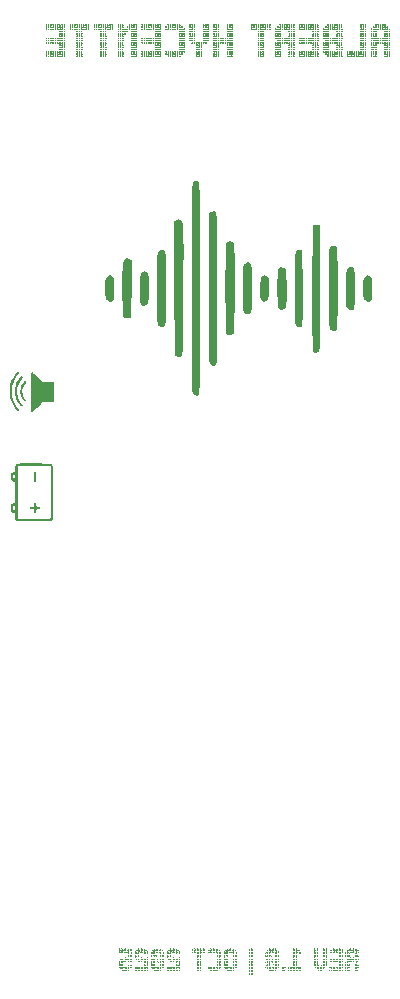
<source format=gbr>
%TF.GenerationSoftware,KiCad,Pcbnew,9.0.5*%
%TF.CreationDate,2025-10-20T11:06:54+01:00*%
%TF.ProjectId,Sound Capture,536f756e-6420-4436-9170-747572652e6b,rev?*%
%TF.SameCoordinates,Original*%
%TF.FileFunction,Legend,Bot*%
%TF.FilePolarity,Positive*%
%FSLAX46Y46*%
G04 Gerber Fmt 4.6, Leading zero omitted, Abs format (unit mm)*
G04 Created by KiCad (PCBNEW 9.0.5) date 2025-10-20 11:06:54*
%MOMM*%
%LPD*%
G01*
G04 APERTURE LIST*
%ADD10C,0.000000*%
G04 APERTURE END LIST*
D10*
%TO.C,G\u002A\u002A\u002A*%
G36*
X79716096Y-129795865D02*
G01*
X79733366Y-129836683D01*
X79725339Y-129868260D01*
X79684520Y-129885529D01*
X79652944Y-129877502D01*
X79635674Y-129836683D01*
X79643702Y-129805107D01*
X79684520Y-129787837D01*
X79716096Y-129795865D01*
G37*
G36*
X79593981Y-129795865D02*
G01*
X79611251Y-129836683D01*
X79603223Y-129868260D01*
X79562405Y-129885529D01*
X79530828Y-129877502D01*
X79513558Y-129836683D01*
X79521586Y-129805107D01*
X79562405Y-129787837D01*
X79593981Y-129795865D01*
G37*
G36*
X79468331Y-129794841D02*
G01*
X79489663Y-129827814D01*
X79472853Y-129869247D01*
X79447821Y-129884474D01*
X79409031Y-129877102D01*
X79391443Y-129836683D01*
X79399471Y-129805107D01*
X79440289Y-129787837D01*
X79468331Y-129794841D01*
G37*
G36*
X79724927Y-129654989D02*
G01*
X79733366Y-129702356D01*
X79733292Y-129709032D01*
X79723020Y-129752240D01*
X79690626Y-129758764D01*
X79666412Y-129745566D01*
X79647885Y-129702356D01*
X79655457Y-129673604D01*
X79690626Y-129645948D01*
X79695049Y-129645208D01*
X79724927Y-129654989D01*
G37*
G36*
X79568523Y-129644217D02*
G01*
X79602888Y-129675571D01*
X79601970Y-129727949D01*
X79594186Y-129743240D01*
X79561118Y-129764344D01*
X79528380Y-129749019D01*
X79513558Y-129702356D01*
X79520838Y-129662574D01*
X79548752Y-129641299D01*
X79568523Y-129644217D01*
G37*
G36*
X79446407Y-129644217D02*
G01*
X79480773Y-129675571D01*
X79479855Y-129727949D01*
X79472071Y-129743240D01*
X79439003Y-129764344D01*
X79406264Y-129749019D01*
X79391443Y-129702356D01*
X79398722Y-129662574D01*
X79426636Y-129641299D01*
X79446407Y-129644217D01*
G37*
G36*
X79716096Y-129527211D02*
G01*
X79733366Y-129568029D01*
X79725339Y-129599606D01*
X79684520Y-129616875D01*
X79652944Y-129608848D01*
X79635674Y-129568029D01*
X79643702Y-129536453D01*
X79684520Y-129519183D01*
X79716096Y-129527211D01*
G37*
G36*
X79593981Y-129527211D02*
G01*
X79611251Y-129568029D01*
X79603223Y-129599606D01*
X79562405Y-129616875D01*
X79530828Y-129608848D01*
X79513558Y-129568029D01*
X79521586Y-129536453D01*
X79562405Y-129519183D01*
X79593981Y-129527211D01*
G37*
G36*
X79461837Y-129534886D02*
G01*
X79484540Y-129574416D01*
X79481004Y-129603716D01*
X79442080Y-129616875D01*
X79407534Y-129607993D01*
X79391443Y-129566238D01*
X79397818Y-129540126D01*
X79426634Y-129522904D01*
X79461837Y-129534886D01*
G37*
G36*
X88630520Y-129405095D02*
G01*
X88647789Y-129445914D01*
X88639762Y-129477490D01*
X88598943Y-129494760D01*
X88567367Y-129486732D01*
X88550097Y-129445914D01*
X88558125Y-129414337D01*
X88598943Y-129397068D01*
X88630520Y-129405095D01*
G37*
G36*
X88508404Y-129405095D02*
G01*
X88525674Y-129445914D01*
X88517646Y-129477490D01*
X88476828Y-129494760D01*
X88445251Y-129486732D01*
X88427982Y-129445914D01*
X88436009Y-129414337D01*
X88476828Y-129397068D01*
X88508404Y-129405095D01*
G37*
G36*
X88386289Y-129405095D02*
G01*
X88403558Y-129445914D01*
X88395531Y-129477490D01*
X88354712Y-129494760D01*
X88323136Y-129486732D01*
X88305866Y-129445914D01*
X88313894Y-129414337D01*
X88354712Y-129397068D01*
X88386289Y-129405095D01*
G37*
G36*
X87873404Y-129405095D02*
G01*
X87890674Y-129445914D01*
X87882646Y-129477490D01*
X87841828Y-129494760D01*
X87810251Y-129486732D01*
X87792982Y-129445914D01*
X87801009Y-129414337D01*
X87841828Y-129397068D01*
X87873404Y-129405095D01*
G37*
G36*
X87736253Y-129416851D02*
G01*
X87763909Y-129452020D01*
X87764649Y-129456443D01*
X87754868Y-129486321D01*
X87707501Y-129494760D01*
X87700825Y-129494686D01*
X87657617Y-129484414D01*
X87651093Y-129452020D01*
X87664291Y-129427806D01*
X87707501Y-129409279D01*
X87736253Y-129416851D01*
G37*
G36*
X87604750Y-129405095D02*
G01*
X87622020Y-129445914D01*
X87613992Y-129477490D01*
X87573174Y-129494760D01*
X87541597Y-129486732D01*
X87524328Y-129445914D01*
X87532355Y-129414337D01*
X87573174Y-129397068D01*
X87604750Y-129405095D01*
G37*
G36*
X87287250Y-129405095D02*
G01*
X87304520Y-129445914D01*
X87296492Y-129477490D01*
X87255674Y-129494760D01*
X87224097Y-129486732D01*
X87206828Y-129445914D01*
X87214855Y-129414337D01*
X87255674Y-129397068D01*
X87287250Y-129405095D01*
G37*
G36*
X87165135Y-129405095D02*
G01*
X87182405Y-129445914D01*
X87174377Y-129477490D01*
X87133558Y-129494760D01*
X87101982Y-129486732D01*
X87084712Y-129445914D01*
X87092740Y-129414337D01*
X87133558Y-129397068D01*
X87165135Y-129405095D01*
G37*
G36*
X87043020Y-129405095D02*
G01*
X87060289Y-129445914D01*
X87052262Y-129477490D01*
X87011443Y-129494760D01*
X86979867Y-129486732D01*
X86962597Y-129445914D01*
X86970625Y-129414337D01*
X87011443Y-129397068D01*
X87043020Y-129405095D01*
G37*
G36*
X86896481Y-129405095D02*
G01*
X86913751Y-129445914D01*
X86905723Y-129477490D01*
X86864905Y-129494760D01*
X86833328Y-129486732D01*
X86816058Y-129445914D01*
X86824086Y-129414337D01*
X86864905Y-129397068D01*
X86896481Y-129405095D01*
G37*
G36*
X86774366Y-129405095D02*
G01*
X86791635Y-129445914D01*
X86783608Y-129477490D01*
X86742789Y-129494760D01*
X86711213Y-129486732D01*
X86693943Y-129445914D01*
X86701971Y-129414337D01*
X86742789Y-129397068D01*
X86774366Y-129405095D01*
G37*
G36*
X86652250Y-129405095D02*
G01*
X86669520Y-129445914D01*
X86661492Y-129477490D01*
X86620674Y-129494760D01*
X86589097Y-129486732D01*
X86571828Y-129445914D01*
X86579855Y-129414337D01*
X86620674Y-129397068D01*
X86652250Y-129405095D01*
G37*
G36*
X86530135Y-129405095D02*
G01*
X86547405Y-129445914D01*
X86539377Y-129477490D01*
X86498558Y-129494760D01*
X86466982Y-129486732D01*
X86449712Y-129445914D01*
X86457740Y-129414337D01*
X86498558Y-129397068D01*
X86530135Y-129405095D01*
G37*
G36*
X86392984Y-129416851D02*
G01*
X86420640Y-129452020D01*
X86421380Y-129456443D01*
X86411598Y-129486321D01*
X86364232Y-129494760D01*
X86357556Y-129494686D01*
X86314348Y-129484414D01*
X86307823Y-129452020D01*
X86321022Y-129427806D01*
X86364232Y-129409279D01*
X86392984Y-129416851D01*
G37*
G36*
X86261481Y-129405095D02*
G01*
X86278751Y-129445914D01*
X86270723Y-129477490D01*
X86229905Y-129494760D01*
X86198328Y-129486732D01*
X86181058Y-129445914D01*
X86189086Y-129414337D01*
X86229905Y-129397068D01*
X86261481Y-129405095D01*
G37*
G36*
X85553212Y-129405095D02*
G01*
X85570482Y-129445914D01*
X85562454Y-129477490D01*
X85521635Y-129494760D01*
X85490059Y-129486732D01*
X85472789Y-129445914D01*
X85480817Y-129414337D01*
X85521635Y-129397068D01*
X85553212Y-129405095D01*
G37*
G36*
X85431096Y-129405095D02*
G01*
X85448366Y-129445914D01*
X85440339Y-129477490D01*
X85399520Y-129494760D01*
X85367944Y-129486732D01*
X85350674Y-129445914D01*
X85358702Y-129414337D01*
X85399520Y-129397068D01*
X85431096Y-129405095D01*
G37*
G36*
X85308981Y-129405095D02*
G01*
X85326251Y-129445914D01*
X85318223Y-129477490D01*
X85277405Y-129494760D01*
X85245828Y-129486732D01*
X85228558Y-129445914D01*
X85236586Y-129414337D01*
X85277405Y-129397068D01*
X85308981Y-129405095D01*
G37*
G36*
X83794750Y-129405095D02*
G01*
X83812020Y-129445914D01*
X83803992Y-129477490D01*
X83763174Y-129494760D01*
X83731597Y-129486732D01*
X83714328Y-129445914D01*
X83722355Y-129414337D01*
X83763174Y-129397068D01*
X83794750Y-129405095D01*
G37*
G36*
X83672635Y-129405095D02*
G01*
X83689905Y-129445914D01*
X83681877Y-129477490D01*
X83641058Y-129494760D01*
X83609482Y-129486732D01*
X83592212Y-129445914D01*
X83600240Y-129414337D01*
X83641058Y-129397068D01*
X83672635Y-129405095D01*
G37*
G36*
X83550520Y-129405095D02*
G01*
X83567789Y-129445914D01*
X83559762Y-129477490D01*
X83518943Y-129494760D01*
X83487367Y-129486732D01*
X83470097Y-129445914D01*
X83478125Y-129414337D01*
X83518943Y-129397068D01*
X83550520Y-129405095D01*
G37*
G36*
X83403981Y-129405095D02*
G01*
X83421251Y-129445914D01*
X83413223Y-129477490D01*
X83372405Y-129494760D01*
X83340828Y-129486732D01*
X83323558Y-129445914D01*
X83331586Y-129414337D01*
X83372405Y-129397068D01*
X83403981Y-129405095D01*
G37*
G36*
X83281866Y-129405095D02*
G01*
X83299135Y-129445914D01*
X83291108Y-129477490D01*
X83250289Y-129494760D01*
X83218713Y-129486732D01*
X83201443Y-129445914D01*
X83209471Y-129414337D01*
X83250289Y-129397068D01*
X83281866Y-129405095D01*
G37*
G36*
X83159750Y-129405095D02*
G01*
X83177020Y-129445914D01*
X83168992Y-129477490D01*
X83128174Y-129494760D01*
X83096597Y-129486732D01*
X83079328Y-129445914D01*
X83087355Y-129414337D01*
X83128174Y-129397068D01*
X83159750Y-129405095D01*
G37*
G36*
X83037635Y-129405095D02*
G01*
X83054905Y-129445914D01*
X83046877Y-129477490D01*
X83006058Y-129494760D01*
X82974482Y-129486732D01*
X82957212Y-129445914D01*
X82965240Y-129414337D01*
X83006058Y-129397068D01*
X83037635Y-129405095D01*
G37*
G36*
X82900484Y-129416851D02*
G01*
X82928140Y-129452020D01*
X82928880Y-129456443D01*
X82919098Y-129486321D01*
X82871732Y-129494760D01*
X82865056Y-129494686D01*
X82821848Y-129484414D01*
X82815323Y-129452020D01*
X82828522Y-129427806D01*
X82871732Y-129409279D01*
X82900484Y-129416851D01*
G37*
G36*
X82768981Y-129405095D02*
G01*
X82786251Y-129445914D01*
X82778223Y-129477490D01*
X82737405Y-129494760D01*
X82705828Y-129486732D01*
X82688558Y-129445914D01*
X82696586Y-129414337D01*
X82737405Y-129397068D01*
X82768981Y-129405095D01*
G37*
G36*
X82451481Y-129405095D02*
G01*
X82468751Y-129445914D01*
X82460723Y-129477490D01*
X82419905Y-129494760D01*
X82388328Y-129486732D01*
X82371058Y-129445914D01*
X82379086Y-129414337D01*
X82419905Y-129397068D01*
X82451481Y-129405095D01*
G37*
G36*
X82329366Y-129405095D02*
G01*
X82346635Y-129445914D01*
X82338608Y-129477490D01*
X82297789Y-129494760D01*
X82266213Y-129486732D01*
X82248943Y-129445914D01*
X82256971Y-129414337D01*
X82297789Y-129397068D01*
X82329366Y-129405095D01*
G37*
G36*
X82207250Y-129405095D02*
G01*
X82224520Y-129445914D01*
X82216492Y-129477490D01*
X82175674Y-129494760D01*
X82144097Y-129486732D01*
X82126828Y-129445914D01*
X82134855Y-129414337D01*
X82175674Y-129397068D01*
X82207250Y-129405095D01*
G37*
G36*
X81621096Y-129405095D02*
G01*
X81638366Y-129445914D01*
X81630339Y-129477490D01*
X81589520Y-129494760D01*
X81557944Y-129486732D01*
X81540674Y-129445914D01*
X81548702Y-129414337D01*
X81589520Y-129397068D01*
X81621096Y-129405095D01*
G37*
G36*
X81474558Y-129405095D02*
G01*
X81491828Y-129445914D01*
X81483800Y-129477490D01*
X81442982Y-129494760D01*
X81411405Y-129486732D01*
X81394135Y-129445914D01*
X81402163Y-129414337D01*
X81442982Y-129397068D01*
X81474558Y-129405095D01*
G37*
G36*
X81352443Y-129405095D02*
G01*
X81369712Y-129445914D01*
X81361685Y-129477490D01*
X81320866Y-129494760D01*
X81289290Y-129486732D01*
X81272020Y-129445914D01*
X81280048Y-129414337D01*
X81320866Y-129397068D01*
X81352443Y-129405095D01*
G37*
G36*
X81230327Y-129405095D02*
G01*
X81247597Y-129445914D01*
X81239569Y-129477490D01*
X81198751Y-129494760D01*
X81167174Y-129486732D01*
X81149905Y-129445914D01*
X81157932Y-129414337D01*
X81198751Y-129397068D01*
X81230327Y-129405095D01*
G37*
G36*
X81108212Y-129405095D02*
G01*
X81125482Y-129445914D01*
X81117454Y-129477490D01*
X81076635Y-129494760D01*
X81045059Y-129486732D01*
X81027789Y-129445914D01*
X81035817Y-129414337D01*
X81076635Y-129397068D01*
X81108212Y-129405095D01*
G37*
G36*
X79716096Y-129405095D02*
G01*
X79733366Y-129445914D01*
X79725339Y-129477490D01*
X79684520Y-129494760D01*
X79652944Y-129486732D01*
X79635674Y-129445914D01*
X79643702Y-129414337D01*
X79684520Y-129397068D01*
X79716096Y-129405095D01*
G37*
G36*
X79593981Y-129405095D02*
G01*
X79611251Y-129445914D01*
X79603223Y-129477490D01*
X79562405Y-129494760D01*
X79530828Y-129486732D01*
X79513558Y-129445914D01*
X79521586Y-129414337D01*
X79562405Y-129397068D01*
X79593981Y-129405095D01*
G37*
G36*
X79471866Y-129405095D02*
G01*
X79489135Y-129445914D01*
X79481108Y-129477490D01*
X79440289Y-129494760D01*
X79408713Y-129486732D01*
X79391443Y-129445914D01*
X79399471Y-129414337D01*
X79440289Y-129397068D01*
X79471866Y-129405095D01*
G37*
G36*
X78104173Y-129405095D02*
G01*
X78121443Y-129445914D01*
X78113415Y-129477490D01*
X78072597Y-129494760D01*
X78041021Y-129486732D01*
X78023751Y-129445914D01*
X78031778Y-129414337D01*
X78072597Y-129397068D01*
X78104173Y-129405095D01*
G37*
G36*
X77957635Y-129405095D02*
G01*
X77974905Y-129445914D01*
X77966877Y-129477490D01*
X77926058Y-129494760D01*
X77894482Y-129486732D01*
X77877212Y-129445914D01*
X77885240Y-129414337D01*
X77926058Y-129397068D01*
X77957635Y-129405095D01*
G37*
G36*
X77835520Y-129405095D02*
G01*
X77852789Y-129445914D01*
X77844762Y-129477490D01*
X77803943Y-129494760D01*
X77772367Y-129486732D01*
X77755097Y-129445914D01*
X77763125Y-129414337D01*
X77803943Y-129397068D01*
X77835520Y-129405095D01*
G37*
G36*
X77713404Y-129405095D02*
G01*
X77730674Y-129445914D01*
X77722646Y-129477490D01*
X77681828Y-129494760D01*
X77650251Y-129486732D01*
X77632982Y-129445914D01*
X77641009Y-129414337D01*
X77681828Y-129397068D01*
X77713404Y-129405095D01*
G37*
G36*
X77591289Y-129405095D02*
G01*
X77608558Y-129445914D01*
X77600531Y-129477490D01*
X77559712Y-129494760D01*
X77528136Y-129486732D01*
X77510866Y-129445914D01*
X77518894Y-129414337D01*
X77559712Y-129397068D01*
X77591289Y-129405095D01*
G37*
G36*
X76760904Y-129405095D02*
G01*
X76778174Y-129445914D01*
X76770146Y-129477490D01*
X76729328Y-129494760D01*
X76697751Y-129486732D01*
X76680482Y-129445914D01*
X76688509Y-129414337D01*
X76729328Y-129397068D01*
X76760904Y-129405095D01*
G37*
G36*
X76614366Y-129405095D02*
G01*
X76631635Y-129445914D01*
X76623608Y-129477490D01*
X76582789Y-129494760D01*
X76551213Y-129486732D01*
X76533943Y-129445914D01*
X76541971Y-129414337D01*
X76582789Y-129397068D01*
X76614366Y-129405095D01*
G37*
G36*
X76492250Y-129405095D02*
G01*
X76509520Y-129445914D01*
X76501492Y-129477490D01*
X76460674Y-129494760D01*
X76429097Y-129486732D01*
X76411828Y-129445914D01*
X76419855Y-129414337D01*
X76460674Y-129397068D01*
X76492250Y-129405095D01*
G37*
G36*
X76370135Y-129405095D02*
G01*
X76387405Y-129445914D01*
X76379377Y-129477490D01*
X76338558Y-129494760D01*
X76306982Y-129486732D01*
X76289712Y-129445914D01*
X76297740Y-129414337D01*
X76338558Y-129397068D01*
X76370135Y-129405095D01*
G37*
G36*
X76248020Y-129405095D02*
G01*
X76265289Y-129445914D01*
X76257262Y-129477490D01*
X76216443Y-129494760D01*
X76184867Y-129486732D01*
X76167597Y-129445914D01*
X76175625Y-129414337D01*
X76216443Y-129397068D01*
X76248020Y-129405095D01*
G37*
G36*
X76110869Y-129416851D02*
G01*
X76138524Y-129452020D01*
X76139265Y-129456443D01*
X76129483Y-129486321D01*
X76082116Y-129494760D01*
X76075440Y-129494686D01*
X76032232Y-129484414D01*
X76025708Y-129452020D01*
X76038906Y-129427806D01*
X76082116Y-129409279D01*
X76110869Y-129416851D01*
G37*
G36*
X75271096Y-129405095D02*
G01*
X75288366Y-129445914D01*
X75280339Y-129477490D01*
X75239520Y-129494760D01*
X75207944Y-129486732D01*
X75190674Y-129445914D01*
X75198702Y-129414337D01*
X75239520Y-129397068D01*
X75271096Y-129405095D01*
G37*
G36*
X75148981Y-129405095D02*
G01*
X75166251Y-129445914D01*
X75158223Y-129477490D01*
X75117405Y-129494760D01*
X75085828Y-129486732D01*
X75068558Y-129445914D01*
X75076586Y-129414337D01*
X75117405Y-129397068D01*
X75148981Y-129405095D01*
G37*
G36*
X75026866Y-129405095D02*
G01*
X75044135Y-129445914D01*
X75036108Y-129477490D01*
X74995289Y-129494760D01*
X74963713Y-129486732D01*
X74946443Y-129445914D01*
X74954471Y-129414337D01*
X74995289Y-129397068D01*
X75026866Y-129405095D01*
G37*
G36*
X73512635Y-129405095D02*
G01*
X73529905Y-129445914D01*
X73521877Y-129477490D01*
X73481058Y-129494760D01*
X73449482Y-129486732D01*
X73432212Y-129445914D01*
X73440240Y-129414337D01*
X73481058Y-129397068D01*
X73512635Y-129405095D01*
G37*
G36*
X73390520Y-129405095D02*
G01*
X73407789Y-129445914D01*
X73399762Y-129477490D01*
X73358943Y-129494760D01*
X73327367Y-129486732D01*
X73310097Y-129445914D01*
X73318125Y-129414337D01*
X73358943Y-129397068D01*
X73390520Y-129405095D01*
G37*
G36*
X73268404Y-129405095D02*
G01*
X73285674Y-129445914D01*
X73277646Y-129477490D01*
X73236828Y-129494760D01*
X73205251Y-129486732D01*
X73187982Y-129445914D01*
X73196009Y-129414337D01*
X73236828Y-129397068D01*
X73268404Y-129405095D01*
G37*
G36*
X73121866Y-129405095D02*
G01*
X73139135Y-129445914D01*
X73131108Y-129477490D01*
X73090289Y-129494760D01*
X73058713Y-129486732D01*
X73041443Y-129445914D01*
X73049471Y-129414337D01*
X73090289Y-129397068D01*
X73121866Y-129405095D01*
G37*
G36*
X72999750Y-129405095D02*
G01*
X73017020Y-129445914D01*
X73008992Y-129477490D01*
X72968174Y-129494760D01*
X72936597Y-129486732D01*
X72919328Y-129445914D01*
X72927355Y-129414337D01*
X72968174Y-129397068D01*
X72999750Y-129405095D01*
G37*
G36*
X72877635Y-129405095D02*
G01*
X72894905Y-129445914D01*
X72886877Y-129477490D01*
X72846058Y-129494760D01*
X72814482Y-129486732D01*
X72797212Y-129445914D01*
X72805240Y-129414337D01*
X72846058Y-129397068D01*
X72877635Y-129405095D01*
G37*
G36*
X72755520Y-129405095D02*
G01*
X72772789Y-129445914D01*
X72764762Y-129477490D01*
X72723943Y-129494760D01*
X72692367Y-129486732D01*
X72675097Y-129445914D01*
X72683125Y-129414337D01*
X72723943Y-129397068D01*
X72755520Y-129405095D01*
G37*
G36*
X72618369Y-129416851D02*
G01*
X72646024Y-129452020D01*
X72646765Y-129456443D01*
X72636983Y-129486321D01*
X72589616Y-129494760D01*
X72582940Y-129494686D01*
X72539732Y-129484414D01*
X72533208Y-129452020D01*
X72546406Y-129427806D01*
X72589616Y-129409279D01*
X72618369Y-129416851D01*
G37*
G36*
X72486866Y-129405095D02*
G01*
X72504135Y-129445914D01*
X72496108Y-129477490D01*
X72455289Y-129494760D01*
X72423713Y-129486732D01*
X72406443Y-129445914D01*
X72414471Y-129414337D01*
X72455289Y-129397068D01*
X72486866Y-129405095D01*
G37*
G36*
X71925135Y-129405095D02*
G01*
X71942405Y-129445914D01*
X71934377Y-129477490D01*
X71893558Y-129494760D01*
X71861982Y-129486732D01*
X71844712Y-129445914D01*
X71852740Y-129414337D01*
X71893558Y-129397068D01*
X71925135Y-129405095D01*
G37*
G36*
X71778596Y-129405095D02*
G01*
X71795866Y-129445914D01*
X71787839Y-129477490D01*
X71747020Y-129494760D01*
X71715444Y-129486732D01*
X71698174Y-129445914D01*
X71706202Y-129414337D01*
X71747020Y-129397068D01*
X71778596Y-129405095D01*
G37*
G36*
X71656481Y-129405095D02*
G01*
X71673751Y-129445914D01*
X71665723Y-129477490D01*
X71624905Y-129494760D01*
X71593328Y-129486732D01*
X71576058Y-129445914D01*
X71584086Y-129414337D01*
X71624905Y-129397068D01*
X71656481Y-129405095D01*
G37*
G36*
X71534366Y-129405095D02*
G01*
X71551635Y-129445914D01*
X71543608Y-129477490D01*
X71502789Y-129494760D01*
X71471213Y-129486732D01*
X71453943Y-129445914D01*
X71461971Y-129414337D01*
X71502789Y-129397068D01*
X71534366Y-129405095D01*
G37*
G36*
X71412250Y-129405095D02*
G01*
X71429520Y-129445914D01*
X71421492Y-129477490D01*
X71380674Y-129494760D01*
X71349097Y-129486732D01*
X71331828Y-129445914D01*
X71339855Y-129414337D01*
X71380674Y-129397068D01*
X71412250Y-129405095D01*
G37*
G36*
X70801673Y-129405095D02*
G01*
X70818943Y-129445914D01*
X70810915Y-129477490D01*
X70770097Y-129494760D01*
X70738521Y-129486732D01*
X70721251Y-129445914D01*
X70729278Y-129414337D01*
X70770097Y-129397068D01*
X70801673Y-129405095D01*
G37*
G36*
X70679558Y-129405095D02*
G01*
X70696828Y-129445914D01*
X70688800Y-129477490D01*
X70647982Y-129494760D01*
X70616405Y-129486732D01*
X70599135Y-129445914D01*
X70607163Y-129414337D01*
X70647982Y-129397068D01*
X70679558Y-129405095D01*
G37*
G36*
X70557443Y-129405095D02*
G01*
X70574712Y-129445914D01*
X70566685Y-129477490D01*
X70525866Y-129494760D01*
X70494290Y-129486732D01*
X70477020Y-129445914D01*
X70485048Y-129414337D01*
X70525866Y-129397068D01*
X70557443Y-129405095D01*
G37*
G36*
X70410904Y-129405095D02*
G01*
X70428174Y-129445914D01*
X70420146Y-129477490D01*
X70379328Y-129494760D01*
X70347751Y-129486732D01*
X70330482Y-129445914D01*
X70338509Y-129414337D01*
X70379328Y-129397068D01*
X70410904Y-129405095D01*
G37*
G36*
X70288789Y-129405095D02*
G01*
X70306058Y-129445914D01*
X70298031Y-129477490D01*
X70257212Y-129494760D01*
X70225636Y-129486732D01*
X70208366Y-129445914D01*
X70216394Y-129414337D01*
X70257212Y-129397068D01*
X70288789Y-129405095D01*
G37*
G36*
X70166673Y-129405095D02*
G01*
X70183943Y-129445914D01*
X70175915Y-129477490D01*
X70135097Y-129494760D01*
X70103521Y-129486732D01*
X70086251Y-129445914D01*
X70094278Y-129414337D01*
X70135097Y-129397068D01*
X70166673Y-129405095D01*
G37*
G36*
X70044558Y-129405095D02*
G01*
X70061828Y-129445914D01*
X70053800Y-129477490D01*
X70012982Y-129494760D01*
X69981405Y-129486732D01*
X69964135Y-129445914D01*
X69972163Y-129414337D01*
X70012982Y-129397068D01*
X70044558Y-129405095D01*
G37*
G36*
X69907407Y-129416851D02*
G01*
X69935063Y-129452020D01*
X69935803Y-129456443D01*
X69926021Y-129486321D01*
X69878655Y-129494760D01*
X69871979Y-129494686D01*
X69828771Y-129484414D01*
X69822246Y-129452020D01*
X69835445Y-129427806D01*
X69878655Y-129409279D01*
X69907407Y-129416851D01*
G37*
G36*
X69775904Y-129405095D02*
G01*
X69793174Y-129445914D01*
X69785146Y-129477490D01*
X69744328Y-129494760D01*
X69712751Y-129486732D01*
X69695482Y-129445914D01*
X69703509Y-129414337D01*
X69744328Y-129397068D01*
X69775904Y-129405095D01*
G37*
G36*
X69214173Y-129405095D02*
G01*
X69231443Y-129445914D01*
X69223415Y-129477490D01*
X69182597Y-129494760D01*
X69151021Y-129486732D01*
X69133751Y-129445914D01*
X69141778Y-129414337D01*
X69182597Y-129397068D01*
X69214173Y-129405095D01*
G37*
G36*
X69067635Y-129405095D02*
G01*
X69084905Y-129445914D01*
X69076877Y-129477490D01*
X69036058Y-129494760D01*
X69004482Y-129486732D01*
X68987212Y-129445914D01*
X68995240Y-129414337D01*
X69036058Y-129397068D01*
X69067635Y-129405095D01*
G37*
G36*
X68945520Y-129405095D02*
G01*
X68962789Y-129445914D01*
X68954762Y-129477490D01*
X68913943Y-129494760D01*
X68882367Y-129486732D01*
X68865097Y-129445914D01*
X68873125Y-129414337D01*
X68913943Y-129397068D01*
X68945520Y-129405095D01*
G37*
G36*
X68823404Y-129405095D02*
G01*
X68840674Y-129445914D01*
X68832646Y-129477490D01*
X68791828Y-129494760D01*
X68760251Y-129486732D01*
X68742982Y-129445914D01*
X68751009Y-129414337D01*
X68791828Y-129397068D01*
X68823404Y-129405095D01*
G37*
G36*
X68701289Y-129405095D02*
G01*
X68718558Y-129445914D01*
X68710531Y-129477490D01*
X68669712Y-129494760D01*
X68638136Y-129486732D01*
X68620866Y-129445914D01*
X68628894Y-129414337D01*
X68669712Y-129397068D01*
X68701289Y-129405095D01*
G37*
G36*
X88630520Y-129282980D02*
G01*
X88647789Y-129323799D01*
X88639762Y-129355375D01*
X88598943Y-129372645D01*
X88567367Y-129364617D01*
X88550097Y-129323799D01*
X88558125Y-129292222D01*
X88598943Y-129274952D01*
X88630520Y-129282980D01*
G37*
G36*
X88508404Y-129282980D02*
G01*
X88525674Y-129323799D01*
X88517646Y-129355375D01*
X88476828Y-129372645D01*
X88445251Y-129364617D01*
X88427982Y-129323799D01*
X88436009Y-129292222D01*
X88476828Y-129274952D01*
X88508404Y-129282980D01*
G37*
G36*
X88382754Y-129281956D02*
G01*
X88404086Y-129314929D01*
X88387276Y-129356363D01*
X88362244Y-129371590D01*
X88323454Y-129364217D01*
X88305866Y-129323799D01*
X88313894Y-129292222D01*
X88354712Y-129274952D01*
X88382754Y-129281956D01*
G37*
G36*
X87873404Y-129282980D02*
G01*
X87890674Y-129323799D01*
X87882646Y-129355375D01*
X87841828Y-129372645D01*
X87810251Y-129364617D01*
X87792982Y-129323799D01*
X87801009Y-129292222D01*
X87841828Y-129274952D01*
X87873404Y-129282980D01*
G37*
G36*
X87747078Y-129284256D02*
G01*
X87769760Y-129315984D01*
X87751432Y-129357207D01*
X87720446Y-129369946D01*
X87676987Y-129356022D01*
X87651039Y-129317412D01*
X87650635Y-129315170D01*
X87659281Y-129283911D01*
X87705710Y-129274952D01*
X87747078Y-129284256D01*
G37*
G36*
X87604750Y-129282980D02*
G01*
X87622020Y-129323799D01*
X87613992Y-129355375D01*
X87573174Y-129372645D01*
X87541597Y-129364617D01*
X87524328Y-129323799D01*
X87532355Y-129292222D01*
X87573174Y-129274952D01*
X87604750Y-129282980D01*
G37*
G36*
X87287250Y-129282980D02*
G01*
X87304520Y-129323799D01*
X87296492Y-129355375D01*
X87255674Y-129372645D01*
X87224097Y-129364617D01*
X87206828Y-129323799D01*
X87214855Y-129292222D01*
X87255674Y-129274952D01*
X87287250Y-129282980D01*
G37*
G36*
X87165135Y-129282980D02*
G01*
X87182405Y-129323799D01*
X87174377Y-129355375D01*
X87133558Y-129372645D01*
X87101982Y-129364617D01*
X87084712Y-129323799D01*
X87092740Y-129292222D01*
X87133558Y-129274952D01*
X87165135Y-129282980D01*
G37*
G36*
X87039485Y-129281956D02*
G01*
X87060817Y-129314929D01*
X87044007Y-129356363D01*
X87018975Y-129371590D01*
X86980185Y-129364217D01*
X86962597Y-129323799D01*
X86970625Y-129292222D01*
X87011443Y-129274952D01*
X87039485Y-129281956D01*
G37*
G36*
X86897660Y-129283834D02*
G01*
X86913751Y-129325589D01*
X86907376Y-129351701D01*
X86878560Y-129368924D01*
X86843357Y-129356941D01*
X86820654Y-129317412D01*
X86824190Y-129288112D01*
X86863114Y-129274952D01*
X86897660Y-129283834D01*
G37*
G36*
X86774366Y-129282980D02*
G01*
X86791635Y-129323799D01*
X86783608Y-129355375D01*
X86742789Y-129372645D01*
X86711213Y-129364617D01*
X86693943Y-129323799D01*
X86701971Y-129292222D01*
X86742789Y-129274952D01*
X86774366Y-129282980D01*
G37*
G36*
X86652250Y-129282980D02*
G01*
X86669520Y-129323799D01*
X86661492Y-129355375D01*
X86620674Y-129372645D01*
X86589097Y-129364617D01*
X86571828Y-129323799D01*
X86579855Y-129292222D01*
X86620674Y-129274952D01*
X86652250Y-129282980D01*
G37*
G36*
X86530135Y-129282980D02*
G01*
X86547405Y-129323799D01*
X86539377Y-129355375D01*
X86498558Y-129372645D01*
X86466982Y-129364617D01*
X86449712Y-129323799D01*
X86457740Y-129292222D01*
X86498558Y-129274952D01*
X86530135Y-129282980D01*
G37*
G36*
X86403809Y-129284256D02*
G01*
X86426491Y-129315984D01*
X86408163Y-129357207D01*
X86377177Y-129369946D01*
X86333718Y-129356022D01*
X86307769Y-129317412D01*
X86307366Y-129315170D01*
X86316012Y-129283911D01*
X86362441Y-129274952D01*
X86403809Y-129284256D01*
G37*
G36*
X86261481Y-129282980D02*
G01*
X86278751Y-129323799D01*
X86270723Y-129355375D01*
X86229905Y-129372645D01*
X86198328Y-129364617D01*
X86181058Y-129323799D01*
X86189086Y-129292222D01*
X86229905Y-129274952D01*
X86261481Y-129282980D01*
G37*
G36*
X85696216Y-129281956D02*
G01*
X85717548Y-129314929D01*
X85700738Y-129356363D01*
X85675706Y-129371590D01*
X85636916Y-129364217D01*
X85619328Y-129323799D01*
X85627355Y-129292222D01*
X85668174Y-129274952D01*
X85696216Y-129281956D01*
G37*
G36*
X85554390Y-129283834D02*
G01*
X85570482Y-129325589D01*
X85564106Y-129351701D01*
X85535291Y-129368924D01*
X85500088Y-129356941D01*
X85477385Y-129317412D01*
X85480921Y-129288112D01*
X85519845Y-129274952D01*
X85554390Y-129283834D01*
G37*
G36*
X85431096Y-129282980D02*
G01*
X85448366Y-129323799D01*
X85440339Y-129355375D01*
X85399520Y-129372645D01*
X85367944Y-129364617D01*
X85350674Y-129323799D01*
X85358702Y-129292222D01*
X85399520Y-129274952D01*
X85431096Y-129282980D01*
G37*
G36*
X85308981Y-129282980D02*
G01*
X85326251Y-129323799D01*
X85318223Y-129355375D01*
X85277405Y-129372645D01*
X85245828Y-129364617D01*
X85228558Y-129323799D01*
X85236586Y-129292222D01*
X85277405Y-129274952D01*
X85308981Y-129282980D01*
G37*
G36*
X85186866Y-129282980D02*
G01*
X85204135Y-129323799D01*
X85196108Y-129355375D01*
X85155289Y-129372645D01*
X85123713Y-129364617D01*
X85106443Y-129323799D01*
X85114471Y-129292222D01*
X85155289Y-129274952D01*
X85186866Y-129282980D01*
G37*
G36*
X83794750Y-129282980D02*
G01*
X83812020Y-129323799D01*
X83803992Y-129355375D01*
X83763174Y-129372645D01*
X83731597Y-129364617D01*
X83714328Y-129323799D01*
X83722355Y-129292222D01*
X83763174Y-129274952D01*
X83794750Y-129282980D01*
G37*
G36*
X83672635Y-129282980D02*
G01*
X83689905Y-129323799D01*
X83681877Y-129355375D01*
X83641058Y-129372645D01*
X83609482Y-129364617D01*
X83592212Y-129323799D01*
X83600240Y-129292222D01*
X83641058Y-129274952D01*
X83672635Y-129282980D01*
G37*
G36*
X83546985Y-129281956D02*
G01*
X83568317Y-129314929D01*
X83551507Y-129356363D01*
X83526475Y-129371590D01*
X83487685Y-129364217D01*
X83470097Y-129323799D01*
X83478125Y-129292222D01*
X83518943Y-129274952D01*
X83546985Y-129281956D01*
G37*
G36*
X83405160Y-129283834D02*
G01*
X83421251Y-129325589D01*
X83413554Y-129359050D01*
X83378791Y-129368049D01*
X83351100Y-129356449D01*
X83328475Y-129323764D01*
X83334427Y-129290303D01*
X83370614Y-129274952D01*
X83405160Y-129283834D01*
G37*
G36*
X83281866Y-129282980D02*
G01*
X83299135Y-129323799D01*
X83291108Y-129355375D01*
X83250289Y-129372645D01*
X83218713Y-129364617D01*
X83201443Y-129323799D01*
X83209471Y-129292222D01*
X83250289Y-129274952D01*
X83281866Y-129282980D01*
G37*
G36*
X83159750Y-129282980D02*
G01*
X83177020Y-129323799D01*
X83168992Y-129355375D01*
X83128174Y-129372645D01*
X83096597Y-129364617D01*
X83079328Y-129323799D01*
X83087355Y-129292222D01*
X83128174Y-129274952D01*
X83159750Y-129282980D01*
G37*
G36*
X83037635Y-129282980D02*
G01*
X83054905Y-129323799D01*
X83046877Y-129355375D01*
X83006058Y-129372645D01*
X82974482Y-129364617D01*
X82957212Y-129323799D01*
X82965240Y-129292222D01*
X83006058Y-129274952D01*
X83037635Y-129282980D01*
G37*
G36*
X82911309Y-129284256D02*
G01*
X82933991Y-129315984D01*
X82915663Y-129357207D01*
X82884677Y-129369946D01*
X82841218Y-129356022D01*
X82815269Y-129317412D01*
X82814866Y-129315170D01*
X82823512Y-129283911D01*
X82869941Y-129274952D01*
X82911309Y-129284256D01*
G37*
G36*
X82768981Y-129282980D02*
G01*
X82786251Y-129323799D01*
X82778223Y-129355375D01*
X82737405Y-129372645D01*
X82705828Y-129364617D01*
X82688558Y-129323799D01*
X82696586Y-129292222D01*
X82737405Y-129274952D01*
X82768981Y-129282980D01*
G37*
G36*
X82451481Y-129282980D02*
G01*
X82468751Y-129323799D01*
X82460723Y-129355375D01*
X82419905Y-129372645D01*
X82388328Y-129364617D01*
X82371058Y-129323799D01*
X82379086Y-129292222D01*
X82419905Y-129274952D01*
X82451481Y-129282980D01*
G37*
G36*
X82329366Y-129282980D02*
G01*
X82346635Y-129323799D01*
X82338608Y-129355375D01*
X82297789Y-129372645D01*
X82266213Y-129364617D01*
X82248943Y-129323799D01*
X82256971Y-129292222D01*
X82297789Y-129274952D01*
X82329366Y-129282980D01*
G37*
G36*
X82203716Y-129281956D02*
G01*
X82225048Y-129314929D01*
X82208238Y-129356363D01*
X82183206Y-129371590D01*
X82144416Y-129364217D01*
X82126828Y-129323799D01*
X82134855Y-129292222D01*
X82175674Y-129274952D01*
X82203716Y-129281956D01*
G37*
G36*
X81743212Y-129282980D02*
G01*
X81760482Y-129323799D01*
X81752454Y-129355375D01*
X81711635Y-129372645D01*
X81680059Y-129364617D01*
X81662789Y-129323799D01*
X81670817Y-129292222D01*
X81711635Y-129274952D01*
X81743212Y-129282980D01*
G37*
G36*
X81617562Y-129281956D02*
G01*
X81638894Y-129314929D01*
X81622084Y-129356363D01*
X81597052Y-129371590D01*
X81558262Y-129364217D01*
X81540674Y-129323799D01*
X81548702Y-129292222D01*
X81589520Y-129274952D01*
X81617562Y-129281956D01*
G37*
G36*
X81475737Y-129283834D02*
G01*
X81491828Y-129325589D01*
X81485453Y-129351701D01*
X81456637Y-129368924D01*
X81421434Y-129356941D01*
X81398731Y-129317412D01*
X81402267Y-129288112D01*
X81441191Y-129274952D01*
X81475737Y-129283834D01*
G37*
G36*
X81352443Y-129282980D02*
G01*
X81369712Y-129323799D01*
X81361685Y-129355375D01*
X81320866Y-129372645D01*
X81289290Y-129364617D01*
X81272020Y-129323799D01*
X81280048Y-129292222D01*
X81320866Y-129274952D01*
X81352443Y-129282980D01*
G37*
G36*
X81230327Y-129282980D02*
G01*
X81247597Y-129323799D01*
X81239569Y-129355375D01*
X81198751Y-129372645D01*
X81167174Y-129364617D01*
X81149905Y-129323799D01*
X81157932Y-129292222D01*
X81198751Y-129274952D01*
X81230327Y-129282980D01*
G37*
G36*
X81108212Y-129282980D02*
G01*
X81125482Y-129323799D01*
X81117454Y-129355375D01*
X81076635Y-129372645D01*
X81045059Y-129364617D01*
X81027789Y-129323799D01*
X81035817Y-129292222D01*
X81076635Y-129274952D01*
X81108212Y-129282980D01*
G37*
G36*
X80981886Y-129284256D02*
G01*
X81004568Y-129315984D01*
X80986240Y-129357207D01*
X80955254Y-129369946D01*
X80911795Y-129356022D01*
X80885846Y-129317412D01*
X80885443Y-129315170D01*
X80894089Y-129283911D01*
X80940518Y-129274952D01*
X80981886Y-129284256D01*
G37*
G36*
X79716096Y-129282980D02*
G01*
X79733366Y-129323799D01*
X79725339Y-129355375D01*
X79684520Y-129372645D01*
X79652944Y-129364617D01*
X79635674Y-129323799D01*
X79643702Y-129292222D01*
X79684520Y-129274952D01*
X79716096Y-129282980D01*
G37*
G36*
X79593981Y-129282980D02*
G01*
X79611251Y-129323799D01*
X79603223Y-129355375D01*
X79562405Y-129372645D01*
X79530828Y-129364617D01*
X79513558Y-129323799D01*
X79521586Y-129292222D01*
X79562405Y-129274952D01*
X79593981Y-129282980D01*
G37*
G36*
X79468331Y-129281956D02*
G01*
X79489663Y-129314929D01*
X79472853Y-129356363D01*
X79447821Y-129371590D01*
X79409031Y-129364217D01*
X79391443Y-129323799D01*
X79399471Y-129292222D01*
X79440289Y-129274952D01*
X79468331Y-129281956D01*
G37*
G36*
X78226289Y-129282980D02*
G01*
X78243558Y-129323799D01*
X78235531Y-129355375D01*
X78194712Y-129372645D01*
X78163136Y-129364617D01*
X78145866Y-129323799D01*
X78153894Y-129292222D01*
X78194712Y-129274952D01*
X78226289Y-129282980D01*
G37*
G36*
X78100639Y-129281956D02*
G01*
X78121971Y-129314929D01*
X78105161Y-129356363D01*
X78080129Y-129371590D01*
X78041339Y-129364217D01*
X78023751Y-129323799D01*
X78031778Y-129292222D01*
X78072597Y-129274952D01*
X78100639Y-129281956D01*
G37*
G36*
X77958814Y-129283834D02*
G01*
X77974905Y-129325589D01*
X77968529Y-129351701D01*
X77939714Y-129368924D01*
X77904511Y-129356941D01*
X77881808Y-129317412D01*
X77885344Y-129288112D01*
X77924268Y-129274952D01*
X77958814Y-129283834D01*
G37*
G36*
X77835520Y-129282980D02*
G01*
X77852789Y-129323799D01*
X77844762Y-129355375D01*
X77803943Y-129372645D01*
X77772367Y-129364617D01*
X77755097Y-129323799D01*
X77763125Y-129292222D01*
X77803943Y-129274952D01*
X77835520Y-129282980D01*
G37*
G36*
X77713404Y-129282980D02*
G01*
X77730674Y-129323799D01*
X77722646Y-129355375D01*
X77681828Y-129372645D01*
X77650251Y-129364617D01*
X77632982Y-129323799D01*
X77641009Y-129292222D01*
X77681828Y-129274952D01*
X77713404Y-129282980D01*
G37*
G36*
X77591289Y-129282980D02*
G01*
X77608558Y-129323799D01*
X77600531Y-129355375D01*
X77559712Y-129372645D01*
X77528136Y-129364617D01*
X77510866Y-129323799D01*
X77518894Y-129292222D01*
X77559712Y-129274952D01*
X77591289Y-129282980D01*
G37*
G36*
X77464963Y-129284256D02*
G01*
X77487645Y-129315984D01*
X77469317Y-129357207D01*
X77438330Y-129369946D01*
X77394872Y-129356022D01*
X77368923Y-129317412D01*
X77368520Y-129315170D01*
X77377166Y-129283911D01*
X77423595Y-129274952D01*
X77464963Y-129284256D01*
G37*
G36*
X76883020Y-129282980D02*
G01*
X76900289Y-129323799D01*
X76892262Y-129355375D01*
X76851443Y-129372645D01*
X76819867Y-129364617D01*
X76802597Y-129323799D01*
X76810625Y-129292222D01*
X76851443Y-129274952D01*
X76883020Y-129282980D01*
G37*
G36*
X76757369Y-129281956D02*
G01*
X76778702Y-129314929D01*
X76761892Y-129356363D01*
X76736859Y-129371590D01*
X76698070Y-129364217D01*
X76680482Y-129323799D01*
X76688509Y-129292222D01*
X76729328Y-129274952D01*
X76757369Y-129281956D01*
G37*
G36*
X76615544Y-129283834D02*
G01*
X76631635Y-129325589D01*
X76625260Y-129351701D01*
X76596445Y-129368924D01*
X76561242Y-129356941D01*
X76538539Y-129317412D01*
X76542074Y-129288112D01*
X76580998Y-129274952D01*
X76615544Y-129283834D01*
G37*
G36*
X76492250Y-129282980D02*
G01*
X76509520Y-129323799D01*
X76501492Y-129355375D01*
X76460674Y-129372645D01*
X76429097Y-129364617D01*
X76411828Y-129323799D01*
X76419855Y-129292222D01*
X76460674Y-129274952D01*
X76492250Y-129282980D01*
G37*
G36*
X76370135Y-129282980D02*
G01*
X76387405Y-129323799D01*
X76379377Y-129355375D01*
X76338558Y-129372645D01*
X76306982Y-129364617D01*
X76289712Y-129323799D01*
X76297740Y-129292222D01*
X76338558Y-129274952D01*
X76370135Y-129282980D01*
G37*
G36*
X76248020Y-129282980D02*
G01*
X76265289Y-129323799D01*
X76257262Y-129355375D01*
X76216443Y-129372645D01*
X76184867Y-129364617D01*
X76167597Y-129323799D01*
X76175625Y-129292222D01*
X76216443Y-129274952D01*
X76248020Y-129282980D01*
G37*
G36*
X76121694Y-129284256D02*
G01*
X76144376Y-129315984D01*
X76126048Y-129357207D01*
X76095061Y-129369946D01*
X76051602Y-129356022D01*
X76025654Y-129317412D01*
X76025251Y-129315170D01*
X76033897Y-129283911D01*
X76080325Y-129274952D01*
X76121694Y-129284256D01*
G37*
G36*
X75979366Y-129282980D02*
G01*
X75996635Y-129323799D01*
X75988608Y-129355375D01*
X75947789Y-129372645D01*
X75916213Y-129364617D01*
X75898943Y-129323799D01*
X75906971Y-129292222D01*
X75947789Y-129274952D01*
X75979366Y-129282980D01*
G37*
G36*
X75272275Y-129283834D02*
G01*
X75288366Y-129325589D01*
X75281991Y-129351701D01*
X75253175Y-129368924D01*
X75217973Y-129356941D01*
X75195269Y-129317412D01*
X75198805Y-129288112D01*
X75237729Y-129274952D01*
X75272275Y-129283834D01*
G37*
G36*
X75148981Y-129282980D02*
G01*
X75166251Y-129323799D01*
X75158223Y-129355375D01*
X75117405Y-129372645D01*
X75085828Y-129364617D01*
X75068558Y-129323799D01*
X75076586Y-129292222D01*
X75117405Y-129274952D01*
X75148981Y-129282980D01*
G37*
G36*
X75026866Y-129282980D02*
G01*
X75044135Y-129323799D01*
X75036108Y-129355375D01*
X74995289Y-129372645D01*
X74963713Y-129364617D01*
X74946443Y-129323799D01*
X74954471Y-129292222D01*
X74995289Y-129274952D01*
X75026866Y-129282980D01*
G37*
G36*
X73512635Y-129282980D02*
G01*
X73529905Y-129323799D01*
X73521877Y-129355375D01*
X73481058Y-129372645D01*
X73449482Y-129364617D01*
X73432212Y-129323799D01*
X73440240Y-129292222D01*
X73481058Y-129274952D01*
X73512635Y-129282980D01*
G37*
G36*
X73390520Y-129282980D02*
G01*
X73407789Y-129323799D01*
X73399762Y-129355375D01*
X73358943Y-129372645D01*
X73327367Y-129364617D01*
X73310097Y-129323799D01*
X73318125Y-129292222D01*
X73358943Y-129274952D01*
X73390520Y-129282980D01*
G37*
G36*
X73264869Y-129281956D02*
G01*
X73286202Y-129314929D01*
X73269392Y-129356363D01*
X73244359Y-129371590D01*
X73205570Y-129364217D01*
X73187982Y-129323799D01*
X73196009Y-129292222D01*
X73236828Y-129274952D01*
X73264869Y-129281956D01*
G37*
G36*
X73123044Y-129283834D02*
G01*
X73139135Y-129325589D01*
X73132760Y-129351701D01*
X73103945Y-129368924D01*
X73068742Y-129356941D01*
X73046039Y-129317412D01*
X73049574Y-129288112D01*
X73088498Y-129274952D01*
X73123044Y-129283834D01*
G37*
G36*
X72999750Y-129282980D02*
G01*
X73017020Y-129323799D01*
X73008992Y-129355375D01*
X72968174Y-129372645D01*
X72936597Y-129364617D01*
X72919328Y-129323799D01*
X72927355Y-129292222D01*
X72968174Y-129274952D01*
X72999750Y-129282980D01*
G37*
G36*
X72877635Y-129282980D02*
G01*
X72894905Y-129323799D01*
X72886877Y-129355375D01*
X72846058Y-129372645D01*
X72814482Y-129364617D01*
X72797212Y-129323799D01*
X72805240Y-129292222D01*
X72846058Y-129274952D01*
X72877635Y-129282980D01*
G37*
G36*
X72755520Y-129282980D02*
G01*
X72772789Y-129323799D01*
X72764762Y-129355375D01*
X72723943Y-129372645D01*
X72692367Y-129364617D01*
X72675097Y-129323799D01*
X72683125Y-129292222D01*
X72723943Y-129274952D01*
X72755520Y-129282980D01*
G37*
G36*
X72629194Y-129284256D02*
G01*
X72651876Y-129315984D01*
X72633548Y-129357207D01*
X72602561Y-129369946D01*
X72559102Y-129356022D01*
X72533154Y-129317412D01*
X72532751Y-129315170D01*
X72541397Y-129283911D01*
X72587825Y-129274952D01*
X72629194Y-129284256D01*
G37*
G36*
X72486866Y-129282980D02*
G01*
X72504135Y-129323799D01*
X72496108Y-129355375D01*
X72455289Y-129372645D01*
X72423713Y-129364617D01*
X72406443Y-129323799D01*
X72414471Y-129292222D01*
X72455289Y-129274952D01*
X72486866Y-129282980D01*
G37*
G36*
X72047250Y-129282980D02*
G01*
X72064520Y-129323799D01*
X72056492Y-129355375D01*
X72015674Y-129372645D01*
X71984097Y-129364617D01*
X71966828Y-129323799D01*
X71974855Y-129292222D01*
X72015674Y-129274952D01*
X72047250Y-129282980D01*
G37*
G36*
X71921600Y-129281956D02*
G01*
X71942933Y-129314929D01*
X71926123Y-129356363D01*
X71901090Y-129371590D01*
X71862301Y-129364217D01*
X71844712Y-129323799D01*
X71852740Y-129292222D01*
X71893558Y-129274952D01*
X71921600Y-129281956D01*
G37*
G36*
X71779775Y-129283834D02*
G01*
X71795866Y-129325589D01*
X71789491Y-129351701D01*
X71760675Y-129368924D01*
X71725473Y-129356941D01*
X71702769Y-129317412D01*
X71706305Y-129288112D01*
X71745229Y-129274952D01*
X71779775Y-129283834D01*
G37*
G36*
X71656481Y-129282980D02*
G01*
X71673751Y-129323799D01*
X71665723Y-129355375D01*
X71624905Y-129372645D01*
X71593328Y-129364617D01*
X71576058Y-129323799D01*
X71584086Y-129292222D01*
X71624905Y-129274952D01*
X71656481Y-129282980D01*
G37*
G36*
X71534366Y-129282980D02*
G01*
X71551635Y-129323799D01*
X71543608Y-129355375D01*
X71502789Y-129372645D01*
X71471213Y-129364617D01*
X71453943Y-129323799D01*
X71461971Y-129292222D01*
X71502789Y-129274952D01*
X71534366Y-129282980D01*
G37*
G36*
X71412250Y-129282980D02*
G01*
X71429520Y-129323799D01*
X71421492Y-129355375D01*
X71380674Y-129372645D01*
X71349097Y-129364617D01*
X71331828Y-129323799D01*
X71339855Y-129292222D01*
X71380674Y-129274952D01*
X71412250Y-129282980D01*
G37*
G36*
X71285924Y-129284256D02*
G01*
X71308606Y-129315984D01*
X71290278Y-129357207D01*
X71259292Y-129369946D01*
X71215833Y-129356022D01*
X71189885Y-129317412D01*
X71189482Y-129315170D01*
X71198127Y-129283911D01*
X71244556Y-129274952D01*
X71285924Y-129284256D01*
G37*
G36*
X70801673Y-129282980D02*
G01*
X70818943Y-129323799D01*
X70810915Y-129355375D01*
X70770097Y-129372645D01*
X70738521Y-129364617D01*
X70721251Y-129323799D01*
X70729278Y-129292222D01*
X70770097Y-129274952D01*
X70801673Y-129282980D01*
G37*
G36*
X70679558Y-129282980D02*
G01*
X70696828Y-129323799D01*
X70688800Y-129355375D01*
X70647982Y-129372645D01*
X70616405Y-129364617D01*
X70599135Y-129323799D01*
X70607163Y-129292222D01*
X70647982Y-129274952D01*
X70679558Y-129282980D01*
G37*
G36*
X70553908Y-129281956D02*
G01*
X70575240Y-129314929D01*
X70558430Y-129356363D01*
X70533398Y-129371590D01*
X70494608Y-129364217D01*
X70477020Y-129323799D01*
X70485048Y-129292222D01*
X70525866Y-129274952D01*
X70553908Y-129281956D01*
G37*
G36*
X70412083Y-129283834D02*
G01*
X70428174Y-129325589D01*
X70421799Y-129351701D01*
X70392983Y-129368924D01*
X70357780Y-129356941D01*
X70335077Y-129317412D01*
X70338613Y-129288112D01*
X70377537Y-129274952D01*
X70412083Y-129283834D01*
G37*
G36*
X70288789Y-129282980D02*
G01*
X70306058Y-129323799D01*
X70298031Y-129355375D01*
X70257212Y-129372645D01*
X70225636Y-129364617D01*
X70208366Y-129323799D01*
X70216394Y-129292222D01*
X70257212Y-129274952D01*
X70288789Y-129282980D01*
G37*
G36*
X70166673Y-129282980D02*
G01*
X70183943Y-129323799D01*
X70175915Y-129355375D01*
X70135097Y-129372645D01*
X70103521Y-129364617D01*
X70086251Y-129323799D01*
X70094278Y-129292222D01*
X70135097Y-129274952D01*
X70166673Y-129282980D01*
G37*
G36*
X70044558Y-129282980D02*
G01*
X70061828Y-129323799D01*
X70053800Y-129355375D01*
X70012982Y-129372645D01*
X69981405Y-129364617D01*
X69964135Y-129323799D01*
X69972163Y-129292222D01*
X70012982Y-129274952D01*
X70044558Y-129282980D01*
G37*
G36*
X69918232Y-129284256D02*
G01*
X69940914Y-129315984D01*
X69922586Y-129357207D01*
X69891600Y-129369946D01*
X69848141Y-129356022D01*
X69822192Y-129317412D01*
X69821789Y-129315170D01*
X69830435Y-129283911D01*
X69876864Y-129274952D01*
X69918232Y-129284256D01*
G37*
G36*
X69775904Y-129282980D02*
G01*
X69793174Y-129323799D01*
X69785146Y-129355375D01*
X69744328Y-129372645D01*
X69712751Y-129364617D01*
X69695482Y-129323799D01*
X69703509Y-129292222D01*
X69744328Y-129274952D01*
X69775904Y-129282980D01*
G37*
G36*
X69336289Y-129282980D02*
G01*
X69353558Y-129323799D01*
X69345531Y-129355375D01*
X69304712Y-129372645D01*
X69273136Y-129364617D01*
X69255866Y-129323799D01*
X69263894Y-129292222D01*
X69304712Y-129274952D01*
X69336289Y-129282980D01*
G37*
G36*
X69210639Y-129281956D02*
G01*
X69231971Y-129314929D01*
X69215161Y-129356363D01*
X69190129Y-129371590D01*
X69151339Y-129364217D01*
X69133751Y-129323799D01*
X69141778Y-129292222D01*
X69182597Y-129274952D01*
X69210639Y-129281956D01*
G37*
G36*
X69068814Y-129283834D02*
G01*
X69084905Y-129325589D01*
X69078529Y-129351701D01*
X69049714Y-129368924D01*
X69014511Y-129356941D01*
X68991808Y-129317412D01*
X68995344Y-129288112D01*
X69034268Y-129274952D01*
X69068814Y-129283834D01*
G37*
G36*
X68945520Y-129282980D02*
G01*
X68962789Y-129323799D01*
X68954762Y-129355375D01*
X68913943Y-129372645D01*
X68882367Y-129364617D01*
X68865097Y-129323799D01*
X68873125Y-129292222D01*
X68913943Y-129274952D01*
X68945520Y-129282980D01*
G37*
G36*
X68823404Y-129282980D02*
G01*
X68840674Y-129323799D01*
X68832646Y-129355375D01*
X68791828Y-129372645D01*
X68760251Y-129364617D01*
X68742982Y-129323799D01*
X68751009Y-129292222D01*
X68791828Y-129274952D01*
X68823404Y-129282980D01*
G37*
G36*
X68701289Y-129282980D02*
G01*
X68718558Y-129323799D01*
X68710531Y-129355375D01*
X68669712Y-129372645D01*
X68638136Y-129364617D01*
X68620866Y-129323799D01*
X68628894Y-129292222D01*
X68669712Y-129274952D01*
X68701289Y-129282980D01*
G37*
G36*
X68574963Y-129284256D02*
G01*
X68597645Y-129315984D01*
X68579317Y-129357207D01*
X68548330Y-129369946D01*
X68504872Y-129356022D01*
X68478923Y-129317412D01*
X68478520Y-129315170D01*
X68487166Y-129283911D01*
X68533595Y-129274952D01*
X68574963Y-129284256D01*
G37*
G36*
X88630520Y-129160865D02*
G01*
X88647789Y-129201683D01*
X88639762Y-129233260D01*
X88598943Y-129250529D01*
X88567367Y-129242502D01*
X88550097Y-129201683D01*
X88558125Y-129170107D01*
X88598943Y-129152837D01*
X88630520Y-129160865D01*
G37*
G36*
X88504869Y-129159841D02*
G01*
X88526202Y-129192814D01*
X88509392Y-129234247D01*
X88484359Y-129249474D01*
X88445570Y-129242102D01*
X88427982Y-129201683D01*
X88436009Y-129170107D01*
X88476828Y-129152837D01*
X88504869Y-129159841D01*
G37*
G36*
X88382754Y-129159841D02*
G01*
X88404086Y-129192814D01*
X88387276Y-129234247D01*
X88362244Y-129249474D01*
X88323454Y-129242102D01*
X88305866Y-129201683D01*
X88313894Y-129170107D01*
X88354712Y-129152837D01*
X88382754Y-129159841D01*
G37*
G36*
X87869869Y-129159841D02*
G01*
X87891202Y-129192814D01*
X87874392Y-129234247D01*
X87849359Y-129249474D01*
X87810570Y-129242102D01*
X87792982Y-129201683D01*
X87801009Y-129170107D01*
X87841828Y-129152837D01*
X87869869Y-129159841D01*
G37*
G36*
X87747078Y-129162141D02*
G01*
X87769760Y-129193869D01*
X87751432Y-129235092D01*
X87720446Y-129247831D01*
X87676987Y-129233907D01*
X87651039Y-129195297D01*
X87650635Y-129193055D01*
X87659281Y-129161796D01*
X87705710Y-129152837D01*
X87747078Y-129162141D01*
G37*
G36*
X87605929Y-129161719D02*
G01*
X87622020Y-129203474D01*
X87615645Y-129229586D01*
X87586829Y-129246809D01*
X87551627Y-129234826D01*
X87528923Y-129195297D01*
X87532459Y-129165997D01*
X87571383Y-129152837D01*
X87605929Y-129161719D01*
G37*
G36*
X87287250Y-129160865D02*
G01*
X87304520Y-129201683D01*
X87296492Y-129233260D01*
X87255674Y-129250529D01*
X87224097Y-129242502D01*
X87206828Y-129201683D01*
X87214855Y-129170107D01*
X87255674Y-129152837D01*
X87287250Y-129160865D01*
G37*
G36*
X87161600Y-129159841D02*
G01*
X87182933Y-129192814D01*
X87166123Y-129234247D01*
X87141090Y-129249474D01*
X87102301Y-129242102D01*
X87084712Y-129201683D01*
X87092740Y-129170107D01*
X87133558Y-129152837D01*
X87161600Y-129159841D01*
G37*
G36*
X87039485Y-129159841D02*
G01*
X87060817Y-129192814D01*
X87044007Y-129234247D01*
X87018975Y-129249474D01*
X86980185Y-129242102D01*
X86962597Y-129201683D01*
X86970625Y-129170107D01*
X87011443Y-129152837D01*
X87039485Y-129159841D01*
G37*
G36*
X86897660Y-129161719D02*
G01*
X86913751Y-129203474D01*
X86907376Y-129229586D01*
X86878560Y-129246809D01*
X86843357Y-129234826D01*
X86820654Y-129195297D01*
X86824190Y-129165997D01*
X86863114Y-129152837D01*
X86897660Y-129161719D01*
G37*
G36*
X86775544Y-129161719D02*
G01*
X86791635Y-129203474D01*
X86785260Y-129229586D01*
X86756445Y-129246809D01*
X86721242Y-129234826D01*
X86698539Y-129195297D01*
X86702074Y-129165997D01*
X86740998Y-129152837D01*
X86775544Y-129161719D01*
G37*
G36*
X86652250Y-129160865D02*
G01*
X86669520Y-129201683D01*
X86661492Y-129233260D01*
X86620674Y-129250529D01*
X86589097Y-129242502D01*
X86571828Y-129201683D01*
X86579855Y-129170107D01*
X86620674Y-129152837D01*
X86652250Y-129160865D01*
G37*
G36*
X86526600Y-129159841D02*
G01*
X86547933Y-129192814D01*
X86531123Y-129234247D01*
X86506090Y-129249474D01*
X86467301Y-129242102D01*
X86449712Y-129201683D01*
X86457740Y-129170107D01*
X86498558Y-129152837D01*
X86526600Y-129159841D01*
G37*
G36*
X86403809Y-129162141D02*
G01*
X86426491Y-129193869D01*
X86408163Y-129235092D01*
X86377177Y-129247831D01*
X86333718Y-129233907D01*
X86307769Y-129195297D01*
X86307366Y-129193055D01*
X86316012Y-129161796D01*
X86362441Y-129152837D01*
X86403809Y-129162141D01*
G37*
G36*
X86262660Y-129161719D02*
G01*
X86278751Y-129203474D01*
X86272376Y-129229586D01*
X86243560Y-129246809D01*
X86208357Y-129234826D01*
X86185654Y-129195297D01*
X86189190Y-129165997D01*
X86228114Y-129152837D01*
X86262660Y-129161719D01*
G37*
G36*
X85818331Y-129159841D02*
G01*
X85839663Y-129192814D01*
X85822853Y-129234247D01*
X85797821Y-129249474D01*
X85759031Y-129242102D01*
X85741443Y-129201683D01*
X85749471Y-129170107D01*
X85790289Y-129152837D01*
X85818331Y-129159841D01*
G37*
G36*
X85696216Y-129159841D02*
G01*
X85717548Y-129192814D01*
X85700738Y-129234247D01*
X85675706Y-129249474D01*
X85636916Y-129242102D01*
X85619328Y-129201683D01*
X85627355Y-129170107D01*
X85668174Y-129152837D01*
X85696216Y-129159841D01*
G37*
G36*
X85554390Y-129161719D02*
G01*
X85570482Y-129203474D01*
X85564106Y-129229586D01*
X85535291Y-129246809D01*
X85500088Y-129234826D01*
X85477385Y-129195297D01*
X85480921Y-129165997D01*
X85519845Y-129152837D01*
X85554390Y-129161719D01*
G37*
G36*
X85432275Y-129161719D02*
G01*
X85448366Y-129203474D01*
X85441991Y-129229586D01*
X85413175Y-129246809D01*
X85377973Y-129234826D01*
X85355269Y-129195297D01*
X85358805Y-129165997D01*
X85397729Y-129152837D01*
X85432275Y-129161719D01*
G37*
G36*
X85308981Y-129160865D02*
G01*
X85326251Y-129201683D01*
X85318223Y-129233260D01*
X85277405Y-129250529D01*
X85245828Y-129242502D01*
X85228558Y-129201683D01*
X85236586Y-129170107D01*
X85277405Y-129152837D01*
X85308981Y-129160865D01*
G37*
G36*
X85183331Y-129159841D02*
G01*
X85204663Y-129192814D01*
X85187853Y-129234247D01*
X85162821Y-129249474D01*
X85124031Y-129242102D01*
X85106443Y-129201683D01*
X85114471Y-129170107D01*
X85155289Y-129152837D01*
X85183331Y-129159841D01*
G37*
G36*
X85060540Y-129162141D02*
G01*
X85083222Y-129193869D01*
X85064894Y-129235092D01*
X85033907Y-129247831D01*
X84990449Y-129233907D01*
X84964500Y-129195297D01*
X84964097Y-129193055D01*
X84972743Y-129161796D01*
X85019172Y-129152837D01*
X85060540Y-129162141D01*
G37*
G36*
X83794750Y-129160865D02*
G01*
X83812020Y-129201683D01*
X83803992Y-129233260D01*
X83763174Y-129250529D01*
X83731597Y-129242502D01*
X83714328Y-129201683D01*
X83722355Y-129170107D01*
X83763174Y-129152837D01*
X83794750Y-129160865D01*
G37*
G36*
X83669100Y-129159841D02*
G01*
X83690433Y-129192814D01*
X83673623Y-129234247D01*
X83648590Y-129249474D01*
X83609801Y-129242102D01*
X83592212Y-129201683D01*
X83600240Y-129170107D01*
X83641058Y-129152837D01*
X83669100Y-129159841D01*
G37*
G36*
X83546985Y-129159841D02*
G01*
X83568317Y-129192814D01*
X83551507Y-129234247D01*
X83526475Y-129249474D01*
X83487685Y-129242102D01*
X83470097Y-129201683D01*
X83478125Y-129170107D01*
X83518943Y-129152837D01*
X83546985Y-129159841D01*
G37*
G36*
X83405160Y-129161719D02*
G01*
X83421251Y-129203474D01*
X83414876Y-129229586D01*
X83386060Y-129246809D01*
X83350857Y-129234826D01*
X83328154Y-129195297D01*
X83331690Y-129165997D01*
X83370614Y-129152837D01*
X83405160Y-129161719D01*
G37*
G36*
X83283044Y-129161719D02*
G01*
X83299135Y-129203474D01*
X83292760Y-129229586D01*
X83263945Y-129246809D01*
X83228742Y-129234826D01*
X83206039Y-129195297D01*
X83209574Y-129165997D01*
X83248498Y-129152837D01*
X83283044Y-129161719D01*
G37*
G36*
X83159750Y-129160865D02*
G01*
X83177020Y-129201683D01*
X83168992Y-129233260D01*
X83128174Y-129250529D01*
X83096597Y-129242502D01*
X83079328Y-129201683D01*
X83087355Y-129170107D01*
X83128174Y-129152837D01*
X83159750Y-129160865D01*
G37*
G36*
X83034100Y-129159841D02*
G01*
X83055433Y-129192814D01*
X83038623Y-129234247D01*
X83013590Y-129249474D01*
X82974801Y-129242102D01*
X82957212Y-129201683D01*
X82965240Y-129170107D01*
X83006058Y-129152837D01*
X83034100Y-129159841D01*
G37*
G36*
X82911309Y-129162141D02*
G01*
X82933991Y-129193869D01*
X82915663Y-129235092D01*
X82884677Y-129247831D01*
X82841218Y-129233907D01*
X82815269Y-129195297D01*
X82814866Y-129193055D01*
X82823512Y-129161796D01*
X82869941Y-129152837D01*
X82911309Y-129162141D01*
G37*
G36*
X82770160Y-129161719D02*
G01*
X82786251Y-129203474D01*
X82779876Y-129229586D01*
X82751060Y-129246809D01*
X82715857Y-129234826D01*
X82693154Y-129195297D01*
X82696690Y-129165997D01*
X82735614Y-129152837D01*
X82770160Y-129161719D01*
G37*
G36*
X82451481Y-129160865D02*
G01*
X82468751Y-129201683D01*
X82460723Y-129233260D01*
X82419905Y-129250529D01*
X82388328Y-129242502D01*
X82371058Y-129201683D01*
X82379086Y-129170107D01*
X82419905Y-129152837D01*
X82451481Y-129160865D01*
G37*
G36*
X82325831Y-129159841D02*
G01*
X82347163Y-129192814D01*
X82330353Y-129234247D01*
X82305321Y-129249474D01*
X82266531Y-129242102D01*
X82248943Y-129201683D01*
X82256971Y-129170107D01*
X82297789Y-129152837D01*
X82325831Y-129159841D01*
G37*
G36*
X82203716Y-129159841D02*
G01*
X82225048Y-129192814D01*
X82208238Y-129234247D01*
X82183206Y-129249474D01*
X82144416Y-129242102D01*
X82126828Y-129201683D01*
X82134855Y-129170107D01*
X82175674Y-129152837D01*
X82203716Y-129159841D01*
G37*
G36*
X81865327Y-129160865D02*
G01*
X81882597Y-129201683D01*
X81874569Y-129233260D01*
X81833751Y-129250529D01*
X81802174Y-129242502D01*
X81784905Y-129201683D01*
X81792932Y-129170107D01*
X81833751Y-129152837D01*
X81865327Y-129160865D01*
G37*
G36*
X81739677Y-129159841D02*
G01*
X81761009Y-129192814D01*
X81744200Y-129234247D01*
X81719167Y-129249474D01*
X81680377Y-129242102D01*
X81662789Y-129201683D01*
X81670817Y-129170107D01*
X81711635Y-129152837D01*
X81739677Y-129159841D01*
G37*
G36*
X81617562Y-129159841D02*
G01*
X81638894Y-129192814D01*
X81622084Y-129234247D01*
X81597052Y-129249474D01*
X81558262Y-129242102D01*
X81540674Y-129201683D01*
X81548702Y-129170107D01*
X81589520Y-129152837D01*
X81617562Y-129159841D01*
G37*
G36*
X81475737Y-129161719D02*
G01*
X81491828Y-129203474D01*
X81485453Y-129229586D01*
X81456637Y-129246809D01*
X81421434Y-129234826D01*
X81398731Y-129195297D01*
X81402267Y-129165997D01*
X81441191Y-129152837D01*
X81475737Y-129161719D01*
G37*
G36*
X81353621Y-129161719D02*
G01*
X81369712Y-129203474D01*
X81363337Y-129229586D01*
X81334521Y-129246809D01*
X81299319Y-129234826D01*
X81276615Y-129195297D01*
X81280151Y-129165997D01*
X81319075Y-129152837D01*
X81353621Y-129161719D01*
G37*
G36*
X81230327Y-129160865D02*
G01*
X81247597Y-129201683D01*
X81239569Y-129233260D01*
X81198751Y-129250529D01*
X81167174Y-129242502D01*
X81149905Y-129201683D01*
X81157932Y-129170107D01*
X81198751Y-129152837D01*
X81230327Y-129160865D01*
G37*
G36*
X81104677Y-129159841D02*
G01*
X81126009Y-129192814D01*
X81109200Y-129234247D01*
X81084167Y-129249474D01*
X81045377Y-129242102D01*
X81027789Y-129201683D01*
X81035817Y-129170107D01*
X81076635Y-129152837D01*
X81104677Y-129159841D01*
G37*
G36*
X80981886Y-129162141D02*
G01*
X81004568Y-129193869D01*
X80986240Y-129235092D01*
X80955254Y-129247831D01*
X80911795Y-129233907D01*
X80885846Y-129195297D01*
X80885443Y-129193055D01*
X80894089Y-129161796D01*
X80940518Y-129152837D01*
X80981886Y-129162141D01*
G37*
G36*
X80840737Y-129161719D02*
G01*
X80856828Y-129203474D01*
X80850453Y-129229586D01*
X80821637Y-129246809D01*
X80786434Y-129234826D01*
X80763731Y-129195297D01*
X80767267Y-129165997D01*
X80806191Y-129152837D01*
X80840737Y-129161719D01*
G37*
G36*
X79716096Y-129160865D02*
G01*
X79733366Y-129201683D01*
X79725339Y-129233260D01*
X79684520Y-129250529D01*
X79652944Y-129242502D01*
X79635674Y-129201683D01*
X79643702Y-129170107D01*
X79684520Y-129152837D01*
X79716096Y-129160865D01*
G37*
G36*
X79590446Y-129159841D02*
G01*
X79611779Y-129192814D01*
X79594969Y-129234247D01*
X79569936Y-129249474D01*
X79531147Y-129242102D01*
X79513558Y-129201683D01*
X79521586Y-129170107D01*
X79562405Y-129152837D01*
X79590446Y-129159841D01*
G37*
G36*
X79468331Y-129159841D02*
G01*
X79489663Y-129192814D01*
X79472853Y-129234247D01*
X79447821Y-129249474D01*
X79409031Y-129242102D01*
X79391443Y-129201683D01*
X79399471Y-129170107D01*
X79440289Y-129152837D01*
X79468331Y-129159841D01*
G37*
G36*
X78348404Y-129160865D02*
G01*
X78365674Y-129201683D01*
X78357646Y-129233260D01*
X78316828Y-129250529D01*
X78285251Y-129242502D01*
X78267982Y-129201683D01*
X78276009Y-129170107D01*
X78316828Y-129152837D01*
X78348404Y-129160865D01*
G37*
G36*
X78222754Y-129159841D02*
G01*
X78244086Y-129192814D01*
X78227276Y-129234247D01*
X78202244Y-129249474D01*
X78163454Y-129242102D01*
X78145866Y-129201683D01*
X78153894Y-129170107D01*
X78194712Y-129152837D01*
X78222754Y-129159841D01*
G37*
G36*
X78100639Y-129159841D02*
G01*
X78121971Y-129192814D01*
X78105161Y-129234247D01*
X78080129Y-129249474D01*
X78041339Y-129242102D01*
X78023751Y-129201683D01*
X78031778Y-129170107D01*
X78072597Y-129152837D01*
X78100639Y-129159841D01*
G37*
G36*
X77958814Y-129161719D02*
G01*
X77974905Y-129203474D01*
X77968529Y-129229586D01*
X77939714Y-129246809D01*
X77904511Y-129234826D01*
X77881808Y-129195297D01*
X77885344Y-129165997D01*
X77924268Y-129152837D01*
X77958814Y-129161719D01*
G37*
G36*
X77836698Y-129161719D02*
G01*
X77852789Y-129203474D01*
X77846414Y-129229586D01*
X77817598Y-129246809D01*
X77782396Y-129234826D01*
X77759692Y-129195297D01*
X77763228Y-129165997D01*
X77802152Y-129152837D01*
X77836698Y-129161719D01*
G37*
G36*
X77713404Y-129160865D02*
G01*
X77730674Y-129201683D01*
X77722646Y-129233260D01*
X77681828Y-129250529D01*
X77650251Y-129242502D01*
X77632982Y-129201683D01*
X77641009Y-129170107D01*
X77681828Y-129152837D01*
X77713404Y-129160865D01*
G37*
G36*
X77587754Y-129159841D02*
G01*
X77609086Y-129192814D01*
X77592276Y-129234247D01*
X77567244Y-129249474D01*
X77528454Y-129242102D01*
X77510866Y-129201683D01*
X77518894Y-129170107D01*
X77559712Y-129152837D01*
X77587754Y-129159841D01*
G37*
G36*
X77464963Y-129162141D02*
G01*
X77487645Y-129193869D01*
X77469317Y-129235092D01*
X77438330Y-129247831D01*
X77394872Y-129233907D01*
X77368923Y-129195297D01*
X77368520Y-129193055D01*
X77377166Y-129161796D01*
X77423595Y-129152837D01*
X77464963Y-129162141D01*
G37*
G36*
X77323814Y-129161719D02*
G01*
X77339905Y-129203474D01*
X77333529Y-129229586D01*
X77304714Y-129246809D01*
X77269511Y-129234826D01*
X77246808Y-129195297D01*
X77250344Y-129165997D01*
X77289268Y-129152837D01*
X77323814Y-129161719D01*
G37*
G36*
X77005135Y-129160865D02*
G01*
X77022405Y-129201683D01*
X77014377Y-129233260D01*
X76973558Y-129250529D01*
X76941982Y-129242502D01*
X76924712Y-129201683D01*
X76932740Y-129170107D01*
X76973558Y-129152837D01*
X77005135Y-129160865D01*
G37*
G36*
X76879485Y-129159841D02*
G01*
X76900817Y-129192814D01*
X76884007Y-129234247D01*
X76858975Y-129249474D01*
X76820185Y-129242102D01*
X76802597Y-129201683D01*
X76810625Y-129170107D01*
X76851443Y-129152837D01*
X76879485Y-129159841D01*
G37*
G36*
X76757369Y-129159841D02*
G01*
X76778702Y-129192814D01*
X76761892Y-129234247D01*
X76736859Y-129249474D01*
X76698070Y-129242102D01*
X76680482Y-129201683D01*
X76688509Y-129170107D01*
X76729328Y-129152837D01*
X76757369Y-129159841D01*
G37*
G36*
X76615544Y-129161719D02*
G01*
X76631635Y-129203474D01*
X76625260Y-129229586D01*
X76596445Y-129246809D01*
X76561242Y-129234826D01*
X76538539Y-129195297D01*
X76542074Y-129165997D01*
X76580998Y-129152837D01*
X76615544Y-129161719D01*
G37*
G36*
X76493429Y-129161719D02*
G01*
X76509520Y-129203474D01*
X76503145Y-129229586D01*
X76474329Y-129246809D01*
X76439127Y-129234826D01*
X76416423Y-129195297D01*
X76419959Y-129165997D01*
X76458883Y-129152837D01*
X76493429Y-129161719D01*
G37*
G36*
X76370135Y-129160865D02*
G01*
X76387405Y-129201683D01*
X76379377Y-129233260D01*
X76338558Y-129250529D01*
X76306982Y-129242502D01*
X76289712Y-129201683D01*
X76297740Y-129170107D01*
X76338558Y-129152837D01*
X76370135Y-129160865D01*
G37*
G36*
X76244485Y-129159841D02*
G01*
X76265817Y-129192814D01*
X76249007Y-129234247D01*
X76223975Y-129249474D01*
X76185185Y-129242102D01*
X76167597Y-129201683D01*
X76175625Y-129170107D01*
X76216443Y-129152837D01*
X76244485Y-129159841D01*
G37*
G36*
X76121694Y-129162141D02*
G01*
X76144376Y-129193869D01*
X76126048Y-129235092D01*
X76095061Y-129247831D01*
X76051602Y-129233907D01*
X76025654Y-129195297D01*
X76025251Y-129193055D01*
X76033897Y-129161796D01*
X76080325Y-129152837D01*
X76121694Y-129162141D01*
G37*
G36*
X75980544Y-129161719D02*
G01*
X75996635Y-129203474D01*
X75990260Y-129229586D01*
X75961445Y-129246809D01*
X75926242Y-129234826D01*
X75903539Y-129195297D01*
X75907074Y-129165997D01*
X75945998Y-129152837D01*
X75980544Y-129161719D01*
G37*
G36*
X75272275Y-129161719D02*
G01*
X75288366Y-129203474D01*
X75281991Y-129229586D01*
X75253175Y-129246809D01*
X75217973Y-129234826D01*
X75195269Y-129195297D01*
X75198805Y-129165997D01*
X75237729Y-129152837D01*
X75272275Y-129161719D01*
G37*
G36*
X75150160Y-129161719D02*
G01*
X75166251Y-129203474D01*
X75159876Y-129229586D01*
X75131060Y-129246809D01*
X75095857Y-129234826D01*
X75073154Y-129195297D01*
X75076690Y-129165997D01*
X75115614Y-129152837D01*
X75150160Y-129161719D01*
G37*
G36*
X75026866Y-129160865D02*
G01*
X75044135Y-129201683D01*
X75036108Y-129233260D01*
X74995289Y-129250529D01*
X74963713Y-129242502D01*
X74946443Y-129201683D01*
X74954471Y-129170107D01*
X74995289Y-129152837D01*
X75026866Y-129160865D01*
G37*
G36*
X73512635Y-129160865D02*
G01*
X73529905Y-129201683D01*
X73521877Y-129233260D01*
X73481058Y-129250529D01*
X73449482Y-129242502D01*
X73432212Y-129201683D01*
X73440240Y-129170107D01*
X73481058Y-129152837D01*
X73512635Y-129160865D01*
G37*
G36*
X73386985Y-129159841D02*
G01*
X73408317Y-129192814D01*
X73391507Y-129234247D01*
X73366475Y-129249474D01*
X73327685Y-129242102D01*
X73310097Y-129201683D01*
X73318125Y-129170107D01*
X73358943Y-129152837D01*
X73386985Y-129159841D01*
G37*
G36*
X73264869Y-129159841D02*
G01*
X73286202Y-129192814D01*
X73269392Y-129234247D01*
X73244359Y-129249474D01*
X73205570Y-129242102D01*
X73187982Y-129201683D01*
X73196009Y-129170107D01*
X73236828Y-129152837D01*
X73264869Y-129159841D01*
G37*
G36*
X73123044Y-129161719D02*
G01*
X73139135Y-129203474D01*
X73132760Y-129229586D01*
X73103945Y-129246809D01*
X73068742Y-129234826D01*
X73046039Y-129195297D01*
X73049574Y-129165997D01*
X73088498Y-129152837D01*
X73123044Y-129161719D01*
G37*
G36*
X73000929Y-129161719D02*
G01*
X73017020Y-129203474D01*
X73010645Y-129229586D01*
X72981829Y-129246809D01*
X72946627Y-129234826D01*
X72923923Y-129195297D01*
X72927459Y-129165997D01*
X72966383Y-129152837D01*
X73000929Y-129161719D01*
G37*
G36*
X72877635Y-129160865D02*
G01*
X72894905Y-129201683D01*
X72886877Y-129233260D01*
X72846058Y-129250529D01*
X72814482Y-129242502D01*
X72797212Y-129201683D01*
X72805240Y-129170107D01*
X72846058Y-129152837D01*
X72877635Y-129160865D01*
G37*
G36*
X72751985Y-129159841D02*
G01*
X72773317Y-129192814D01*
X72756507Y-129234247D01*
X72731475Y-129249474D01*
X72692685Y-129242102D01*
X72675097Y-129201683D01*
X72683125Y-129170107D01*
X72723943Y-129152837D01*
X72751985Y-129159841D01*
G37*
G36*
X72629194Y-129162141D02*
G01*
X72651876Y-129193869D01*
X72633548Y-129235092D01*
X72602561Y-129247831D01*
X72559102Y-129233907D01*
X72533154Y-129195297D01*
X72532751Y-129193055D01*
X72541397Y-129161796D01*
X72587825Y-129152837D01*
X72629194Y-129162141D01*
G37*
G36*
X72488044Y-129161719D02*
G01*
X72504135Y-129203474D01*
X72497760Y-129229586D01*
X72468945Y-129246809D01*
X72433742Y-129234826D01*
X72411039Y-129195297D01*
X72414574Y-129165997D01*
X72453498Y-129152837D01*
X72488044Y-129161719D01*
G37*
G36*
X72169366Y-129160865D02*
G01*
X72186635Y-129201683D01*
X72178608Y-129233260D01*
X72137789Y-129250529D01*
X72106213Y-129242502D01*
X72088943Y-129201683D01*
X72096971Y-129170107D01*
X72137789Y-129152837D01*
X72169366Y-129160865D01*
G37*
G36*
X72043716Y-129159841D02*
G01*
X72065048Y-129192814D01*
X72048238Y-129234247D01*
X72023206Y-129249474D01*
X71984416Y-129242102D01*
X71966828Y-129201683D01*
X71974855Y-129170107D01*
X72015674Y-129152837D01*
X72043716Y-129159841D01*
G37*
G36*
X71921600Y-129159841D02*
G01*
X71942933Y-129192814D01*
X71926123Y-129234247D01*
X71901090Y-129249474D01*
X71862301Y-129242102D01*
X71844712Y-129201683D01*
X71852740Y-129170107D01*
X71893558Y-129152837D01*
X71921600Y-129159841D01*
G37*
G36*
X71779775Y-129161719D02*
G01*
X71795866Y-129203474D01*
X71789491Y-129229586D01*
X71760675Y-129246809D01*
X71725473Y-129234826D01*
X71702769Y-129195297D01*
X71706305Y-129165997D01*
X71745229Y-129152837D01*
X71779775Y-129161719D01*
G37*
G36*
X71657660Y-129161719D02*
G01*
X71673751Y-129203474D01*
X71667376Y-129229586D01*
X71638560Y-129246809D01*
X71603357Y-129234826D01*
X71580654Y-129195297D01*
X71584190Y-129165997D01*
X71623114Y-129152837D01*
X71657660Y-129161719D01*
G37*
G36*
X71534366Y-129160865D02*
G01*
X71551635Y-129201683D01*
X71543608Y-129233260D01*
X71502789Y-129250529D01*
X71471213Y-129242502D01*
X71453943Y-129201683D01*
X71461971Y-129170107D01*
X71502789Y-129152837D01*
X71534366Y-129160865D01*
G37*
G36*
X71408716Y-129159841D02*
G01*
X71430048Y-129192814D01*
X71413238Y-129234247D01*
X71388206Y-129249474D01*
X71349416Y-129242102D01*
X71331828Y-129201683D01*
X71339855Y-129170107D01*
X71380674Y-129152837D01*
X71408716Y-129159841D01*
G37*
G36*
X71285924Y-129162141D02*
G01*
X71308606Y-129193869D01*
X71290278Y-129235092D01*
X71259292Y-129247831D01*
X71215833Y-129233907D01*
X71189885Y-129195297D01*
X71189482Y-129193055D01*
X71198127Y-129161796D01*
X71244556Y-129152837D01*
X71285924Y-129162141D01*
G37*
G36*
X71144775Y-129161719D02*
G01*
X71160866Y-129203474D01*
X71154491Y-129229586D01*
X71125675Y-129246809D01*
X71090473Y-129234826D01*
X71067769Y-129195297D01*
X71071305Y-129165997D01*
X71110229Y-129152837D01*
X71144775Y-129161719D01*
G37*
G36*
X70801673Y-129160865D02*
G01*
X70818943Y-129201683D01*
X70810915Y-129233260D01*
X70770097Y-129250529D01*
X70738521Y-129242502D01*
X70721251Y-129201683D01*
X70729278Y-129170107D01*
X70770097Y-129152837D01*
X70801673Y-129160865D01*
G37*
G36*
X70676023Y-129159841D02*
G01*
X70697356Y-129192814D01*
X70680546Y-129234247D01*
X70655513Y-129249474D01*
X70616724Y-129242102D01*
X70599135Y-129201683D01*
X70607163Y-129170107D01*
X70647982Y-129152837D01*
X70676023Y-129159841D01*
G37*
G36*
X70553908Y-129159841D02*
G01*
X70575240Y-129192814D01*
X70558430Y-129234247D01*
X70533398Y-129249474D01*
X70494608Y-129242102D01*
X70477020Y-129201683D01*
X70485048Y-129170107D01*
X70525866Y-129152837D01*
X70553908Y-129159841D01*
G37*
G36*
X70412083Y-129161719D02*
G01*
X70428174Y-129203474D01*
X70421799Y-129229586D01*
X70392983Y-129246809D01*
X70357780Y-129234826D01*
X70335077Y-129195297D01*
X70338613Y-129165997D01*
X70377537Y-129152837D01*
X70412083Y-129161719D01*
G37*
G36*
X70289967Y-129161719D02*
G01*
X70306058Y-129203474D01*
X70299683Y-129229586D01*
X70270868Y-129246809D01*
X70235665Y-129234826D01*
X70212962Y-129195297D01*
X70216497Y-129165997D01*
X70255422Y-129152837D01*
X70289967Y-129161719D01*
G37*
G36*
X70166673Y-129160865D02*
G01*
X70183943Y-129201683D01*
X70175915Y-129233260D01*
X70135097Y-129250529D01*
X70103521Y-129242502D01*
X70086251Y-129201683D01*
X70094278Y-129170107D01*
X70135097Y-129152837D01*
X70166673Y-129160865D01*
G37*
G36*
X70041023Y-129159841D02*
G01*
X70062356Y-129192814D01*
X70045546Y-129234247D01*
X70020513Y-129249474D01*
X69981724Y-129242102D01*
X69964135Y-129201683D01*
X69972163Y-129170107D01*
X70012982Y-129152837D01*
X70041023Y-129159841D01*
G37*
G36*
X69918232Y-129162141D02*
G01*
X69940914Y-129193869D01*
X69922586Y-129235092D01*
X69891600Y-129247831D01*
X69848141Y-129233907D01*
X69822192Y-129195297D01*
X69821789Y-129193055D01*
X69830435Y-129161796D01*
X69876864Y-129152837D01*
X69918232Y-129162141D01*
G37*
G36*
X69777083Y-129161719D02*
G01*
X69793174Y-129203474D01*
X69786799Y-129229586D01*
X69757983Y-129246809D01*
X69722780Y-129234826D01*
X69700077Y-129195297D01*
X69703613Y-129165997D01*
X69742537Y-129152837D01*
X69777083Y-129161719D01*
G37*
G36*
X69458404Y-129160865D02*
G01*
X69475674Y-129201683D01*
X69467646Y-129233260D01*
X69426828Y-129250529D01*
X69395251Y-129242502D01*
X69377982Y-129201683D01*
X69386009Y-129170107D01*
X69426828Y-129152837D01*
X69458404Y-129160865D01*
G37*
G36*
X69332754Y-129159841D02*
G01*
X69354086Y-129192814D01*
X69337276Y-129234247D01*
X69312244Y-129249474D01*
X69273454Y-129242102D01*
X69255866Y-129201683D01*
X69263894Y-129170107D01*
X69304712Y-129152837D01*
X69332754Y-129159841D01*
G37*
G36*
X69210639Y-129159841D02*
G01*
X69231971Y-129192814D01*
X69215161Y-129234247D01*
X69190129Y-129249474D01*
X69151339Y-129242102D01*
X69133751Y-129201683D01*
X69141778Y-129170107D01*
X69182597Y-129152837D01*
X69210639Y-129159841D01*
G37*
G36*
X69068814Y-129161719D02*
G01*
X69084905Y-129203474D01*
X69078529Y-129229586D01*
X69049714Y-129246809D01*
X69014511Y-129234826D01*
X68991808Y-129195297D01*
X68995344Y-129165997D01*
X69034268Y-129152837D01*
X69068814Y-129161719D01*
G37*
G36*
X68946698Y-129161719D02*
G01*
X68962789Y-129203474D01*
X68956414Y-129229586D01*
X68927598Y-129246809D01*
X68892396Y-129234826D01*
X68869692Y-129195297D01*
X68873228Y-129165997D01*
X68912152Y-129152837D01*
X68946698Y-129161719D01*
G37*
G36*
X68823404Y-129160865D02*
G01*
X68840674Y-129201683D01*
X68832646Y-129233260D01*
X68791828Y-129250529D01*
X68760251Y-129242502D01*
X68742982Y-129201683D01*
X68751009Y-129170107D01*
X68791828Y-129152837D01*
X68823404Y-129160865D01*
G37*
G36*
X68697754Y-129159841D02*
G01*
X68719086Y-129192814D01*
X68702276Y-129234247D01*
X68677244Y-129249474D01*
X68638454Y-129242102D01*
X68620866Y-129201683D01*
X68628894Y-129170107D01*
X68669712Y-129152837D01*
X68697754Y-129159841D01*
G37*
G36*
X68574963Y-129162141D02*
G01*
X68597645Y-129193869D01*
X68579317Y-129235092D01*
X68548330Y-129247831D01*
X68504872Y-129233907D01*
X68478923Y-129195297D01*
X68478520Y-129193055D01*
X68487166Y-129161796D01*
X68533595Y-129152837D01*
X68574963Y-129162141D01*
G37*
G36*
X68433814Y-129161719D02*
G01*
X68449905Y-129203474D01*
X68443529Y-129229586D01*
X68414714Y-129246809D01*
X68379511Y-129234826D01*
X68356808Y-129195297D01*
X68360344Y-129165997D01*
X68399268Y-129152837D01*
X68433814Y-129161719D01*
G37*
G36*
X79683666Y-129006305D02*
G01*
X79722274Y-129025905D01*
X79735551Y-129068618D01*
X79716575Y-129112641D01*
X79693784Y-129124320D01*
X79660291Y-129108239D01*
X79640081Y-129059337D01*
X79644634Y-129018342D01*
X79682821Y-129006299D01*
X79683666Y-129006305D01*
G37*
G36*
X79568523Y-129009217D02*
G01*
X79602888Y-129040571D01*
X79601970Y-129092949D01*
X79594186Y-129108240D01*
X79561118Y-129129344D01*
X79528380Y-129114019D01*
X79513558Y-129067356D01*
X79520838Y-129027574D01*
X79548752Y-129006299D01*
X79568523Y-129009217D01*
G37*
G36*
X79446407Y-129009217D02*
G01*
X79480773Y-129040571D01*
X79479855Y-129092949D01*
X79472071Y-129108240D01*
X79439003Y-129129344D01*
X79406264Y-129114019D01*
X79391443Y-129067356D01*
X79398722Y-129027574D01*
X79426636Y-129006299D01*
X79446407Y-129009217D01*
G37*
G36*
X88630520Y-129014326D02*
G01*
X88647789Y-129055145D01*
X88639762Y-129086721D01*
X88598943Y-129103991D01*
X88567367Y-129095963D01*
X88550097Y-129055145D01*
X88558125Y-129023568D01*
X88598943Y-129006299D01*
X88630520Y-129014326D01*
G37*
G36*
X88498375Y-129022002D02*
G01*
X88521078Y-129061531D01*
X88517543Y-129090831D01*
X88478619Y-129103991D01*
X88444073Y-129095109D01*
X88427982Y-129053354D01*
X88434357Y-129027242D01*
X88463172Y-129010019D01*
X88498375Y-129022002D01*
G37*
G36*
X88376260Y-129022002D02*
G01*
X88398963Y-129061531D01*
X88395427Y-129090831D01*
X88356503Y-129103991D01*
X88321957Y-129095109D01*
X88305866Y-129053354D01*
X88312241Y-129027242D01*
X88341057Y-129010019D01*
X88376260Y-129022002D01*
G37*
G36*
X87863375Y-129022002D02*
G01*
X87886078Y-129061531D01*
X87882543Y-129090831D01*
X87843619Y-129103991D01*
X87809073Y-129095109D01*
X87792982Y-129053354D01*
X87799357Y-129027242D01*
X87828172Y-129010019D01*
X87863375Y-129022002D01*
G37*
G36*
X87736253Y-129026082D02*
G01*
X87763909Y-129061250D01*
X87764649Y-129065674D01*
X87754868Y-129095552D01*
X87707501Y-129103991D01*
X87700825Y-129103917D01*
X87657617Y-129093645D01*
X87651093Y-129061250D01*
X87664291Y-129037036D01*
X87707501Y-129018510D01*
X87736253Y-129026082D01*
G37*
G36*
X87608860Y-129014430D02*
G01*
X87622020Y-129053354D01*
X87613138Y-129087900D01*
X87571383Y-129103991D01*
X87545271Y-129097616D01*
X87528048Y-129068800D01*
X87540031Y-129033597D01*
X87579560Y-129010894D01*
X87608860Y-129014430D01*
G37*
G36*
X87287250Y-129014326D02*
G01*
X87304520Y-129055145D01*
X87296492Y-129086721D01*
X87255674Y-129103991D01*
X87224097Y-129095963D01*
X87206828Y-129055145D01*
X87214855Y-129023568D01*
X87255674Y-129006299D01*
X87287250Y-129014326D01*
G37*
G36*
X87155106Y-129022002D02*
G01*
X87177809Y-129061531D01*
X87174273Y-129090831D01*
X87135349Y-129103991D01*
X87100803Y-129095109D01*
X87084712Y-129053354D01*
X87091088Y-129027242D01*
X87119903Y-129010019D01*
X87155106Y-129022002D01*
G37*
G36*
X87032990Y-129022002D02*
G01*
X87055694Y-129061531D01*
X87052158Y-129090831D01*
X87013234Y-129103991D01*
X86978688Y-129095109D01*
X86962597Y-129053354D01*
X86968972Y-129027242D01*
X86997788Y-129010019D01*
X87032990Y-129022002D01*
G37*
G36*
X85943981Y-129014326D02*
G01*
X85961251Y-129055145D01*
X85953223Y-129086721D01*
X85912405Y-129103991D01*
X85880828Y-129095963D01*
X85863558Y-129055145D01*
X85871586Y-129023568D01*
X85912405Y-129006299D01*
X85943981Y-129014326D01*
G37*
G36*
X85811837Y-129022002D02*
G01*
X85834540Y-129061531D01*
X85831004Y-129090831D01*
X85792080Y-129103991D01*
X85757534Y-129095109D01*
X85741443Y-129053354D01*
X85747818Y-129027242D01*
X85776634Y-129010019D01*
X85811837Y-129022002D01*
G37*
G36*
X85689721Y-129022002D02*
G01*
X85712425Y-129061531D01*
X85708889Y-129090831D01*
X85669965Y-129103991D01*
X85635419Y-129095109D01*
X85619328Y-129053354D01*
X85625703Y-129027242D01*
X85654519Y-129010019D01*
X85689721Y-129022002D01*
G37*
G36*
X85555131Y-129017167D02*
G01*
X85570482Y-129053354D01*
X85561599Y-129087900D01*
X85519845Y-129103991D01*
X85486384Y-129096294D01*
X85477385Y-129061531D01*
X85488985Y-129033840D01*
X85521670Y-129011215D01*
X85555131Y-129017167D01*
G37*
G36*
X85308981Y-129014326D02*
G01*
X85326251Y-129055145D01*
X85318223Y-129086721D01*
X85277405Y-129103991D01*
X85245828Y-129095963D01*
X85228558Y-129055145D01*
X85236586Y-129023568D01*
X85277405Y-129006299D01*
X85308981Y-129014326D01*
G37*
G36*
X85176837Y-129022002D02*
G01*
X85199540Y-129061531D01*
X85196004Y-129090831D01*
X85157080Y-129103991D01*
X85122534Y-129095109D01*
X85106443Y-129053354D01*
X85112818Y-129027242D01*
X85141634Y-129010019D01*
X85176837Y-129022002D01*
G37*
G36*
X85049715Y-129026082D02*
G01*
X85077371Y-129061250D01*
X85078111Y-129065674D01*
X85068329Y-129095552D01*
X85020962Y-129103991D01*
X85014287Y-129103917D01*
X84971079Y-129093645D01*
X84964554Y-129061250D01*
X84977752Y-129037036D01*
X85020962Y-129018510D01*
X85049715Y-129026082D01*
G37*
G36*
X84920131Y-129017167D02*
G01*
X84935482Y-129053354D01*
X84926599Y-129087900D01*
X84884845Y-129103991D01*
X84851384Y-129096294D01*
X84842385Y-129061531D01*
X84853985Y-129033840D01*
X84886670Y-129011215D01*
X84920131Y-129017167D01*
G37*
G36*
X83405900Y-129017167D02*
G01*
X83421251Y-129053354D01*
X83412369Y-129087900D01*
X83370614Y-129103991D01*
X83337153Y-129096294D01*
X83328154Y-129061531D01*
X83339754Y-129033840D01*
X83372439Y-129011215D01*
X83405900Y-129017167D01*
G37*
G36*
X83283785Y-129017167D02*
G01*
X83299135Y-129053354D01*
X83290253Y-129087900D01*
X83248498Y-129103991D01*
X83215038Y-129096294D01*
X83206039Y-129061531D01*
X83217639Y-129033840D01*
X83250324Y-129011215D01*
X83283785Y-129017167D01*
G37*
G36*
X83159750Y-129014326D02*
G01*
X83177020Y-129055145D01*
X83168992Y-129086721D01*
X83128174Y-129103991D01*
X83096597Y-129095963D01*
X83079328Y-129055145D01*
X83087355Y-129023568D01*
X83128174Y-129006299D01*
X83159750Y-129014326D01*
G37*
G36*
X81865327Y-129014326D02*
G01*
X81882597Y-129055145D01*
X81874569Y-129086721D01*
X81833751Y-129103991D01*
X81802174Y-129095963D01*
X81784905Y-129055145D01*
X81792932Y-129023568D01*
X81833751Y-129006299D01*
X81865327Y-129014326D01*
G37*
G36*
X81733183Y-129022002D02*
G01*
X81755886Y-129061531D01*
X81752350Y-129090831D01*
X81713426Y-129103991D01*
X81678880Y-129095109D01*
X81662789Y-129053354D01*
X81669164Y-129027242D01*
X81697980Y-129010019D01*
X81733183Y-129022002D01*
G37*
G36*
X81611067Y-129022002D02*
G01*
X81633771Y-129061531D01*
X81630235Y-129090831D01*
X81591311Y-129103991D01*
X81556765Y-129095109D01*
X81540674Y-129053354D01*
X81547049Y-129027242D01*
X81575865Y-129010019D01*
X81611067Y-129022002D01*
G37*
G36*
X81098183Y-129022002D02*
G01*
X81120886Y-129061531D01*
X81117350Y-129090831D01*
X81078426Y-129103991D01*
X81043880Y-129095109D01*
X81027789Y-129053354D01*
X81034164Y-129027242D01*
X81062980Y-129010019D01*
X81098183Y-129022002D01*
G37*
G36*
X80971061Y-129026082D02*
G01*
X80998717Y-129061250D01*
X80999457Y-129065674D01*
X80989675Y-129095552D01*
X80942308Y-129103991D01*
X80935633Y-129103917D01*
X80892425Y-129093645D01*
X80885900Y-129061250D01*
X80899098Y-129037036D01*
X80942308Y-129018510D01*
X80971061Y-129026082D01*
G37*
G36*
X80843668Y-129014430D02*
G01*
X80856828Y-129053354D01*
X80847946Y-129087900D01*
X80806191Y-129103991D01*
X80780079Y-129097616D01*
X80762856Y-129068800D01*
X80774839Y-129033597D01*
X80814368Y-129010894D01*
X80843668Y-129014430D01*
G37*
G36*
X78348404Y-129014326D02*
G01*
X78365674Y-129055145D01*
X78357646Y-129086721D01*
X78316828Y-129103991D01*
X78285251Y-129095963D01*
X78267982Y-129055145D01*
X78276009Y-129023568D01*
X78316828Y-129006299D01*
X78348404Y-129014326D01*
G37*
G36*
X78216260Y-129022002D02*
G01*
X78238963Y-129061531D01*
X78235427Y-129090831D01*
X78196503Y-129103991D01*
X78161957Y-129095109D01*
X78145866Y-129053354D01*
X78152241Y-129027242D01*
X78181057Y-129010019D01*
X78216260Y-129022002D01*
G37*
G36*
X78094144Y-129022002D02*
G01*
X78116848Y-129061531D01*
X78113312Y-129090831D01*
X78074388Y-129103991D01*
X78039842Y-129095109D01*
X78023751Y-129053354D01*
X78030126Y-129027242D01*
X78058942Y-129010019D01*
X78094144Y-129022002D01*
G37*
G36*
X77581260Y-129022002D02*
G01*
X77603963Y-129061531D01*
X77600427Y-129090831D01*
X77561503Y-129103991D01*
X77526957Y-129095109D01*
X77510866Y-129053354D01*
X77517241Y-129027242D01*
X77546057Y-129010019D01*
X77581260Y-129022002D01*
G37*
G36*
X77454138Y-129026082D02*
G01*
X77481794Y-129061250D01*
X77482534Y-129065674D01*
X77472752Y-129095552D01*
X77425385Y-129103991D01*
X77418710Y-129103917D01*
X77375502Y-129093645D01*
X77368977Y-129061250D01*
X77382175Y-129037036D01*
X77425385Y-129018510D01*
X77454138Y-129026082D01*
G37*
G36*
X77326745Y-129014430D02*
G01*
X77339905Y-129053354D01*
X77331023Y-129087900D01*
X77289268Y-129103991D01*
X77263156Y-129097616D01*
X77245933Y-129068800D01*
X77257916Y-129033597D01*
X77297445Y-129010894D01*
X77326745Y-129014430D01*
G37*
G36*
X77005135Y-129014326D02*
G01*
X77022405Y-129055145D01*
X77014377Y-129086721D01*
X76973558Y-129103991D01*
X76941982Y-129095963D01*
X76924712Y-129055145D01*
X76932740Y-129023568D01*
X76973558Y-129006299D01*
X77005135Y-129014326D01*
G37*
G36*
X76872990Y-129022002D02*
G01*
X76895694Y-129061531D01*
X76892158Y-129090831D01*
X76853234Y-129103991D01*
X76818688Y-129095109D01*
X76802597Y-129053354D01*
X76808972Y-129027242D01*
X76837788Y-129010019D01*
X76872990Y-129022002D01*
G37*
G36*
X76750875Y-129022002D02*
G01*
X76773578Y-129061531D01*
X76770043Y-129090831D01*
X76731119Y-129103991D01*
X76696573Y-129095109D01*
X76680482Y-129053354D01*
X76686857Y-129027242D01*
X76715672Y-129010019D01*
X76750875Y-129022002D01*
G37*
G36*
X75275207Y-129014430D02*
G01*
X75288366Y-129053354D01*
X75279484Y-129087900D01*
X75237729Y-129103991D01*
X75211617Y-129097616D01*
X75194394Y-129068800D01*
X75206377Y-129033597D01*
X75245906Y-129010894D01*
X75275207Y-129014430D01*
G37*
G36*
X75153091Y-129014430D02*
G01*
X75166251Y-129053354D01*
X75157369Y-129087900D01*
X75115614Y-129103991D01*
X75089502Y-129097616D01*
X75072279Y-129068800D01*
X75084262Y-129033597D01*
X75123791Y-129010894D01*
X75153091Y-129014430D01*
G37*
G36*
X75026866Y-129014326D02*
G01*
X75044135Y-129055145D01*
X75036108Y-129086721D01*
X74995289Y-129103991D01*
X74963713Y-129095963D01*
X74946443Y-129055145D01*
X74954471Y-129023568D01*
X74995289Y-129006299D01*
X75026866Y-129014326D01*
G37*
G36*
X73512635Y-129014326D02*
G01*
X73529905Y-129055145D01*
X73521877Y-129086721D01*
X73481058Y-129103991D01*
X73449482Y-129095963D01*
X73432212Y-129055145D01*
X73440240Y-129023568D01*
X73481058Y-129006299D01*
X73512635Y-129014326D01*
G37*
G36*
X73380490Y-129022002D02*
G01*
X73403194Y-129061531D01*
X73399658Y-129090831D01*
X73360734Y-129103991D01*
X73326188Y-129095109D01*
X73310097Y-129053354D01*
X73316472Y-129027242D01*
X73345288Y-129010019D01*
X73380490Y-129022002D01*
G37*
G36*
X73258375Y-129022002D02*
G01*
X73281078Y-129061531D01*
X73277543Y-129090831D01*
X73238619Y-129103991D01*
X73204073Y-129095109D01*
X73187982Y-129053354D01*
X73194357Y-129027242D01*
X73223172Y-129010019D01*
X73258375Y-129022002D01*
G37*
G36*
X72169366Y-129014326D02*
G01*
X72186635Y-129055145D01*
X72178608Y-129086721D01*
X72137789Y-129103991D01*
X72106213Y-129095963D01*
X72088943Y-129055145D01*
X72096971Y-129023568D01*
X72137789Y-129006299D01*
X72169366Y-129014326D01*
G37*
G36*
X72037221Y-129022002D02*
G01*
X72059925Y-129061531D01*
X72056389Y-129090831D01*
X72017465Y-129103991D01*
X71982919Y-129095109D01*
X71966828Y-129053354D01*
X71973203Y-129027242D01*
X72002019Y-129010019D01*
X72037221Y-129022002D01*
G37*
G36*
X71915106Y-129022002D02*
G01*
X71937809Y-129061531D01*
X71934273Y-129090831D01*
X71895349Y-129103991D01*
X71860803Y-129095109D01*
X71844712Y-129053354D01*
X71851088Y-129027242D01*
X71879903Y-129010019D01*
X71915106Y-129022002D01*
G37*
G36*
X71402221Y-129022002D02*
G01*
X71424925Y-129061531D01*
X71421389Y-129090831D01*
X71382465Y-129103991D01*
X71347919Y-129095109D01*
X71331828Y-129053354D01*
X71338203Y-129027242D01*
X71367019Y-129010019D01*
X71402221Y-129022002D01*
G37*
G36*
X71275099Y-129026082D02*
G01*
X71302755Y-129061250D01*
X71303495Y-129065674D01*
X71293714Y-129095552D01*
X71246347Y-129103991D01*
X71239671Y-129103917D01*
X71196463Y-129093645D01*
X71189939Y-129061250D01*
X71203137Y-129037036D01*
X71246347Y-129018510D01*
X71275099Y-129026082D01*
G37*
G36*
X71147707Y-129014430D02*
G01*
X71160866Y-129053354D01*
X71151984Y-129087900D01*
X71110229Y-129103991D01*
X71084117Y-129097616D01*
X71066894Y-129068800D01*
X71078877Y-129033597D01*
X71118406Y-129010894D01*
X71147707Y-129014430D01*
G37*
G36*
X70801673Y-129014326D02*
G01*
X70818943Y-129055145D01*
X70810915Y-129086721D01*
X70770097Y-129103991D01*
X70738521Y-129095963D01*
X70721251Y-129055145D01*
X70729278Y-129023568D01*
X70770097Y-129006299D01*
X70801673Y-129014326D01*
G37*
G36*
X70669529Y-129022002D02*
G01*
X70692232Y-129061531D01*
X70688696Y-129090831D01*
X70649772Y-129103991D01*
X70615227Y-129095109D01*
X70599135Y-129053354D01*
X70605511Y-129027242D01*
X70634326Y-129010019D01*
X70669529Y-129022002D01*
G37*
G36*
X70547413Y-129022002D02*
G01*
X70570117Y-129061531D01*
X70566581Y-129090831D01*
X70527657Y-129103991D01*
X70493111Y-129095109D01*
X70477020Y-129053354D01*
X70483395Y-129027242D01*
X70512211Y-129010019D01*
X70547413Y-129022002D01*
G37*
G36*
X69458404Y-129014326D02*
G01*
X69475674Y-129055145D01*
X69467646Y-129086721D01*
X69426828Y-129103991D01*
X69395251Y-129095963D01*
X69377982Y-129055145D01*
X69386009Y-129023568D01*
X69426828Y-129006299D01*
X69458404Y-129014326D01*
G37*
G36*
X69326260Y-129022002D02*
G01*
X69348963Y-129061531D01*
X69345427Y-129090831D01*
X69306503Y-129103991D01*
X69271957Y-129095109D01*
X69255866Y-129053354D01*
X69262241Y-129027242D01*
X69291057Y-129010019D01*
X69326260Y-129022002D01*
G37*
G36*
X69204144Y-129022002D02*
G01*
X69226848Y-129061531D01*
X69223312Y-129090831D01*
X69184388Y-129103991D01*
X69149842Y-129095109D01*
X69133751Y-129053354D01*
X69140126Y-129027242D01*
X69168942Y-129010019D01*
X69204144Y-129022002D01*
G37*
G36*
X68691260Y-129022002D02*
G01*
X68713963Y-129061531D01*
X68710427Y-129090831D01*
X68671503Y-129103991D01*
X68636957Y-129095109D01*
X68620866Y-129053354D01*
X68627241Y-129027242D01*
X68656057Y-129010019D01*
X68691260Y-129022002D01*
G37*
G36*
X68564138Y-129026082D02*
G01*
X68591794Y-129061250D01*
X68592534Y-129065674D01*
X68582752Y-129095552D01*
X68535385Y-129103991D01*
X68528710Y-129103917D01*
X68485502Y-129093645D01*
X68478977Y-129061250D01*
X68492175Y-129037036D01*
X68535385Y-129018510D01*
X68564138Y-129026082D01*
G37*
G36*
X68436745Y-129014430D02*
G01*
X68449905Y-129053354D01*
X68441023Y-129087900D01*
X68399268Y-129103991D01*
X68373156Y-129097616D01*
X68355933Y-129068800D01*
X68367916Y-129033597D01*
X68407445Y-129010894D01*
X68436745Y-129014430D01*
G37*
G36*
X88630520Y-128892211D02*
G01*
X88647789Y-128933029D01*
X88639762Y-128964606D01*
X88598943Y-128981875D01*
X88567367Y-128973848D01*
X88550097Y-128933029D01*
X88558125Y-128901453D01*
X88598943Y-128884183D01*
X88630520Y-128892211D01*
G37*
G36*
X88508404Y-128892211D02*
G01*
X88525674Y-128933029D01*
X88517646Y-128964606D01*
X88476828Y-128981875D01*
X88445251Y-128973848D01*
X88427982Y-128933029D01*
X88436009Y-128901453D01*
X88476828Y-128884183D01*
X88508404Y-128892211D01*
G37*
G36*
X88376260Y-128899886D02*
G01*
X88398963Y-128939416D01*
X88395427Y-128968716D01*
X88356503Y-128981875D01*
X88321957Y-128972993D01*
X88305866Y-128931238D01*
X88312241Y-128905126D01*
X88341057Y-128887904D01*
X88376260Y-128899886D01*
G37*
G36*
X87873404Y-128892211D02*
G01*
X87890674Y-128933029D01*
X87882646Y-128964606D01*
X87841828Y-128981875D01*
X87810251Y-128973848D01*
X87792982Y-128933029D01*
X87801009Y-128901453D01*
X87841828Y-128884183D01*
X87873404Y-128892211D01*
G37*
G36*
X87736253Y-128903967D02*
G01*
X87763909Y-128939135D01*
X87764649Y-128943559D01*
X87754868Y-128973436D01*
X87707501Y-128981875D01*
X87700825Y-128981802D01*
X87657617Y-128971529D01*
X87651093Y-128939135D01*
X87664291Y-128914921D01*
X87707501Y-128896395D01*
X87736253Y-128903967D01*
G37*
G36*
X87604750Y-128892211D02*
G01*
X87622020Y-128933029D01*
X87613992Y-128964606D01*
X87573174Y-128981875D01*
X87541597Y-128973848D01*
X87524328Y-128933029D01*
X87532355Y-128901453D01*
X87573174Y-128884183D01*
X87604750Y-128892211D01*
G37*
G36*
X87287250Y-128892211D02*
G01*
X87304520Y-128933029D01*
X87296492Y-128964606D01*
X87255674Y-128981875D01*
X87224097Y-128973848D01*
X87206828Y-128933029D01*
X87214855Y-128901453D01*
X87255674Y-128884183D01*
X87287250Y-128892211D01*
G37*
G36*
X87165135Y-128892211D02*
G01*
X87182405Y-128933029D01*
X87174377Y-128964606D01*
X87133558Y-128981875D01*
X87101982Y-128973848D01*
X87084712Y-128933029D01*
X87092740Y-128901453D01*
X87133558Y-128884183D01*
X87165135Y-128892211D01*
G37*
G36*
X87032990Y-128899886D02*
G01*
X87055694Y-128939416D01*
X87052158Y-128968716D01*
X87013234Y-128981875D01*
X86978688Y-128972993D01*
X86962597Y-128931238D01*
X86968972Y-128905126D01*
X86997788Y-128887904D01*
X87032990Y-128899886D01*
G37*
G36*
X85943981Y-128892211D02*
G01*
X85961251Y-128933029D01*
X85953223Y-128964606D01*
X85912405Y-128981875D01*
X85880828Y-128973848D01*
X85863558Y-128933029D01*
X85871586Y-128901453D01*
X85912405Y-128884183D01*
X85943981Y-128892211D01*
G37*
G36*
X85821866Y-128892211D02*
G01*
X85839135Y-128933029D01*
X85831108Y-128964606D01*
X85790289Y-128981875D01*
X85758713Y-128973848D01*
X85741443Y-128933029D01*
X85749471Y-128901453D01*
X85790289Y-128884183D01*
X85821866Y-128892211D01*
G37*
G36*
X85689721Y-128899886D02*
G01*
X85712425Y-128939416D01*
X85708889Y-128968716D01*
X85669965Y-128981875D01*
X85635419Y-128972993D01*
X85619328Y-128931238D01*
X85625703Y-128905126D01*
X85654519Y-128887904D01*
X85689721Y-128899886D01*
G37*
G36*
X85186866Y-128892211D02*
G01*
X85204135Y-128933029D01*
X85196108Y-128964606D01*
X85155289Y-128981875D01*
X85123713Y-128973848D01*
X85106443Y-128933029D01*
X85114471Y-128901453D01*
X85155289Y-128884183D01*
X85186866Y-128892211D01*
G37*
G36*
X85049715Y-128903967D02*
G01*
X85077371Y-128939135D01*
X85078111Y-128943559D01*
X85068329Y-128973436D01*
X85020962Y-128981875D01*
X85014287Y-128981802D01*
X84971079Y-128971529D01*
X84964554Y-128939135D01*
X84977752Y-128914921D01*
X85020962Y-128896395D01*
X85049715Y-128903967D01*
G37*
G36*
X84918212Y-128892211D02*
G01*
X84935482Y-128933029D01*
X84927454Y-128964606D01*
X84886635Y-128981875D01*
X84855059Y-128973848D01*
X84837789Y-128933029D01*
X84845817Y-128901453D01*
X84886635Y-128884183D01*
X84918212Y-128892211D01*
G37*
G36*
X83408091Y-128892314D02*
G01*
X83421251Y-128931238D01*
X83412369Y-128965784D01*
X83370614Y-128981875D01*
X83344502Y-128975500D01*
X83327279Y-128946685D01*
X83339262Y-128911482D01*
X83378791Y-128888779D01*
X83408091Y-128892314D01*
G37*
G36*
X83281866Y-128892211D02*
G01*
X83299135Y-128933029D01*
X83291108Y-128964606D01*
X83250289Y-128981875D01*
X83218713Y-128973848D01*
X83201443Y-128933029D01*
X83209471Y-128901453D01*
X83250289Y-128884183D01*
X83281866Y-128892211D01*
G37*
G36*
X83159750Y-128892211D02*
G01*
X83177020Y-128933029D01*
X83168992Y-128964606D01*
X83128174Y-128981875D01*
X83096597Y-128973848D01*
X83079328Y-128933029D01*
X83087355Y-128901453D01*
X83128174Y-128884183D01*
X83159750Y-128892211D01*
G37*
G36*
X81865327Y-128892211D02*
G01*
X81882597Y-128933029D01*
X81874569Y-128964606D01*
X81833751Y-128981875D01*
X81802174Y-128973848D01*
X81784905Y-128933029D01*
X81792932Y-128901453D01*
X81833751Y-128884183D01*
X81865327Y-128892211D01*
G37*
G36*
X81743212Y-128892211D02*
G01*
X81760482Y-128933029D01*
X81752454Y-128964606D01*
X81711635Y-128981875D01*
X81680059Y-128973848D01*
X81662789Y-128933029D01*
X81670817Y-128901453D01*
X81711635Y-128884183D01*
X81743212Y-128892211D01*
G37*
G36*
X81611067Y-128899886D02*
G01*
X81633771Y-128939416D01*
X81630235Y-128968716D01*
X81591311Y-128981875D01*
X81556765Y-128972993D01*
X81540674Y-128931238D01*
X81547049Y-128905126D01*
X81575865Y-128887904D01*
X81611067Y-128899886D01*
G37*
G36*
X81478668Y-128892314D02*
G01*
X81491828Y-128931238D01*
X81482946Y-128965784D01*
X81441191Y-128981875D01*
X81415079Y-128975500D01*
X81397856Y-128946685D01*
X81409839Y-128911482D01*
X81449368Y-128888779D01*
X81478668Y-128892314D01*
G37*
G36*
X81108212Y-128892211D02*
G01*
X81125482Y-128933029D01*
X81117454Y-128964606D01*
X81076635Y-128981875D01*
X81045059Y-128973848D01*
X81027789Y-128933029D01*
X81035817Y-128901453D01*
X81076635Y-128884183D01*
X81108212Y-128892211D01*
G37*
G36*
X80971061Y-128903967D02*
G01*
X80998717Y-128939135D01*
X80999457Y-128943559D01*
X80989675Y-128973436D01*
X80942308Y-128981875D01*
X80935633Y-128981802D01*
X80892425Y-128971529D01*
X80885900Y-128939135D01*
X80899098Y-128914921D01*
X80942308Y-128896395D01*
X80971061Y-128903967D01*
G37*
G36*
X80839558Y-128892211D02*
G01*
X80856828Y-128933029D01*
X80848800Y-128964606D01*
X80807982Y-128981875D01*
X80776405Y-128973848D01*
X80759135Y-128933029D01*
X80767163Y-128901453D01*
X80807982Y-128884183D01*
X80839558Y-128892211D01*
G37*
G36*
X79716096Y-128892211D02*
G01*
X79733366Y-128933029D01*
X79725339Y-128964606D01*
X79684520Y-128981875D01*
X79652944Y-128973848D01*
X79635674Y-128933029D01*
X79643702Y-128901453D01*
X79684520Y-128884183D01*
X79716096Y-128892211D01*
G37*
G36*
X79593981Y-128892211D02*
G01*
X79611251Y-128933029D01*
X79603223Y-128964606D01*
X79562405Y-128981875D01*
X79530828Y-128973848D01*
X79513558Y-128933029D01*
X79521586Y-128901453D01*
X79562405Y-128884183D01*
X79593981Y-128892211D01*
G37*
G36*
X79461837Y-128899886D02*
G01*
X79484540Y-128939416D01*
X79481004Y-128968716D01*
X79442080Y-128981875D01*
X79407534Y-128972993D01*
X79391443Y-128931238D01*
X79397818Y-128905126D01*
X79426634Y-128887904D01*
X79461837Y-128899886D01*
G37*
G36*
X78348404Y-128892211D02*
G01*
X78365674Y-128933029D01*
X78357646Y-128964606D01*
X78316828Y-128981875D01*
X78285251Y-128973848D01*
X78267982Y-128933029D01*
X78276009Y-128901453D01*
X78316828Y-128884183D01*
X78348404Y-128892211D01*
G37*
G36*
X78226289Y-128892211D02*
G01*
X78243558Y-128933029D01*
X78235531Y-128964606D01*
X78194712Y-128981875D01*
X78163136Y-128973848D01*
X78145866Y-128933029D01*
X78153894Y-128901453D01*
X78194712Y-128884183D01*
X78226289Y-128892211D01*
G37*
G36*
X78094144Y-128899886D02*
G01*
X78116848Y-128939416D01*
X78113312Y-128968716D01*
X78074388Y-128981875D01*
X78039842Y-128972993D01*
X78023751Y-128931238D01*
X78030126Y-128905126D01*
X78058942Y-128887904D01*
X78094144Y-128899886D01*
G37*
G36*
X77591289Y-128892211D02*
G01*
X77608558Y-128933029D01*
X77600531Y-128964606D01*
X77559712Y-128981875D01*
X77528136Y-128973848D01*
X77510866Y-128933029D01*
X77518894Y-128901453D01*
X77559712Y-128884183D01*
X77591289Y-128892211D01*
G37*
G36*
X77454138Y-128903967D02*
G01*
X77481794Y-128939135D01*
X77482534Y-128943559D01*
X77472752Y-128973436D01*
X77425385Y-128981875D01*
X77418710Y-128981802D01*
X77375502Y-128971529D01*
X77368977Y-128939135D01*
X77382175Y-128914921D01*
X77425385Y-128896395D01*
X77454138Y-128903967D01*
G37*
G36*
X77322635Y-128892211D02*
G01*
X77339905Y-128933029D01*
X77331877Y-128964606D01*
X77291058Y-128981875D01*
X77259482Y-128973848D01*
X77242212Y-128933029D01*
X77250240Y-128901453D01*
X77291058Y-128884183D01*
X77322635Y-128892211D01*
G37*
G36*
X77005135Y-128892211D02*
G01*
X77022405Y-128933029D01*
X77014377Y-128964606D01*
X76973558Y-128981875D01*
X76941982Y-128973848D01*
X76924712Y-128933029D01*
X76932740Y-128901453D01*
X76973558Y-128884183D01*
X77005135Y-128892211D01*
G37*
G36*
X76883020Y-128892211D02*
G01*
X76900289Y-128933029D01*
X76892262Y-128964606D01*
X76851443Y-128981875D01*
X76819867Y-128973848D01*
X76802597Y-128933029D01*
X76810625Y-128901453D01*
X76851443Y-128884183D01*
X76883020Y-128892211D01*
G37*
G36*
X76750875Y-128899886D02*
G01*
X76773578Y-128939416D01*
X76770043Y-128968716D01*
X76731119Y-128981875D01*
X76696573Y-128972993D01*
X76680482Y-128931238D01*
X76686857Y-128905126D01*
X76715672Y-128887904D01*
X76750875Y-128899886D01*
G37*
G36*
X75275207Y-128892314D02*
G01*
X75288366Y-128931238D01*
X75279484Y-128965784D01*
X75237729Y-128981875D01*
X75211617Y-128975500D01*
X75194394Y-128946685D01*
X75206377Y-128911482D01*
X75245906Y-128888779D01*
X75275207Y-128892314D01*
G37*
G36*
X75148981Y-128892211D02*
G01*
X75166251Y-128933029D01*
X75158223Y-128964606D01*
X75117405Y-128981875D01*
X75085828Y-128973848D01*
X75068558Y-128933029D01*
X75076586Y-128901453D01*
X75117405Y-128884183D01*
X75148981Y-128892211D01*
G37*
G36*
X75026866Y-128892211D02*
G01*
X75044135Y-128933029D01*
X75036108Y-128964606D01*
X74995289Y-128981875D01*
X74963713Y-128973848D01*
X74946443Y-128933029D01*
X74954471Y-128901453D01*
X74995289Y-128884183D01*
X75026866Y-128892211D01*
G37*
G36*
X73512635Y-128892211D02*
G01*
X73529905Y-128933029D01*
X73521877Y-128964606D01*
X73481058Y-128981875D01*
X73449482Y-128973848D01*
X73432212Y-128933029D01*
X73440240Y-128901453D01*
X73481058Y-128884183D01*
X73512635Y-128892211D01*
G37*
G36*
X73390520Y-128892211D02*
G01*
X73407789Y-128933029D01*
X73399762Y-128964606D01*
X73358943Y-128981875D01*
X73327367Y-128973848D01*
X73310097Y-128933029D01*
X73318125Y-128901453D01*
X73358943Y-128884183D01*
X73390520Y-128892211D01*
G37*
G36*
X73258375Y-128899886D02*
G01*
X73281078Y-128939416D01*
X73277543Y-128968716D01*
X73238619Y-128981875D01*
X73204073Y-128972993D01*
X73187982Y-128931238D01*
X73194357Y-128905126D01*
X73223172Y-128887904D01*
X73258375Y-128899886D01*
G37*
G36*
X72169366Y-128892211D02*
G01*
X72186635Y-128933029D01*
X72178608Y-128964606D01*
X72137789Y-128981875D01*
X72106213Y-128973848D01*
X72088943Y-128933029D01*
X72096971Y-128901453D01*
X72137789Y-128884183D01*
X72169366Y-128892211D01*
G37*
G36*
X72047250Y-128892211D02*
G01*
X72064520Y-128933029D01*
X72056492Y-128964606D01*
X72015674Y-128981875D01*
X71984097Y-128973848D01*
X71966828Y-128933029D01*
X71974855Y-128901453D01*
X72015674Y-128884183D01*
X72047250Y-128892211D01*
G37*
G36*
X71915106Y-128899886D02*
G01*
X71937809Y-128939416D01*
X71934273Y-128968716D01*
X71895349Y-128981875D01*
X71860803Y-128972993D01*
X71844712Y-128931238D01*
X71851088Y-128905126D01*
X71879903Y-128887904D01*
X71915106Y-128899886D01*
G37*
G36*
X71782707Y-128892314D02*
G01*
X71795866Y-128931238D01*
X71786984Y-128965784D01*
X71745229Y-128981875D01*
X71719117Y-128975500D01*
X71701894Y-128946685D01*
X71713877Y-128911482D01*
X71753406Y-128888779D01*
X71782707Y-128892314D01*
G37*
G36*
X71412250Y-128892211D02*
G01*
X71429520Y-128933029D01*
X71421492Y-128964606D01*
X71380674Y-128981875D01*
X71349097Y-128973848D01*
X71331828Y-128933029D01*
X71339855Y-128901453D01*
X71380674Y-128884183D01*
X71412250Y-128892211D01*
G37*
G36*
X71275099Y-128903967D02*
G01*
X71302755Y-128939135D01*
X71303495Y-128943559D01*
X71293714Y-128973436D01*
X71246347Y-128981875D01*
X71239671Y-128981802D01*
X71196463Y-128971529D01*
X71189939Y-128939135D01*
X71203137Y-128914921D01*
X71246347Y-128896395D01*
X71275099Y-128903967D01*
G37*
G36*
X71143596Y-128892211D02*
G01*
X71160866Y-128933029D01*
X71152839Y-128964606D01*
X71112020Y-128981875D01*
X71080444Y-128973848D01*
X71063174Y-128933029D01*
X71071202Y-128901453D01*
X71112020Y-128884183D01*
X71143596Y-128892211D01*
G37*
G36*
X70801673Y-128892211D02*
G01*
X70818943Y-128933029D01*
X70810915Y-128964606D01*
X70770097Y-128981875D01*
X70738521Y-128973848D01*
X70721251Y-128933029D01*
X70729278Y-128901453D01*
X70770097Y-128884183D01*
X70801673Y-128892211D01*
G37*
G36*
X70679558Y-128892211D02*
G01*
X70696828Y-128933029D01*
X70688800Y-128964606D01*
X70647982Y-128981875D01*
X70616405Y-128973848D01*
X70599135Y-128933029D01*
X70607163Y-128901453D01*
X70647982Y-128884183D01*
X70679558Y-128892211D01*
G37*
G36*
X70547413Y-128899886D02*
G01*
X70570117Y-128939416D01*
X70566581Y-128968716D01*
X70527657Y-128981875D01*
X70493111Y-128972993D01*
X70477020Y-128931238D01*
X70483395Y-128905126D01*
X70512211Y-128887904D01*
X70547413Y-128899886D01*
G37*
G36*
X68701289Y-128892211D02*
G01*
X68718558Y-128933029D01*
X68710531Y-128964606D01*
X68669712Y-128981875D01*
X68638136Y-128973848D01*
X68620866Y-128933029D01*
X68628894Y-128901453D01*
X68669712Y-128884183D01*
X68701289Y-128892211D01*
G37*
G36*
X68564138Y-128903967D02*
G01*
X68591794Y-128939135D01*
X68592534Y-128943559D01*
X68582752Y-128973436D01*
X68535385Y-128981875D01*
X68528710Y-128981802D01*
X68485502Y-128971529D01*
X68478977Y-128939135D01*
X68492175Y-128914921D01*
X68535385Y-128896395D01*
X68564138Y-128903967D01*
G37*
G36*
X68432635Y-128892211D02*
G01*
X68449905Y-128933029D01*
X68441877Y-128964606D01*
X68401058Y-128981875D01*
X68369482Y-128973848D01*
X68352212Y-128933029D01*
X68360240Y-128901453D01*
X68401058Y-128884183D01*
X68432635Y-128892211D01*
G37*
G36*
X88630520Y-128770095D02*
G01*
X88647789Y-128810914D01*
X88639762Y-128842490D01*
X88598943Y-128859760D01*
X88567367Y-128851732D01*
X88550097Y-128810914D01*
X88558125Y-128779337D01*
X88598943Y-128762068D01*
X88630520Y-128770095D01*
G37*
G36*
X88508404Y-128770095D02*
G01*
X88525674Y-128810914D01*
X88517646Y-128842490D01*
X88476828Y-128859760D01*
X88445251Y-128851732D01*
X88427982Y-128810914D01*
X88436009Y-128779337D01*
X88476828Y-128762068D01*
X88508404Y-128770095D01*
G37*
G36*
X88386289Y-128770095D02*
G01*
X88403558Y-128810914D01*
X88395531Y-128842490D01*
X88354712Y-128859760D01*
X88323136Y-128851732D01*
X88305866Y-128810914D01*
X88313894Y-128779337D01*
X88354712Y-128762068D01*
X88386289Y-128770095D01*
G37*
G36*
X87873404Y-128770095D02*
G01*
X87890674Y-128810914D01*
X87882646Y-128842490D01*
X87841828Y-128859760D01*
X87810251Y-128851732D01*
X87792982Y-128810914D01*
X87801009Y-128779337D01*
X87841828Y-128762068D01*
X87873404Y-128770095D01*
G37*
G36*
X87757403Y-128771746D02*
G01*
X87768558Y-128810914D01*
X87768546Y-128813100D01*
X87756471Y-128850835D01*
X87713607Y-128855353D01*
X87679444Y-128842509D01*
X87658655Y-128810914D01*
X87670643Y-128786436D01*
X87713607Y-128766475D01*
X87715908Y-128766160D01*
X87757403Y-128771746D01*
G37*
G36*
X87604750Y-128770095D02*
G01*
X87622020Y-128810914D01*
X87613992Y-128842490D01*
X87573174Y-128859760D01*
X87541597Y-128851732D01*
X87524328Y-128810914D01*
X87532355Y-128779337D01*
X87573174Y-128762068D01*
X87604750Y-128770095D01*
G37*
G36*
X87287250Y-128770095D02*
G01*
X87304520Y-128810914D01*
X87296492Y-128842490D01*
X87255674Y-128859760D01*
X87224097Y-128851732D01*
X87206828Y-128810914D01*
X87214855Y-128779337D01*
X87255674Y-128762068D01*
X87287250Y-128770095D01*
G37*
G36*
X87165135Y-128770095D02*
G01*
X87182405Y-128810914D01*
X87174377Y-128842490D01*
X87133558Y-128859760D01*
X87101982Y-128851732D01*
X87084712Y-128810914D01*
X87092740Y-128779337D01*
X87133558Y-128762068D01*
X87165135Y-128770095D01*
G37*
G36*
X87043020Y-128770095D02*
G01*
X87060289Y-128810914D01*
X87052262Y-128842490D01*
X87011443Y-128859760D01*
X86979867Y-128851732D01*
X86962597Y-128810914D01*
X86970625Y-128779337D01*
X87011443Y-128762068D01*
X87043020Y-128770095D01*
G37*
G36*
X85943981Y-128770095D02*
G01*
X85961251Y-128810914D01*
X85953223Y-128842490D01*
X85912405Y-128859760D01*
X85880828Y-128851732D01*
X85863558Y-128810914D01*
X85871586Y-128779337D01*
X85912405Y-128762068D01*
X85943981Y-128770095D01*
G37*
G36*
X85821866Y-128770095D02*
G01*
X85839135Y-128810914D01*
X85831108Y-128842490D01*
X85790289Y-128859760D01*
X85758713Y-128851732D01*
X85741443Y-128810914D01*
X85749471Y-128779337D01*
X85790289Y-128762068D01*
X85821866Y-128770095D01*
G37*
G36*
X85699750Y-128770095D02*
G01*
X85717020Y-128810914D01*
X85708992Y-128842490D01*
X85668174Y-128859760D01*
X85636597Y-128851732D01*
X85619328Y-128810914D01*
X85627355Y-128779337D01*
X85668174Y-128762068D01*
X85699750Y-128770095D01*
G37*
G36*
X85186866Y-128770095D02*
G01*
X85204135Y-128810914D01*
X85196108Y-128842490D01*
X85155289Y-128859760D01*
X85123713Y-128851732D01*
X85106443Y-128810914D01*
X85114471Y-128779337D01*
X85155289Y-128762068D01*
X85186866Y-128770095D01*
G37*
G36*
X85070865Y-128771746D02*
G01*
X85082020Y-128810914D01*
X85082007Y-128813100D01*
X85069933Y-128850835D01*
X85027068Y-128855353D01*
X84992906Y-128842509D01*
X84972116Y-128810914D01*
X84984104Y-128786436D01*
X85027068Y-128766475D01*
X85029369Y-128766160D01*
X85070865Y-128771746D01*
G37*
G36*
X84918212Y-128770095D02*
G01*
X84935482Y-128810914D01*
X84927454Y-128842490D01*
X84886635Y-128859760D01*
X84855059Y-128851732D01*
X84837789Y-128810914D01*
X84845817Y-128779337D01*
X84886635Y-128762068D01*
X84918212Y-128770095D01*
G37*
G36*
X83403981Y-128770095D02*
G01*
X83421251Y-128810914D01*
X83413223Y-128842490D01*
X83372405Y-128859760D01*
X83340828Y-128851732D01*
X83323558Y-128810914D01*
X83331586Y-128779337D01*
X83372405Y-128762068D01*
X83403981Y-128770095D01*
G37*
G36*
X83281866Y-128770095D02*
G01*
X83299135Y-128810914D01*
X83291108Y-128842490D01*
X83250289Y-128859760D01*
X83218713Y-128851732D01*
X83201443Y-128810914D01*
X83209471Y-128779337D01*
X83250289Y-128762068D01*
X83281866Y-128770095D01*
G37*
G36*
X83159750Y-128770095D02*
G01*
X83177020Y-128810914D01*
X83168992Y-128842490D01*
X83128174Y-128859760D01*
X83096597Y-128851732D01*
X83079328Y-128810914D01*
X83087355Y-128779337D01*
X83128174Y-128762068D01*
X83159750Y-128770095D01*
G37*
G36*
X81865327Y-128770095D02*
G01*
X81882597Y-128810914D01*
X81874569Y-128842490D01*
X81833751Y-128859760D01*
X81802174Y-128851732D01*
X81784905Y-128810914D01*
X81792932Y-128779337D01*
X81833751Y-128762068D01*
X81865327Y-128770095D01*
G37*
G36*
X81743212Y-128770095D02*
G01*
X81760482Y-128810914D01*
X81752454Y-128842490D01*
X81711635Y-128859760D01*
X81680059Y-128851732D01*
X81662789Y-128810914D01*
X81670817Y-128779337D01*
X81711635Y-128762068D01*
X81743212Y-128770095D01*
G37*
G36*
X81621096Y-128770095D02*
G01*
X81638366Y-128810914D01*
X81630339Y-128842490D01*
X81589520Y-128859760D01*
X81557944Y-128851732D01*
X81540674Y-128810914D01*
X81548702Y-128779337D01*
X81589520Y-128762068D01*
X81621096Y-128770095D01*
G37*
G36*
X81425712Y-128770095D02*
G01*
X81442982Y-128810914D01*
X81434954Y-128842490D01*
X81394135Y-128859760D01*
X81362559Y-128851732D01*
X81345289Y-128810914D01*
X81353317Y-128779337D01*
X81394135Y-128762068D01*
X81425712Y-128770095D01*
G37*
G36*
X81108212Y-128770095D02*
G01*
X81125482Y-128810914D01*
X81117454Y-128842490D01*
X81076635Y-128859760D01*
X81045059Y-128851732D01*
X81027789Y-128810914D01*
X81035817Y-128779337D01*
X81076635Y-128762068D01*
X81108212Y-128770095D01*
G37*
G36*
X80992211Y-128771746D02*
G01*
X81003366Y-128810914D01*
X81003353Y-128813100D01*
X80991279Y-128850835D01*
X80948414Y-128855353D01*
X80914252Y-128842509D01*
X80893462Y-128810914D01*
X80905450Y-128786436D01*
X80948414Y-128766475D01*
X80950715Y-128766160D01*
X80992211Y-128771746D01*
G37*
G36*
X80839558Y-128770095D02*
G01*
X80856828Y-128810914D01*
X80848800Y-128842490D01*
X80807982Y-128859760D01*
X80776405Y-128851732D01*
X80759135Y-128810914D01*
X80767163Y-128779337D01*
X80807982Y-128762068D01*
X80839558Y-128770095D01*
G37*
G36*
X79716096Y-128770095D02*
G01*
X79733366Y-128810914D01*
X79725339Y-128842490D01*
X79684520Y-128859760D01*
X79652944Y-128851732D01*
X79635674Y-128810914D01*
X79643702Y-128779337D01*
X79684520Y-128762068D01*
X79716096Y-128770095D01*
G37*
G36*
X79593981Y-128770095D02*
G01*
X79611251Y-128810914D01*
X79603223Y-128842490D01*
X79562405Y-128859760D01*
X79530828Y-128851732D01*
X79513558Y-128810914D01*
X79521586Y-128779337D01*
X79562405Y-128762068D01*
X79593981Y-128770095D01*
G37*
G36*
X79471866Y-128770095D02*
G01*
X79489135Y-128810914D01*
X79481108Y-128842490D01*
X79440289Y-128859760D01*
X79408713Y-128851732D01*
X79391443Y-128810914D01*
X79399471Y-128779337D01*
X79440289Y-128762068D01*
X79471866Y-128770095D01*
G37*
G36*
X78348404Y-128770095D02*
G01*
X78365674Y-128810914D01*
X78357646Y-128842490D01*
X78316828Y-128859760D01*
X78285251Y-128851732D01*
X78267982Y-128810914D01*
X78276009Y-128779337D01*
X78316828Y-128762068D01*
X78348404Y-128770095D01*
G37*
G36*
X78226289Y-128770095D02*
G01*
X78243558Y-128810914D01*
X78235531Y-128842490D01*
X78194712Y-128859760D01*
X78163136Y-128851732D01*
X78145866Y-128810914D01*
X78153894Y-128779337D01*
X78194712Y-128762068D01*
X78226289Y-128770095D01*
G37*
G36*
X78104173Y-128770095D02*
G01*
X78121443Y-128810914D01*
X78113415Y-128842490D01*
X78072597Y-128859760D01*
X78041021Y-128851732D01*
X78023751Y-128810914D01*
X78031778Y-128779337D01*
X78072597Y-128762068D01*
X78104173Y-128770095D01*
G37*
G36*
X77591289Y-128770095D02*
G01*
X77608558Y-128810914D01*
X77600531Y-128842490D01*
X77559712Y-128859760D01*
X77528136Y-128851732D01*
X77510866Y-128810914D01*
X77518894Y-128779337D01*
X77559712Y-128762068D01*
X77591289Y-128770095D01*
G37*
G36*
X77475288Y-128771746D02*
G01*
X77486443Y-128810914D01*
X77486430Y-128813100D01*
X77474356Y-128850835D01*
X77431491Y-128855353D01*
X77397329Y-128842509D01*
X77376539Y-128810914D01*
X77388527Y-128786436D01*
X77431491Y-128766475D01*
X77433792Y-128766160D01*
X77475288Y-128771746D01*
G37*
G36*
X77322635Y-128770095D02*
G01*
X77339905Y-128810914D01*
X77331877Y-128842490D01*
X77291058Y-128859760D01*
X77259482Y-128851732D01*
X77242212Y-128810914D01*
X77250240Y-128779337D01*
X77291058Y-128762068D01*
X77322635Y-128770095D01*
G37*
G36*
X77005135Y-128770095D02*
G01*
X77022405Y-128810914D01*
X77014377Y-128842490D01*
X76973558Y-128859760D01*
X76941982Y-128851732D01*
X76924712Y-128810914D01*
X76932740Y-128779337D01*
X76973558Y-128762068D01*
X77005135Y-128770095D01*
G37*
G36*
X76883020Y-128770095D02*
G01*
X76900289Y-128810914D01*
X76892262Y-128842490D01*
X76851443Y-128859760D01*
X76819867Y-128851732D01*
X76802597Y-128810914D01*
X76810625Y-128779337D01*
X76851443Y-128762068D01*
X76883020Y-128770095D01*
G37*
G36*
X76760904Y-128770095D02*
G01*
X76778174Y-128810914D01*
X76770146Y-128842490D01*
X76729328Y-128859760D01*
X76697751Y-128851732D01*
X76680482Y-128810914D01*
X76688509Y-128779337D01*
X76729328Y-128762068D01*
X76760904Y-128770095D01*
G37*
G36*
X75271096Y-128770095D02*
G01*
X75288366Y-128810914D01*
X75280339Y-128842490D01*
X75239520Y-128859760D01*
X75207944Y-128851732D01*
X75190674Y-128810914D01*
X75198702Y-128779337D01*
X75239520Y-128762068D01*
X75271096Y-128770095D01*
G37*
G36*
X75148981Y-128770095D02*
G01*
X75166251Y-128810914D01*
X75158223Y-128842490D01*
X75117405Y-128859760D01*
X75085828Y-128851732D01*
X75068558Y-128810914D01*
X75076586Y-128779337D01*
X75117405Y-128762068D01*
X75148981Y-128770095D01*
G37*
G36*
X75026866Y-128770095D02*
G01*
X75044135Y-128810914D01*
X75036108Y-128842490D01*
X74995289Y-128859760D01*
X74963713Y-128851732D01*
X74946443Y-128810914D01*
X74954471Y-128779337D01*
X74995289Y-128762068D01*
X75026866Y-128770095D01*
G37*
G36*
X73512635Y-128770095D02*
G01*
X73529905Y-128810914D01*
X73521877Y-128842490D01*
X73481058Y-128859760D01*
X73449482Y-128851732D01*
X73432212Y-128810914D01*
X73440240Y-128779337D01*
X73481058Y-128762068D01*
X73512635Y-128770095D01*
G37*
G36*
X73390520Y-128770095D02*
G01*
X73407789Y-128810914D01*
X73399762Y-128842490D01*
X73358943Y-128859760D01*
X73327367Y-128851732D01*
X73310097Y-128810914D01*
X73318125Y-128779337D01*
X73358943Y-128762068D01*
X73390520Y-128770095D01*
G37*
G36*
X73268404Y-128770095D02*
G01*
X73285674Y-128810914D01*
X73277646Y-128842490D01*
X73236828Y-128859760D01*
X73205251Y-128851732D01*
X73187982Y-128810914D01*
X73196009Y-128779337D01*
X73236828Y-128762068D01*
X73268404Y-128770095D01*
G37*
G36*
X72169366Y-128770095D02*
G01*
X72186635Y-128810914D01*
X72178608Y-128842490D01*
X72137789Y-128859760D01*
X72106213Y-128851732D01*
X72088943Y-128810914D01*
X72096971Y-128779337D01*
X72137789Y-128762068D01*
X72169366Y-128770095D01*
G37*
G36*
X72047250Y-128770095D02*
G01*
X72064520Y-128810914D01*
X72056492Y-128842490D01*
X72015674Y-128859760D01*
X71984097Y-128851732D01*
X71966828Y-128810914D01*
X71974855Y-128779337D01*
X72015674Y-128762068D01*
X72047250Y-128770095D01*
G37*
G36*
X71925135Y-128770095D02*
G01*
X71942405Y-128810914D01*
X71934377Y-128842490D01*
X71893558Y-128859760D01*
X71861982Y-128851732D01*
X71844712Y-128810914D01*
X71852740Y-128779337D01*
X71893558Y-128762068D01*
X71925135Y-128770095D01*
G37*
G36*
X71729750Y-128770095D02*
G01*
X71747020Y-128810914D01*
X71738992Y-128842490D01*
X71698174Y-128859760D01*
X71666597Y-128851732D01*
X71649328Y-128810914D01*
X71657355Y-128779337D01*
X71698174Y-128762068D01*
X71729750Y-128770095D01*
G37*
G36*
X71412250Y-128770095D02*
G01*
X71429520Y-128810914D01*
X71421492Y-128842490D01*
X71380674Y-128859760D01*
X71349097Y-128851732D01*
X71331828Y-128810914D01*
X71339855Y-128779337D01*
X71380674Y-128762068D01*
X71412250Y-128770095D01*
G37*
G36*
X71296249Y-128771746D02*
G01*
X71307405Y-128810914D01*
X71307392Y-128813100D01*
X71295318Y-128850835D01*
X71252453Y-128855353D01*
X71218290Y-128842509D01*
X71197501Y-128810914D01*
X71209489Y-128786436D01*
X71252453Y-128766475D01*
X71254754Y-128766160D01*
X71296249Y-128771746D01*
G37*
G36*
X71143596Y-128770095D02*
G01*
X71160866Y-128810914D01*
X71152839Y-128842490D01*
X71112020Y-128859760D01*
X71080444Y-128851732D01*
X71063174Y-128810914D01*
X71071202Y-128779337D01*
X71112020Y-128762068D01*
X71143596Y-128770095D01*
G37*
G36*
X70801673Y-128770095D02*
G01*
X70818943Y-128810914D01*
X70810915Y-128842490D01*
X70770097Y-128859760D01*
X70738521Y-128851732D01*
X70721251Y-128810914D01*
X70729278Y-128779337D01*
X70770097Y-128762068D01*
X70801673Y-128770095D01*
G37*
G36*
X70679558Y-128770095D02*
G01*
X70696828Y-128810914D01*
X70688800Y-128842490D01*
X70647982Y-128859760D01*
X70616405Y-128851732D01*
X70599135Y-128810914D01*
X70607163Y-128779337D01*
X70647982Y-128762068D01*
X70679558Y-128770095D01*
G37*
G36*
X70557443Y-128770095D02*
G01*
X70574712Y-128810914D01*
X70566685Y-128842490D01*
X70525866Y-128859760D01*
X70494290Y-128851732D01*
X70477020Y-128810914D01*
X70485048Y-128779337D01*
X70525866Y-128762068D01*
X70557443Y-128770095D01*
G37*
G36*
X68701289Y-128770095D02*
G01*
X68718558Y-128810914D01*
X68710531Y-128842490D01*
X68669712Y-128859760D01*
X68638136Y-128851732D01*
X68620866Y-128810914D01*
X68628894Y-128779337D01*
X68669712Y-128762068D01*
X68701289Y-128770095D01*
G37*
G36*
X68585288Y-128771746D02*
G01*
X68596443Y-128810914D01*
X68596430Y-128813100D01*
X68584356Y-128850835D01*
X68541491Y-128855353D01*
X68507329Y-128842509D01*
X68486539Y-128810914D01*
X68498527Y-128786436D01*
X68541491Y-128766475D01*
X68543792Y-128766160D01*
X68585288Y-128771746D01*
G37*
G36*
X68432635Y-128770095D02*
G01*
X68449905Y-128810914D01*
X68441877Y-128842490D01*
X68401058Y-128859760D01*
X68369482Y-128851732D01*
X68352212Y-128810914D01*
X68360240Y-128779337D01*
X68401058Y-128762068D01*
X68432635Y-128770095D01*
G37*
G36*
X88630520Y-128647980D02*
G01*
X88647789Y-128688799D01*
X88639762Y-128720375D01*
X88598943Y-128737645D01*
X88567367Y-128729617D01*
X88550097Y-128688799D01*
X88558125Y-128657222D01*
X88598943Y-128639952D01*
X88630520Y-128647980D01*
G37*
G36*
X88508404Y-128647980D02*
G01*
X88525674Y-128688799D01*
X88517646Y-128720375D01*
X88476828Y-128737645D01*
X88445251Y-128729617D01*
X88427982Y-128688799D01*
X88436009Y-128657222D01*
X88476828Y-128639952D01*
X88508404Y-128647980D01*
G37*
G36*
X88382754Y-128646956D02*
G01*
X88404086Y-128679929D01*
X88387276Y-128721363D01*
X88362244Y-128736590D01*
X88323454Y-128729217D01*
X88305866Y-128688799D01*
X88313894Y-128657222D01*
X88354712Y-128639952D01*
X88382754Y-128646956D01*
G37*
G36*
X88240929Y-128648834D02*
G01*
X88257020Y-128690589D01*
X88249324Y-128724050D01*
X88214560Y-128733049D01*
X88186869Y-128721449D01*
X88164245Y-128688764D01*
X88170196Y-128655303D01*
X88206383Y-128639952D01*
X88240929Y-128648834D01*
G37*
G36*
X88117635Y-128647980D02*
G01*
X88134905Y-128688799D01*
X88126877Y-128720375D01*
X88086058Y-128737645D01*
X88054482Y-128729617D01*
X88037212Y-128688799D01*
X88045240Y-128657222D01*
X88086058Y-128639952D01*
X88117635Y-128647980D01*
G37*
G36*
X87995520Y-128647980D02*
G01*
X88012789Y-128688799D01*
X88004762Y-128720375D01*
X87963943Y-128737645D01*
X87932367Y-128729617D01*
X87915097Y-128688799D01*
X87923125Y-128657222D01*
X87963943Y-128639952D01*
X87995520Y-128647980D01*
G37*
G36*
X87873404Y-128647980D02*
G01*
X87890674Y-128688799D01*
X87882646Y-128720375D01*
X87841828Y-128737645D01*
X87810251Y-128729617D01*
X87792982Y-128688799D01*
X87801009Y-128657222D01*
X87841828Y-128639952D01*
X87873404Y-128647980D01*
G37*
G36*
X87747078Y-128649256D02*
G01*
X87769760Y-128680984D01*
X87751432Y-128722207D01*
X87720446Y-128734946D01*
X87676987Y-128721022D01*
X87651039Y-128682412D01*
X87650635Y-128680170D01*
X87659281Y-128648911D01*
X87705710Y-128639952D01*
X87747078Y-128649256D01*
G37*
G36*
X87605929Y-128648834D02*
G01*
X87622020Y-128690589D01*
X87614324Y-128724050D01*
X87579560Y-128733049D01*
X87551869Y-128721449D01*
X87529245Y-128688764D01*
X87535196Y-128655303D01*
X87571383Y-128639952D01*
X87605929Y-128648834D01*
G37*
G36*
X87287250Y-128647980D02*
G01*
X87304520Y-128688799D01*
X87296492Y-128720375D01*
X87255674Y-128737645D01*
X87224097Y-128729617D01*
X87206828Y-128688799D01*
X87214855Y-128657222D01*
X87255674Y-128639952D01*
X87287250Y-128647980D01*
G37*
G36*
X87165135Y-128647980D02*
G01*
X87182405Y-128688799D01*
X87174377Y-128720375D01*
X87133558Y-128737645D01*
X87101982Y-128729617D01*
X87084712Y-128688799D01*
X87092740Y-128657222D01*
X87133558Y-128639952D01*
X87165135Y-128647980D01*
G37*
G36*
X87039485Y-128646956D02*
G01*
X87060817Y-128679929D01*
X87044007Y-128721363D01*
X87018975Y-128736590D01*
X86980185Y-128729217D01*
X86962597Y-128688799D01*
X86970625Y-128657222D01*
X87011443Y-128639952D01*
X87039485Y-128646956D01*
G37*
G36*
X86897660Y-128648834D02*
G01*
X86913751Y-128690589D01*
X86907376Y-128716701D01*
X86878560Y-128733924D01*
X86843357Y-128721941D01*
X86820654Y-128682412D01*
X86824190Y-128653112D01*
X86863114Y-128639952D01*
X86897660Y-128648834D01*
G37*
G36*
X86774366Y-128647980D02*
G01*
X86791635Y-128688799D01*
X86783608Y-128720375D01*
X86742789Y-128737645D01*
X86711213Y-128729617D01*
X86693943Y-128688799D01*
X86701971Y-128657222D01*
X86742789Y-128639952D01*
X86774366Y-128647980D01*
G37*
G36*
X86652250Y-128647980D02*
G01*
X86669520Y-128688799D01*
X86661492Y-128720375D01*
X86620674Y-128737645D01*
X86589097Y-128729617D01*
X86571828Y-128688799D01*
X86579855Y-128657222D01*
X86620674Y-128639952D01*
X86652250Y-128647980D01*
G37*
G36*
X86530135Y-128647980D02*
G01*
X86547405Y-128688799D01*
X86539377Y-128720375D01*
X86498558Y-128737645D01*
X86466982Y-128729617D01*
X86449712Y-128688799D01*
X86457740Y-128657222D01*
X86498558Y-128639952D01*
X86530135Y-128647980D01*
G37*
G36*
X86403809Y-128649256D02*
G01*
X86426491Y-128680984D01*
X86408163Y-128722207D01*
X86377177Y-128734946D01*
X86333718Y-128721022D01*
X86307769Y-128682412D01*
X86307366Y-128680170D01*
X86316012Y-128648911D01*
X86362441Y-128639952D01*
X86403809Y-128649256D01*
G37*
G36*
X86262660Y-128648834D02*
G01*
X86278751Y-128690589D01*
X86272376Y-128716701D01*
X86243560Y-128733924D01*
X86208357Y-128721941D01*
X86185654Y-128682412D01*
X86189190Y-128653112D01*
X86228114Y-128639952D01*
X86262660Y-128648834D01*
G37*
G36*
X85943981Y-128647980D02*
G01*
X85961251Y-128688799D01*
X85953223Y-128720375D01*
X85912405Y-128737645D01*
X85880828Y-128729617D01*
X85863558Y-128688799D01*
X85871586Y-128657222D01*
X85912405Y-128639952D01*
X85943981Y-128647980D01*
G37*
G36*
X85821866Y-128647980D02*
G01*
X85839135Y-128688799D01*
X85831108Y-128720375D01*
X85790289Y-128737645D01*
X85758713Y-128729617D01*
X85741443Y-128688799D01*
X85749471Y-128657222D01*
X85790289Y-128639952D01*
X85821866Y-128647980D01*
G37*
G36*
X85696216Y-128646956D02*
G01*
X85717548Y-128679929D01*
X85700738Y-128721363D01*
X85675706Y-128736590D01*
X85636916Y-128729217D01*
X85619328Y-128688799D01*
X85627355Y-128657222D01*
X85668174Y-128639952D01*
X85696216Y-128646956D01*
G37*
G36*
X85186866Y-128647980D02*
G01*
X85204135Y-128688799D01*
X85196108Y-128720375D01*
X85155289Y-128737645D01*
X85123713Y-128729617D01*
X85106443Y-128688799D01*
X85114471Y-128657222D01*
X85155289Y-128639952D01*
X85186866Y-128647980D01*
G37*
G36*
X85060540Y-128649256D02*
G01*
X85083222Y-128680984D01*
X85064894Y-128722207D01*
X85033907Y-128734946D01*
X84990449Y-128721022D01*
X84964500Y-128682412D01*
X84964097Y-128680170D01*
X84972743Y-128648911D01*
X85019172Y-128639952D01*
X85060540Y-128649256D01*
G37*
G36*
X84919390Y-128648834D02*
G01*
X84935482Y-128690589D01*
X84927785Y-128724050D01*
X84893022Y-128733049D01*
X84865331Y-128721449D01*
X84842706Y-128688764D01*
X84848658Y-128655303D01*
X84884845Y-128639952D01*
X84919390Y-128648834D01*
G37*
G36*
X83405160Y-128648834D02*
G01*
X83421251Y-128690589D01*
X83413554Y-128724050D01*
X83378791Y-128733049D01*
X83351100Y-128721449D01*
X83328475Y-128688764D01*
X83334427Y-128655303D01*
X83370614Y-128639952D01*
X83405160Y-128648834D01*
G37*
G36*
X83281866Y-128647980D02*
G01*
X83299135Y-128688799D01*
X83291108Y-128720375D01*
X83250289Y-128737645D01*
X83218713Y-128729617D01*
X83201443Y-128688799D01*
X83209471Y-128657222D01*
X83250289Y-128639952D01*
X83281866Y-128647980D01*
G37*
G36*
X83159750Y-128647980D02*
G01*
X83177020Y-128688799D01*
X83168992Y-128720375D01*
X83128174Y-128737645D01*
X83096597Y-128729617D01*
X83079328Y-128688799D01*
X83087355Y-128657222D01*
X83128174Y-128639952D01*
X83159750Y-128647980D01*
G37*
G36*
X81865327Y-128647980D02*
G01*
X81882597Y-128688799D01*
X81874569Y-128720375D01*
X81833751Y-128737645D01*
X81802174Y-128729617D01*
X81784905Y-128688799D01*
X81792932Y-128657222D01*
X81833751Y-128639952D01*
X81865327Y-128647980D01*
G37*
G36*
X81743212Y-128647980D02*
G01*
X81760482Y-128688799D01*
X81752454Y-128720375D01*
X81711635Y-128737645D01*
X81680059Y-128729617D01*
X81662789Y-128688799D01*
X81670817Y-128657222D01*
X81711635Y-128639952D01*
X81743212Y-128647980D01*
G37*
G36*
X81617562Y-128646956D02*
G01*
X81638894Y-128679929D01*
X81622084Y-128721363D01*
X81597052Y-128736590D01*
X81558262Y-128729217D01*
X81540674Y-128688799D01*
X81548702Y-128657222D01*
X81589520Y-128639952D01*
X81617562Y-128646956D01*
G37*
G36*
X81352443Y-128647980D02*
G01*
X81369712Y-128688799D01*
X81361685Y-128720375D01*
X81320866Y-128737645D01*
X81289290Y-128729617D01*
X81272020Y-128688799D01*
X81280048Y-128657222D01*
X81320866Y-128639952D01*
X81352443Y-128647980D01*
G37*
G36*
X81108212Y-128647980D02*
G01*
X81125482Y-128688799D01*
X81117454Y-128720375D01*
X81076635Y-128737645D01*
X81045059Y-128729617D01*
X81027789Y-128688799D01*
X81035817Y-128657222D01*
X81076635Y-128639952D01*
X81108212Y-128647980D01*
G37*
G36*
X80981886Y-128649256D02*
G01*
X81004568Y-128680984D01*
X80986240Y-128722207D01*
X80955254Y-128734946D01*
X80911795Y-128721022D01*
X80885846Y-128682412D01*
X80885443Y-128680170D01*
X80894089Y-128648911D01*
X80940518Y-128639952D01*
X80981886Y-128649256D01*
G37*
G36*
X80840737Y-128648834D02*
G01*
X80856828Y-128690589D01*
X80850453Y-128716701D01*
X80821637Y-128733924D01*
X80786434Y-128721941D01*
X80763731Y-128682412D01*
X80767267Y-128653112D01*
X80806191Y-128639952D01*
X80840737Y-128648834D01*
G37*
G36*
X79716096Y-128647980D02*
G01*
X79733366Y-128688799D01*
X79725339Y-128720375D01*
X79684520Y-128737645D01*
X79652944Y-128729617D01*
X79635674Y-128688799D01*
X79643702Y-128657222D01*
X79684520Y-128639952D01*
X79716096Y-128647980D01*
G37*
G36*
X79593981Y-128647980D02*
G01*
X79611251Y-128688799D01*
X79603223Y-128720375D01*
X79562405Y-128737645D01*
X79530828Y-128729617D01*
X79513558Y-128688799D01*
X79521586Y-128657222D01*
X79562405Y-128639952D01*
X79593981Y-128647980D01*
G37*
G36*
X79468331Y-128646956D02*
G01*
X79489663Y-128679929D01*
X79472853Y-128721363D01*
X79447821Y-128736590D01*
X79409031Y-128729217D01*
X79391443Y-128688799D01*
X79399471Y-128657222D01*
X79440289Y-128639952D01*
X79468331Y-128646956D01*
G37*
G36*
X78348404Y-128647980D02*
G01*
X78365674Y-128688799D01*
X78357646Y-128720375D01*
X78316828Y-128737645D01*
X78285251Y-128729617D01*
X78267982Y-128688799D01*
X78276009Y-128657222D01*
X78316828Y-128639952D01*
X78348404Y-128647980D01*
G37*
G36*
X78226289Y-128647980D02*
G01*
X78243558Y-128688799D01*
X78235531Y-128720375D01*
X78194712Y-128737645D01*
X78163136Y-128729617D01*
X78145866Y-128688799D01*
X78153894Y-128657222D01*
X78194712Y-128639952D01*
X78226289Y-128647980D01*
G37*
G36*
X78100639Y-128646956D02*
G01*
X78121971Y-128679929D01*
X78105161Y-128721363D01*
X78080129Y-128736590D01*
X78041339Y-128729217D01*
X78023751Y-128688799D01*
X78031778Y-128657222D01*
X78072597Y-128639952D01*
X78100639Y-128646956D01*
G37*
G36*
X77591289Y-128647980D02*
G01*
X77608558Y-128688799D01*
X77600531Y-128720375D01*
X77559712Y-128737645D01*
X77528136Y-128729617D01*
X77510866Y-128688799D01*
X77518894Y-128657222D01*
X77559712Y-128639952D01*
X77591289Y-128647980D01*
G37*
G36*
X77464963Y-128649256D02*
G01*
X77487645Y-128680984D01*
X77469317Y-128722207D01*
X77438330Y-128734946D01*
X77394872Y-128721022D01*
X77368923Y-128682412D01*
X77368520Y-128680170D01*
X77377166Y-128648911D01*
X77423595Y-128639952D01*
X77464963Y-128649256D01*
G37*
G36*
X77323814Y-128648834D02*
G01*
X77339905Y-128690589D01*
X77333529Y-128716701D01*
X77304714Y-128733924D01*
X77269511Y-128721941D01*
X77246808Y-128682412D01*
X77250344Y-128653112D01*
X77289268Y-128639952D01*
X77323814Y-128648834D01*
G37*
G36*
X77005135Y-128647980D02*
G01*
X77022405Y-128688799D01*
X77014377Y-128720375D01*
X76973558Y-128737645D01*
X76941982Y-128729617D01*
X76924712Y-128688799D01*
X76932740Y-128657222D01*
X76973558Y-128639952D01*
X77005135Y-128647980D01*
G37*
G36*
X76883020Y-128647980D02*
G01*
X76900289Y-128688799D01*
X76892262Y-128720375D01*
X76851443Y-128737645D01*
X76819867Y-128729617D01*
X76802597Y-128688799D01*
X76810625Y-128657222D01*
X76851443Y-128639952D01*
X76883020Y-128647980D01*
G37*
G36*
X76757369Y-128646956D02*
G01*
X76778702Y-128679929D01*
X76761892Y-128721363D01*
X76736859Y-128736590D01*
X76698070Y-128729217D01*
X76680482Y-128688799D01*
X76688509Y-128657222D01*
X76729328Y-128639952D01*
X76757369Y-128646956D01*
G37*
G36*
X75272275Y-128648834D02*
G01*
X75288366Y-128690589D01*
X75281991Y-128716701D01*
X75253175Y-128733924D01*
X75217973Y-128721941D01*
X75195269Y-128682412D01*
X75198805Y-128653112D01*
X75237729Y-128639952D01*
X75272275Y-128648834D01*
G37*
G36*
X75148981Y-128647980D02*
G01*
X75166251Y-128688799D01*
X75158223Y-128720375D01*
X75117405Y-128737645D01*
X75085828Y-128729617D01*
X75068558Y-128688799D01*
X75076586Y-128657222D01*
X75117405Y-128639952D01*
X75148981Y-128647980D01*
G37*
G36*
X75026866Y-128647980D02*
G01*
X75044135Y-128688799D01*
X75036108Y-128720375D01*
X74995289Y-128737645D01*
X74963713Y-128729617D01*
X74946443Y-128688799D01*
X74954471Y-128657222D01*
X74995289Y-128639952D01*
X75026866Y-128647980D01*
G37*
G36*
X73512635Y-128647980D02*
G01*
X73529905Y-128688799D01*
X73521877Y-128720375D01*
X73481058Y-128737645D01*
X73449482Y-128729617D01*
X73432212Y-128688799D01*
X73440240Y-128657222D01*
X73481058Y-128639952D01*
X73512635Y-128647980D01*
G37*
G36*
X73390520Y-128647980D02*
G01*
X73407789Y-128688799D01*
X73399762Y-128720375D01*
X73358943Y-128737645D01*
X73327367Y-128729617D01*
X73310097Y-128688799D01*
X73318125Y-128657222D01*
X73358943Y-128639952D01*
X73390520Y-128647980D01*
G37*
G36*
X73264869Y-128646956D02*
G01*
X73286202Y-128679929D01*
X73269392Y-128721363D01*
X73244359Y-128736590D01*
X73205570Y-128729217D01*
X73187982Y-128688799D01*
X73196009Y-128657222D01*
X73236828Y-128639952D01*
X73264869Y-128646956D01*
G37*
G36*
X73123044Y-128648834D02*
G01*
X73139135Y-128690589D01*
X73132760Y-128716701D01*
X73103945Y-128733924D01*
X73068742Y-128721941D01*
X73046039Y-128682412D01*
X73049574Y-128653112D01*
X73088498Y-128639952D01*
X73123044Y-128648834D01*
G37*
G36*
X72999750Y-128647980D02*
G01*
X73017020Y-128688799D01*
X73008992Y-128720375D01*
X72968174Y-128737645D01*
X72936597Y-128729617D01*
X72919328Y-128688799D01*
X72927355Y-128657222D01*
X72968174Y-128639952D01*
X72999750Y-128647980D01*
G37*
G36*
X72877635Y-128647980D02*
G01*
X72894905Y-128688799D01*
X72886877Y-128720375D01*
X72846058Y-128737645D01*
X72814482Y-128729617D01*
X72797212Y-128688799D01*
X72805240Y-128657222D01*
X72846058Y-128639952D01*
X72877635Y-128647980D01*
G37*
G36*
X72755520Y-128647980D02*
G01*
X72772789Y-128688799D01*
X72764762Y-128720375D01*
X72723943Y-128737645D01*
X72692367Y-128729617D01*
X72675097Y-128688799D01*
X72683125Y-128657222D01*
X72723943Y-128639952D01*
X72755520Y-128647980D01*
G37*
G36*
X72169366Y-128647980D02*
G01*
X72186635Y-128688799D01*
X72178608Y-128720375D01*
X72137789Y-128737645D01*
X72106213Y-128729617D01*
X72088943Y-128688799D01*
X72096971Y-128657222D01*
X72137789Y-128639952D01*
X72169366Y-128647980D01*
G37*
G36*
X72047250Y-128647980D02*
G01*
X72064520Y-128688799D01*
X72056492Y-128720375D01*
X72015674Y-128737645D01*
X71984097Y-128729617D01*
X71966828Y-128688799D01*
X71974855Y-128657222D01*
X72015674Y-128639952D01*
X72047250Y-128647980D01*
G37*
G36*
X71921600Y-128646956D02*
G01*
X71942933Y-128679929D01*
X71926123Y-128721363D01*
X71901090Y-128736590D01*
X71862301Y-128729217D01*
X71844712Y-128688799D01*
X71852740Y-128657222D01*
X71893558Y-128639952D01*
X71921600Y-128646956D01*
G37*
G36*
X71656481Y-128647980D02*
G01*
X71673751Y-128688799D01*
X71665723Y-128720375D01*
X71624905Y-128737645D01*
X71593328Y-128729617D01*
X71576058Y-128688799D01*
X71584086Y-128657222D01*
X71624905Y-128639952D01*
X71656481Y-128647980D01*
G37*
G36*
X71412250Y-128647980D02*
G01*
X71429520Y-128688799D01*
X71421492Y-128720375D01*
X71380674Y-128737645D01*
X71349097Y-128729617D01*
X71331828Y-128688799D01*
X71339855Y-128657222D01*
X71380674Y-128639952D01*
X71412250Y-128647980D01*
G37*
G36*
X71285924Y-128649256D02*
G01*
X71308606Y-128680984D01*
X71290278Y-128722207D01*
X71259292Y-128734946D01*
X71215833Y-128721022D01*
X71189885Y-128682412D01*
X71189482Y-128680170D01*
X71198127Y-128648911D01*
X71244556Y-128639952D01*
X71285924Y-128649256D01*
G37*
G36*
X71144775Y-128648834D02*
G01*
X71160866Y-128690589D01*
X71154491Y-128716701D01*
X71125675Y-128733924D01*
X71090473Y-128721941D01*
X71067769Y-128682412D01*
X71071305Y-128653112D01*
X71110229Y-128639952D01*
X71144775Y-128648834D01*
G37*
G36*
X70801673Y-128647980D02*
G01*
X70818943Y-128688799D01*
X70810915Y-128720375D01*
X70770097Y-128737645D01*
X70738521Y-128729617D01*
X70721251Y-128688799D01*
X70729278Y-128657222D01*
X70770097Y-128639952D01*
X70801673Y-128647980D01*
G37*
G36*
X70679558Y-128647980D02*
G01*
X70696828Y-128688799D01*
X70688800Y-128720375D01*
X70647982Y-128737645D01*
X70616405Y-128729617D01*
X70599135Y-128688799D01*
X70607163Y-128657222D01*
X70647982Y-128639952D01*
X70679558Y-128647980D01*
G37*
G36*
X70553908Y-128646956D02*
G01*
X70575240Y-128679929D01*
X70558430Y-128721363D01*
X70533398Y-128736590D01*
X70494608Y-128729217D01*
X70477020Y-128688799D01*
X70485048Y-128657222D01*
X70525866Y-128639952D01*
X70553908Y-128646956D01*
G37*
G36*
X70412083Y-128648834D02*
G01*
X70428174Y-128690589D01*
X70421799Y-128716701D01*
X70392983Y-128733924D01*
X70357780Y-128721941D01*
X70335077Y-128682412D01*
X70338613Y-128653112D01*
X70377537Y-128639952D01*
X70412083Y-128648834D01*
G37*
G36*
X70288789Y-128647980D02*
G01*
X70306058Y-128688799D01*
X70298031Y-128720375D01*
X70257212Y-128737645D01*
X70225636Y-128729617D01*
X70208366Y-128688799D01*
X70216394Y-128657222D01*
X70257212Y-128639952D01*
X70288789Y-128647980D01*
G37*
G36*
X70166673Y-128647980D02*
G01*
X70183943Y-128688799D01*
X70175915Y-128720375D01*
X70135097Y-128737645D01*
X70103521Y-128729617D01*
X70086251Y-128688799D01*
X70094278Y-128657222D01*
X70135097Y-128639952D01*
X70166673Y-128647980D01*
G37*
G36*
X70044558Y-128647980D02*
G01*
X70061828Y-128688799D01*
X70053800Y-128720375D01*
X70012982Y-128737645D01*
X69981405Y-128729617D01*
X69964135Y-128688799D01*
X69972163Y-128657222D01*
X70012982Y-128639952D01*
X70044558Y-128647980D01*
G37*
G36*
X69458404Y-128647980D02*
G01*
X69475674Y-128688799D01*
X69467646Y-128720375D01*
X69426828Y-128737645D01*
X69395251Y-128729617D01*
X69377982Y-128688799D01*
X69386009Y-128657222D01*
X69426828Y-128639952D01*
X69458404Y-128647980D01*
G37*
G36*
X69336289Y-128647980D02*
G01*
X69353558Y-128688799D01*
X69345531Y-128720375D01*
X69304712Y-128737645D01*
X69273136Y-128729617D01*
X69255866Y-128688799D01*
X69263894Y-128657222D01*
X69304712Y-128639952D01*
X69336289Y-128647980D01*
G37*
G36*
X69210639Y-128646956D02*
G01*
X69231971Y-128679929D01*
X69215161Y-128721363D01*
X69190129Y-128736590D01*
X69151339Y-128729217D01*
X69133751Y-128688799D01*
X69141778Y-128657222D01*
X69182597Y-128639952D01*
X69210639Y-128646956D01*
G37*
G36*
X69068814Y-128648834D02*
G01*
X69084905Y-128690589D01*
X69078529Y-128716701D01*
X69049714Y-128733924D01*
X69014511Y-128721941D01*
X68991808Y-128682412D01*
X68995344Y-128653112D01*
X69034268Y-128639952D01*
X69068814Y-128648834D01*
G37*
G36*
X68945520Y-128647980D02*
G01*
X68962789Y-128688799D01*
X68954762Y-128720375D01*
X68913943Y-128737645D01*
X68882367Y-128729617D01*
X68865097Y-128688799D01*
X68873125Y-128657222D01*
X68913943Y-128639952D01*
X68945520Y-128647980D01*
G37*
G36*
X68823404Y-128647980D02*
G01*
X68840674Y-128688799D01*
X68832646Y-128720375D01*
X68791828Y-128737645D01*
X68760251Y-128729617D01*
X68742982Y-128688799D01*
X68751009Y-128657222D01*
X68791828Y-128639952D01*
X68823404Y-128647980D01*
G37*
G36*
X68701289Y-128647980D02*
G01*
X68718558Y-128688799D01*
X68710531Y-128720375D01*
X68669712Y-128737645D01*
X68638136Y-128729617D01*
X68620866Y-128688799D01*
X68628894Y-128657222D01*
X68669712Y-128639952D01*
X68701289Y-128647980D01*
G37*
G36*
X68574963Y-128649256D02*
G01*
X68597645Y-128680984D01*
X68579317Y-128722207D01*
X68548330Y-128734946D01*
X68504872Y-128721022D01*
X68478923Y-128682412D01*
X68478520Y-128680170D01*
X68487166Y-128648911D01*
X68533595Y-128639952D01*
X68574963Y-128649256D01*
G37*
G36*
X68433814Y-128648834D02*
G01*
X68449905Y-128690589D01*
X68443529Y-128716701D01*
X68414714Y-128733924D01*
X68379511Y-128721941D01*
X68356808Y-128682412D01*
X68360344Y-128653112D01*
X68399268Y-128639952D01*
X68433814Y-128648834D01*
G37*
G36*
X88639350Y-128507105D02*
G01*
X88647789Y-128554472D01*
X88647715Y-128561147D01*
X88637443Y-128604355D01*
X88605049Y-128610880D01*
X88580835Y-128597682D01*
X88562308Y-128554472D01*
X88569880Y-128525719D01*
X88605049Y-128498063D01*
X88609472Y-128497323D01*
X88639350Y-128507105D01*
G37*
G36*
X88482946Y-128496332D02*
G01*
X88517312Y-128527686D01*
X88516393Y-128580064D01*
X88508609Y-128595356D01*
X88475541Y-128616460D01*
X88442803Y-128601135D01*
X88427982Y-128554472D01*
X88435261Y-128514689D01*
X88463175Y-128493414D01*
X88482946Y-128496332D01*
G37*
G36*
X88360830Y-128496332D02*
G01*
X88395196Y-128527686D01*
X88394278Y-128580064D01*
X88386494Y-128595356D01*
X88353426Y-128616460D01*
X88320687Y-128601135D01*
X88305866Y-128554472D01*
X88313145Y-128514689D01*
X88341059Y-128493414D01*
X88360830Y-128496332D01*
G37*
G36*
X88248581Y-128507105D02*
G01*
X88257020Y-128554472D01*
X88256946Y-128561147D01*
X88246674Y-128604355D01*
X88214280Y-128610880D01*
X88190066Y-128597682D01*
X88171539Y-128554472D01*
X88179111Y-128525719D01*
X88214280Y-128498063D01*
X88218703Y-128497323D01*
X88248581Y-128507105D01*
G37*
G36*
X88126466Y-128507105D02*
G01*
X88134905Y-128554472D01*
X88134831Y-128561147D01*
X88124558Y-128604355D01*
X88092164Y-128610880D01*
X88067950Y-128597682D01*
X88049424Y-128554472D01*
X88056996Y-128525719D01*
X88092164Y-128498063D01*
X88096588Y-128497323D01*
X88126466Y-128507105D01*
G37*
G36*
X87988421Y-128517613D02*
G01*
X88008382Y-128560577D01*
X88008697Y-128562879D01*
X88003111Y-128604374D01*
X87963943Y-128615529D01*
X87961757Y-128615516D01*
X87924022Y-128603442D01*
X87919504Y-128560577D01*
X87932348Y-128526415D01*
X87963943Y-128505625D01*
X87988421Y-128517613D01*
G37*
G36*
X87847946Y-128496332D02*
G01*
X87882312Y-128527686D01*
X87881393Y-128580064D01*
X87873609Y-128595356D01*
X87840541Y-128616460D01*
X87807803Y-128601135D01*
X87792982Y-128554472D01*
X87800261Y-128514689D01*
X87828175Y-128493414D01*
X87847946Y-128496332D01*
G37*
G36*
X87749020Y-128512952D02*
G01*
X87759945Y-128531334D01*
X87759664Y-128579058D01*
X87753609Y-128590488D01*
X87717618Y-128610517D01*
X87676230Y-128599182D01*
X87651024Y-128560223D01*
X87650133Y-128552179D01*
X87667374Y-128513787D01*
X87707452Y-128497279D01*
X87749020Y-128512952D01*
G37*
G36*
X87296081Y-128507105D02*
G01*
X87304520Y-128554472D01*
X87304446Y-128561147D01*
X87294174Y-128604355D01*
X87261780Y-128610880D01*
X87237566Y-128597682D01*
X87219039Y-128554472D01*
X87226611Y-128525719D01*
X87261780Y-128498063D01*
X87266203Y-128497323D01*
X87296081Y-128507105D01*
G37*
G36*
X87139677Y-128496332D02*
G01*
X87174042Y-128527686D01*
X87173124Y-128580064D01*
X87165340Y-128595356D01*
X87132272Y-128616460D01*
X87099534Y-128601135D01*
X87084712Y-128554472D01*
X87091992Y-128514689D01*
X87119906Y-128493414D01*
X87139677Y-128496332D01*
G37*
G36*
X87017561Y-128496332D02*
G01*
X87051927Y-128527686D01*
X87051008Y-128580064D01*
X87043225Y-128595356D01*
X87010157Y-128616460D01*
X86977418Y-128601135D01*
X86962597Y-128554472D01*
X86969876Y-128514689D01*
X86997790Y-128493414D01*
X87017561Y-128496332D01*
G37*
G36*
X86905312Y-128507105D02*
G01*
X86913751Y-128554472D01*
X86913677Y-128561147D01*
X86903405Y-128604355D01*
X86871010Y-128610880D01*
X86846796Y-128597682D01*
X86828270Y-128554472D01*
X86835842Y-128525719D01*
X86871010Y-128498063D01*
X86875434Y-128497323D01*
X86905312Y-128507105D01*
G37*
G36*
X86783196Y-128507105D02*
G01*
X86791635Y-128554472D01*
X86791562Y-128561147D01*
X86781289Y-128604355D01*
X86748895Y-128610880D01*
X86724681Y-128597682D01*
X86706155Y-128554472D01*
X86713727Y-128525719D01*
X86748895Y-128498063D01*
X86753319Y-128497323D01*
X86783196Y-128507105D01*
G37*
G36*
X86645151Y-128517613D02*
G01*
X86665113Y-128560577D01*
X86665427Y-128562879D01*
X86659842Y-128604374D01*
X86620674Y-128615529D01*
X86618488Y-128615516D01*
X86580753Y-128603442D01*
X86576235Y-128560577D01*
X86589079Y-128526415D01*
X86620674Y-128505625D01*
X86645151Y-128517613D01*
G37*
G36*
X86504677Y-128496332D02*
G01*
X86539042Y-128527686D01*
X86538124Y-128580064D01*
X86530340Y-128595356D01*
X86497272Y-128616460D01*
X86464534Y-128601135D01*
X86449712Y-128554472D01*
X86456992Y-128514689D01*
X86484906Y-128493414D01*
X86504677Y-128496332D01*
G37*
G36*
X86405751Y-128512952D02*
G01*
X86416676Y-128531334D01*
X86416395Y-128579058D01*
X86410340Y-128590488D01*
X86374349Y-128610517D01*
X86332961Y-128599182D01*
X86307755Y-128560223D01*
X86306864Y-128552179D01*
X86324105Y-128513787D01*
X86364183Y-128497279D01*
X86405751Y-128512952D01*
G37*
G36*
X86270312Y-128507105D02*
G01*
X86278751Y-128554472D01*
X86278677Y-128561147D01*
X86268405Y-128604355D01*
X86236010Y-128610880D01*
X86211796Y-128597682D01*
X86193270Y-128554472D01*
X86200842Y-128525719D01*
X86236010Y-128498063D01*
X86240434Y-128497323D01*
X86270312Y-128507105D01*
G37*
G36*
X85952812Y-128507105D02*
G01*
X85961251Y-128554472D01*
X85961177Y-128561147D01*
X85950905Y-128604355D01*
X85918510Y-128610880D01*
X85894296Y-128597682D01*
X85875770Y-128554472D01*
X85883342Y-128525719D01*
X85918510Y-128498063D01*
X85922934Y-128497323D01*
X85952812Y-128507105D01*
G37*
G36*
X85796407Y-128496332D02*
G01*
X85830773Y-128527686D01*
X85829855Y-128580064D01*
X85822071Y-128595356D01*
X85789003Y-128616460D01*
X85756264Y-128601135D01*
X85741443Y-128554472D01*
X85748722Y-128514689D01*
X85776636Y-128493414D01*
X85796407Y-128496332D01*
G37*
G36*
X85674292Y-128496332D02*
G01*
X85708658Y-128527686D01*
X85707739Y-128580064D01*
X85699955Y-128595356D01*
X85666887Y-128616460D01*
X85634149Y-128601135D01*
X85619328Y-128554472D01*
X85626607Y-128514689D01*
X85654521Y-128493414D01*
X85674292Y-128496332D01*
G37*
G36*
X85161407Y-128496332D02*
G01*
X85195773Y-128527686D01*
X85194855Y-128580064D01*
X85187071Y-128595356D01*
X85154003Y-128616460D01*
X85121264Y-128601135D01*
X85106443Y-128554472D01*
X85113722Y-128514689D01*
X85141636Y-128493414D01*
X85161407Y-128496332D01*
G37*
G36*
X85062482Y-128512952D02*
G01*
X85073407Y-128531334D01*
X85073125Y-128579058D01*
X85067071Y-128590488D01*
X85031080Y-128610517D01*
X84989692Y-128599182D01*
X84964486Y-128560223D01*
X84963595Y-128552179D01*
X84980836Y-128513787D01*
X85020914Y-128497279D01*
X85062482Y-128512952D01*
G37*
G36*
X84927043Y-128507105D02*
G01*
X84935482Y-128554472D01*
X84935408Y-128561147D01*
X84925135Y-128604355D01*
X84892741Y-128610880D01*
X84868527Y-128597682D01*
X84850001Y-128554472D01*
X84857573Y-128525719D01*
X84892741Y-128498063D01*
X84897165Y-128497323D01*
X84927043Y-128507105D01*
G37*
G36*
X83412812Y-128507105D02*
G01*
X83421251Y-128554472D01*
X83421177Y-128561147D01*
X83410905Y-128604355D01*
X83378510Y-128610880D01*
X83354296Y-128597682D01*
X83335770Y-128554472D01*
X83343342Y-128525719D01*
X83378510Y-128498063D01*
X83382934Y-128497323D01*
X83412812Y-128507105D01*
G37*
G36*
X83290696Y-128507105D02*
G01*
X83299135Y-128554472D01*
X83299062Y-128561147D01*
X83288789Y-128604355D01*
X83256395Y-128610880D01*
X83232181Y-128597682D01*
X83213655Y-128554472D01*
X83221227Y-128525719D01*
X83256395Y-128498063D01*
X83260819Y-128497323D01*
X83290696Y-128507105D01*
G37*
G36*
X83152651Y-128517613D02*
G01*
X83172613Y-128560577D01*
X83172927Y-128562879D01*
X83167342Y-128604374D01*
X83128174Y-128615529D01*
X83125988Y-128615516D01*
X83088253Y-128603442D01*
X83083735Y-128560577D01*
X83096579Y-128526415D01*
X83128174Y-128505625D01*
X83152651Y-128517613D01*
G37*
G36*
X81874158Y-128507105D02*
G01*
X81882597Y-128554472D01*
X81882523Y-128561147D01*
X81872251Y-128604355D01*
X81839857Y-128610880D01*
X81815642Y-128597682D01*
X81797116Y-128554472D01*
X81804688Y-128525719D01*
X81839857Y-128498063D01*
X81844280Y-128497323D01*
X81874158Y-128507105D01*
G37*
G36*
X81717753Y-128496332D02*
G01*
X81752119Y-128527686D01*
X81751201Y-128580064D01*
X81743417Y-128595356D01*
X81710349Y-128616460D01*
X81677610Y-128601135D01*
X81662789Y-128554472D01*
X81670069Y-128514689D01*
X81697983Y-128493414D01*
X81717753Y-128496332D01*
G37*
G36*
X81595638Y-128496332D02*
G01*
X81630004Y-128527686D01*
X81629085Y-128580064D01*
X81621302Y-128595356D01*
X81588234Y-128616460D01*
X81555495Y-128601135D01*
X81540674Y-128554472D01*
X81547953Y-128514689D01*
X81575867Y-128493414D01*
X81595638Y-128496332D01*
G37*
G36*
X81361273Y-128507105D02*
G01*
X81369712Y-128554472D01*
X81369638Y-128561147D01*
X81359366Y-128604355D01*
X81326972Y-128610880D01*
X81302758Y-128597682D01*
X81284232Y-128554472D01*
X81291803Y-128525719D01*
X81326972Y-128498063D01*
X81331395Y-128497323D01*
X81361273Y-128507105D01*
G37*
G36*
X81082753Y-128496332D02*
G01*
X81117119Y-128527686D01*
X81116201Y-128580064D01*
X81108417Y-128595356D01*
X81075349Y-128616460D01*
X81042610Y-128601135D01*
X81027789Y-128554472D01*
X81035069Y-128514689D01*
X81062983Y-128493414D01*
X81082753Y-128496332D01*
G37*
G36*
X80983828Y-128512952D02*
G01*
X80994753Y-128531334D01*
X80994471Y-128579058D01*
X80988417Y-128590488D01*
X80952426Y-128610517D01*
X80911038Y-128599182D01*
X80885832Y-128560223D01*
X80884941Y-128552179D01*
X80902182Y-128513787D01*
X80942260Y-128497279D01*
X80983828Y-128512952D01*
G37*
G36*
X80848389Y-128507105D02*
G01*
X80856828Y-128554472D01*
X80856754Y-128561147D01*
X80846482Y-128604355D01*
X80814087Y-128610880D01*
X80789873Y-128597682D01*
X80771347Y-128554472D01*
X80778919Y-128525719D01*
X80814087Y-128498063D01*
X80818511Y-128497323D01*
X80848389Y-128507105D01*
G37*
G36*
X79708997Y-128517613D02*
G01*
X79728959Y-128560577D01*
X79729274Y-128562879D01*
X79723688Y-128604374D01*
X79684520Y-128615529D01*
X79682334Y-128615516D01*
X79644599Y-128603442D01*
X79640081Y-128560577D01*
X79652925Y-128526415D01*
X79684520Y-128505625D01*
X79708997Y-128517613D01*
G37*
G36*
X79568523Y-128496332D02*
G01*
X79602888Y-128527686D01*
X79601970Y-128580064D01*
X79594186Y-128595356D01*
X79561118Y-128616460D01*
X79528380Y-128601135D01*
X79513558Y-128554472D01*
X79520838Y-128514689D01*
X79548752Y-128493414D01*
X79568523Y-128496332D01*
G37*
G36*
X79446407Y-128496332D02*
G01*
X79480773Y-128527686D01*
X79479855Y-128580064D01*
X79472071Y-128595356D01*
X79439003Y-128616460D01*
X79406264Y-128601135D01*
X79391443Y-128554472D01*
X79398722Y-128514689D01*
X79426636Y-128493414D01*
X79446407Y-128496332D01*
G37*
G36*
X78357235Y-128507105D02*
G01*
X78365674Y-128554472D01*
X78365600Y-128561147D01*
X78355328Y-128604355D01*
X78322933Y-128610880D01*
X78298719Y-128597682D01*
X78280193Y-128554472D01*
X78287765Y-128525719D01*
X78322933Y-128498063D01*
X78327357Y-128497323D01*
X78357235Y-128507105D01*
G37*
G36*
X78200830Y-128496332D02*
G01*
X78235196Y-128527686D01*
X78234278Y-128580064D01*
X78226494Y-128595356D01*
X78193426Y-128616460D01*
X78160687Y-128601135D01*
X78145866Y-128554472D01*
X78153145Y-128514689D01*
X78181059Y-128493414D01*
X78200830Y-128496332D01*
G37*
G36*
X78078715Y-128496332D02*
G01*
X78113081Y-128527686D01*
X78112162Y-128580064D01*
X78104378Y-128595356D01*
X78071310Y-128616460D01*
X78038572Y-128601135D01*
X78023751Y-128554472D01*
X78031030Y-128514689D01*
X78058944Y-128493414D01*
X78078715Y-128496332D01*
G37*
G36*
X77565830Y-128496332D02*
G01*
X77600196Y-128527686D01*
X77599278Y-128580064D01*
X77591494Y-128595356D01*
X77558426Y-128616460D01*
X77525687Y-128601135D01*
X77510866Y-128554472D01*
X77518145Y-128514689D01*
X77546059Y-128493414D01*
X77565830Y-128496332D01*
G37*
G36*
X77466905Y-128512952D02*
G01*
X77477830Y-128531334D01*
X77477548Y-128579058D01*
X77471494Y-128590488D01*
X77435503Y-128610517D01*
X77394115Y-128599182D01*
X77368909Y-128560223D01*
X77368018Y-128552179D01*
X77385259Y-128513787D01*
X77425337Y-128497279D01*
X77466905Y-128512952D01*
G37*
G36*
X77331466Y-128507105D02*
G01*
X77339905Y-128554472D01*
X77339831Y-128561147D01*
X77329558Y-128604355D01*
X77297164Y-128610880D01*
X77272950Y-128597682D01*
X77254424Y-128554472D01*
X77261996Y-128525719D01*
X77297164Y-128498063D01*
X77301588Y-128497323D01*
X77331466Y-128507105D01*
G37*
G36*
X77013966Y-128507105D02*
G01*
X77022405Y-128554472D01*
X77022331Y-128561147D01*
X77012058Y-128604355D01*
X76979664Y-128610880D01*
X76955450Y-128597682D01*
X76936924Y-128554472D01*
X76944496Y-128525719D01*
X76979664Y-128498063D01*
X76984088Y-128497323D01*
X77013966Y-128507105D01*
G37*
G36*
X76857561Y-128496332D02*
G01*
X76891927Y-128527686D01*
X76891008Y-128580064D01*
X76883225Y-128595356D01*
X76850157Y-128616460D01*
X76817418Y-128601135D01*
X76802597Y-128554472D01*
X76809876Y-128514689D01*
X76837790Y-128493414D01*
X76857561Y-128496332D01*
G37*
G36*
X76735446Y-128496332D02*
G01*
X76769812Y-128527686D01*
X76768893Y-128580064D01*
X76761109Y-128595356D01*
X76728041Y-128616460D01*
X76695303Y-128601135D01*
X76680482Y-128554472D01*
X76687761Y-128514689D01*
X76715675Y-128493414D01*
X76735446Y-128496332D01*
G37*
G36*
X75279927Y-128507105D02*
G01*
X75288366Y-128554472D01*
X75288292Y-128561147D01*
X75278020Y-128604355D01*
X75245626Y-128610880D01*
X75221412Y-128597682D01*
X75202885Y-128554472D01*
X75210457Y-128525719D01*
X75245626Y-128498063D01*
X75250049Y-128497323D01*
X75279927Y-128507105D01*
G37*
G36*
X75157812Y-128507105D02*
G01*
X75166251Y-128554472D01*
X75166177Y-128561147D01*
X75155905Y-128604355D01*
X75123510Y-128610880D01*
X75099296Y-128597682D01*
X75080770Y-128554472D01*
X75088342Y-128525719D01*
X75123510Y-128498063D01*
X75127934Y-128497323D01*
X75157812Y-128507105D01*
G37*
G36*
X75019767Y-128517613D02*
G01*
X75039728Y-128560577D01*
X75040043Y-128562879D01*
X75034457Y-128604374D01*
X74995289Y-128615529D01*
X74993103Y-128615516D01*
X74955368Y-128603442D01*
X74950850Y-128560577D01*
X74963694Y-128526415D01*
X74995289Y-128505625D01*
X75019767Y-128517613D01*
G37*
G36*
X73521466Y-128507105D02*
G01*
X73529905Y-128554472D01*
X73529831Y-128561147D01*
X73519558Y-128604355D01*
X73487164Y-128610880D01*
X73462950Y-128597682D01*
X73444424Y-128554472D01*
X73451996Y-128525719D01*
X73487164Y-128498063D01*
X73491588Y-128497323D01*
X73521466Y-128507105D01*
G37*
G36*
X73365061Y-128496332D02*
G01*
X73399427Y-128527686D01*
X73398508Y-128580064D01*
X73390725Y-128595356D01*
X73357657Y-128616460D01*
X73324918Y-128601135D01*
X73310097Y-128554472D01*
X73317376Y-128514689D01*
X73345290Y-128493414D01*
X73365061Y-128496332D01*
G37*
G36*
X73242946Y-128496332D02*
G01*
X73277312Y-128527686D01*
X73276393Y-128580064D01*
X73268609Y-128595356D01*
X73235541Y-128616460D01*
X73202803Y-128601135D01*
X73187982Y-128554472D01*
X73195261Y-128514689D01*
X73223175Y-128493414D01*
X73242946Y-128496332D01*
G37*
G36*
X73130696Y-128507105D02*
G01*
X73139135Y-128554472D01*
X73139062Y-128561147D01*
X73128789Y-128604355D01*
X73096395Y-128610880D01*
X73072181Y-128597682D01*
X73053655Y-128554472D01*
X73061227Y-128525719D01*
X73096395Y-128498063D01*
X73100819Y-128497323D01*
X73130696Y-128507105D01*
G37*
G36*
X73008581Y-128507105D02*
G01*
X73017020Y-128554472D01*
X73016946Y-128561147D01*
X73006674Y-128604355D01*
X72974280Y-128610880D01*
X72950066Y-128597682D01*
X72931539Y-128554472D01*
X72939111Y-128525719D01*
X72974280Y-128498063D01*
X72978703Y-128497323D01*
X73008581Y-128507105D01*
G37*
G36*
X72870536Y-128517613D02*
G01*
X72890498Y-128560577D01*
X72890812Y-128562879D01*
X72885226Y-128604374D01*
X72846058Y-128615529D01*
X72843873Y-128615516D01*
X72806137Y-128603442D01*
X72801619Y-128560577D01*
X72814463Y-128526415D01*
X72846058Y-128505625D01*
X72870536Y-128517613D01*
G37*
G36*
X72730061Y-128496332D02*
G01*
X72764427Y-128527686D01*
X72763508Y-128580064D01*
X72755725Y-128595356D01*
X72722657Y-128616460D01*
X72689918Y-128601135D01*
X72675097Y-128554472D01*
X72682376Y-128514689D01*
X72710290Y-128493414D01*
X72730061Y-128496332D01*
G37*
G36*
X72631135Y-128512952D02*
G01*
X72642061Y-128531334D01*
X72641779Y-128579058D01*
X72635725Y-128590488D01*
X72599733Y-128610517D01*
X72558346Y-128599182D01*
X72533140Y-128560223D01*
X72532248Y-128552179D01*
X72549490Y-128513787D01*
X72589568Y-128497279D01*
X72631135Y-128512952D01*
G37*
G36*
X72178196Y-128507105D02*
G01*
X72186635Y-128554472D01*
X72186562Y-128561147D01*
X72176289Y-128604355D01*
X72143895Y-128610880D01*
X72119681Y-128597682D01*
X72101155Y-128554472D01*
X72108727Y-128525719D01*
X72143895Y-128498063D01*
X72148319Y-128497323D01*
X72178196Y-128507105D01*
G37*
G36*
X72021792Y-128496332D02*
G01*
X72056158Y-128527686D01*
X72055239Y-128580064D01*
X72047455Y-128595356D01*
X72014387Y-128616460D01*
X71981649Y-128601135D01*
X71966828Y-128554472D01*
X71974107Y-128514689D01*
X72002021Y-128493414D01*
X72021792Y-128496332D01*
G37*
G36*
X71899677Y-128496332D02*
G01*
X71934042Y-128527686D01*
X71933124Y-128580064D01*
X71925340Y-128595356D01*
X71892272Y-128616460D01*
X71859534Y-128601135D01*
X71844712Y-128554472D01*
X71851992Y-128514689D01*
X71879906Y-128493414D01*
X71899677Y-128496332D01*
G37*
G36*
X71665312Y-128507105D02*
G01*
X71673751Y-128554472D01*
X71673677Y-128561147D01*
X71663405Y-128604355D01*
X71631010Y-128610880D01*
X71606796Y-128597682D01*
X71588270Y-128554472D01*
X71595842Y-128525719D01*
X71631010Y-128498063D01*
X71635434Y-128497323D01*
X71665312Y-128507105D01*
G37*
G36*
X71386792Y-128496332D02*
G01*
X71421158Y-128527686D01*
X71420239Y-128580064D01*
X71412455Y-128595356D01*
X71379387Y-128616460D01*
X71346649Y-128601135D01*
X71331828Y-128554472D01*
X71339107Y-128514689D01*
X71367021Y-128493414D01*
X71386792Y-128496332D01*
G37*
G36*
X71287866Y-128512952D02*
G01*
X71298791Y-128531334D01*
X71298510Y-128579058D01*
X71292456Y-128590488D01*
X71256464Y-128610517D01*
X71215076Y-128599182D01*
X71189870Y-128560223D01*
X71188979Y-128552179D01*
X71206221Y-128513787D01*
X71246299Y-128497279D01*
X71287866Y-128512952D01*
G37*
G36*
X71152427Y-128507105D02*
G01*
X71160866Y-128554472D01*
X71160792Y-128561147D01*
X71150520Y-128604355D01*
X71118126Y-128610880D01*
X71093912Y-128597682D01*
X71075385Y-128554472D01*
X71082957Y-128525719D01*
X71118126Y-128498063D01*
X71122549Y-128497323D01*
X71152427Y-128507105D01*
G37*
G36*
X70810504Y-128507105D02*
G01*
X70818943Y-128554472D01*
X70818869Y-128561147D01*
X70808597Y-128604355D01*
X70776203Y-128610880D01*
X70751989Y-128597682D01*
X70733462Y-128554472D01*
X70741034Y-128525719D01*
X70776203Y-128498063D01*
X70780626Y-128497323D01*
X70810504Y-128507105D01*
G37*
G36*
X70654100Y-128496332D02*
G01*
X70688465Y-128527686D01*
X70687547Y-128580064D01*
X70679763Y-128595356D01*
X70646695Y-128616460D01*
X70613957Y-128601135D01*
X70599135Y-128554472D01*
X70606415Y-128514689D01*
X70634329Y-128493414D01*
X70654100Y-128496332D01*
G37*
G36*
X70531984Y-128496332D02*
G01*
X70566350Y-128527686D01*
X70565432Y-128580064D01*
X70557648Y-128595356D01*
X70524580Y-128616460D01*
X70491841Y-128601135D01*
X70477020Y-128554472D01*
X70484299Y-128514689D01*
X70512213Y-128493414D01*
X70531984Y-128496332D01*
G37*
G36*
X70419735Y-128507105D02*
G01*
X70428174Y-128554472D01*
X70428100Y-128561147D01*
X70417828Y-128604355D01*
X70385433Y-128610880D01*
X70361219Y-128597682D01*
X70342693Y-128554472D01*
X70350265Y-128525719D01*
X70385433Y-128498063D01*
X70389857Y-128497323D01*
X70419735Y-128507105D01*
G37*
G36*
X70297619Y-128507105D02*
G01*
X70306058Y-128554472D01*
X70305985Y-128561147D01*
X70295712Y-128604355D01*
X70263318Y-128610880D01*
X70239104Y-128597682D01*
X70220578Y-128554472D01*
X70228150Y-128525719D01*
X70263318Y-128498063D01*
X70267742Y-128497323D01*
X70297619Y-128507105D01*
G37*
G36*
X70159574Y-128517613D02*
G01*
X70179536Y-128560577D01*
X70179851Y-128562879D01*
X70174265Y-128604374D01*
X70135097Y-128615529D01*
X70132911Y-128615516D01*
X70095176Y-128603442D01*
X70090658Y-128560577D01*
X70103502Y-128526415D01*
X70135097Y-128505625D01*
X70159574Y-128517613D01*
G37*
G36*
X70019100Y-128496332D02*
G01*
X70053465Y-128527686D01*
X70052547Y-128580064D01*
X70044763Y-128595356D01*
X70011695Y-128616460D01*
X69978957Y-128601135D01*
X69964135Y-128554472D01*
X69971415Y-128514689D01*
X69999329Y-128493414D01*
X70019100Y-128496332D01*
G37*
G36*
X69920174Y-128512952D02*
G01*
X69931099Y-128531334D01*
X69930818Y-128579058D01*
X69924763Y-128590488D01*
X69888772Y-128610517D01*
X69847384Y-128599182D01*
X69822178Y-128560223D01*
X69821287Y-128552179D01*
X69838528Y-128513787D01*
X69878606Y-128497279D01*
X69920174Y-128512952D01*
G37*
G36*
X69467235Y-128507105D02*
G01*
X69475674Y-128554472D01*
X69475600Y-128561147D01*
X69465328Y-128604355D01*
X69432933Y-128610880D01*
X69408719Y-128597682D01*
X69390193Y-128554472D01*
X69397765Y-128525719D01*
X69432933Y-128498063D01*
X69437357Y-128497323D01*
X69467235Y-128507105D01*
G37*
G36*
X69310830Y-128496332D02*
G01*
X69345196Y-128527686D01*
X69344278Y-128580064D01*
X69336494Y-128595356D01*
X69303426Y-128616460D01*
X69270687Y-128601135D01*
X69255866Y-128554472D01*
X69263145Y-128514689D01*
X69291059Y-128493414D01*
X69310830Y-128496332D01*
G37*
G36*
X69188715Y-128496332D02*
G01*
X69223081Y-128527686D01*
X69222162Y-128580064D01*
X69214378Y-128595356D01*
X69181310Y-128616460D01*
X69148572Y-128601135D01*
X69133751Y-128554472D01*
X69141030Y-128514689D01*
X69168944Y-128493414D01*
X69188715Y-128496332D01*
G37*
G36*
X69076466Y-128507105D02*
G01*
X69084905Y-128554472D01*
X69084831Y-128561147D01*
X69074558Y-128604355D01*
X69042164Y-128610880D01*
X69017950Y-128597682D01*
X68999424Y-128554472D01*
X69006996Y-128525719D01*
X69042164Y-128498063D01*
X69046588Y-128497323D01*
X69076466Y-128507105D01*
G37*
G36*
X68954350Y-128507105D02*
G01*
X68962789Y-128554472D01*
X68962715Y-128561147D01*
X68952443Y-128604355D01*
X68920049Y-128610880D01*
X68895835Y-128597682D01*
X68877308Y-128554472D01*
X68884880Y-128525719D01*
X68920049Y-128498063D01*
X68924472Y-128497323D01*
X68954350Y-128507105D01*
G37*
G36*
X68816305Y-128517613D02*
G01*
X68836267Y-128560577D01*
X68836581Y-128562879D01*
X68830995Y-128604374D01*
X68791828Y-128615529D01*
X68789642Y-128615516D01*
X68751907Y-128603442D01*
X68747389Y-128560577D01*
X68760233Y-128526415D01*
X68791828Y-128505625D01*
X68816305Y-128517613D01*
G37*
G36*
X68675830Y-128496332D02*
G01*
X68710196Y-128527686D01*
X68709278Y-128580064D01*
X68701494Y-128595356D01*
X68668426Y-128616460D01*
X68635687Y-128601135D01*
X68620866Y-128554472D01*
X68628145Y-128514689D01*
X68656059Y-128493414D01*
X68675830Y-128496332D01*
G37*
G36*
X68576905Y-128512952D02*
G01*
X68587830Y-128531334D01*
X68587548Y-128579058D01*
X68581494Y-128590488D01*
X68545503Y-128610517D01*
X68504115Y-128599182D01*
X68478909Y-128560223D01*
X68478018Y-128552179D01*
X68495259Y-128513787D01*
X68535337Y-128497279D01*
X68576905Y-128512952D01*
G37*
G36*
X88630520Y-128379326D02*
G01*
X88647789Y-128420145D01*
X88639762Y-128451721D01*
X88598943Y-128468991D01*
X88567367Y-128460963D01*
X88550097Y-128420145D01*
X88558125Y-128388568D01*
X88598943Y-128371299D01*
X88630520Y-128379326D01*
G37*
G36*
X88508404Y-128379326D02*
G01*
X88525674Y-128420145D01*
X88517646Y-128451721D01*
X88476828Y-128468991D01*
X88445251Y-128460963D01*
X88427982Y-128420145D01*
X88436009Y-128388568D01*
X88476828Y-128371299D01*
X88508404Y-128379326D01*
G37*
G36*
X88376260Y-128387002D02*
G01*
X88398963Y-128426531D01*
X88395427Y-128455831D01*
X88356503Y-128468991D01*
X88321957Y-128460109D01*
X88305866Y-128418354D01*
X88312241Y-128392242D01*
X88341057Y-128375019D01*
X88376260Y-128387002D01*
G37*
G36*
X88243860Y-128379430D02*
G01*
X88257020Y-128418354D01*
X88248138Y-128452900D01*
X88206383Y-128468991D01*
X88180271Y-128462616D01*
X88163048Y-128433800D01*
X88175031Y-128398597D01*
X88214560Y-128375894D01*
X88243860Y-128379430D01*
G37*
G36*
X88117635Y-128379326D02*
G01*
X88134905Y-128420145D01*
X88126877Y-128451721D01*
X88086058Y-128468991D01*
X88054482Y-128460963D01*
X88037212Y-128420145D01*
X88045240Y-128388568D01*
X88086058Y-128371299D01*
X88117635Y-128379326D01*
G37*
G36*
X87995520Y-128379326D02*
G01*
X88012789Y-128420145D01*
X88004762Y-128451721D01*
X87963943Y-128468991D01*
X87932367Y-128460963D01*
X87915097Y-128420145D01*
X87923125Y-128388568D01*
X87963943Y-128371299D01*
X87995520Y-128379326D01*
G37*
G36*
X87863375Y-128387002D02*
G01*
X87886078Y-128426531D01*
X87882543Y-128455831D01*
X87843619Y-128468991D01*
X87809073Y-128460109D01*
X87792982Y-128418354D01*
X87799357Y-128392242D01*
X87828172Y-128375019D01*
X87863375Y-128387002D01*
G37*
G36*
X87736253Y-128391082D02*
G01*
X87763909Y-128426250D01*
X87764649Y-128430674D01*
X87754868Y-128460552D01*
X87707501Y-128468991D01*
X87700825Y-128468917D01*
X87657617Y-128458645D01*
X87651093Y-128426250D01*
X87664291Y-128402036D01*
X87707501Y-128383510D01*
X87736253Y-128391082D01*
G37*
G36*
X87608860Y-128379430D02*
G01*
X87622020Y-128418354D01*
X87613138Y-128452900D01*
X87571383Y-128468991D01*
X87545271Y-128462616D01*
X87528048Y-128433800D01*
X87540031Y-128398597D01*
X87579560Y-128375894D01*
X87608860Y-128379430D01*
G37*
G36*
X87287250Y-128379326D02*
G01*
X87304520Y-128420145D01*
X87296492Y-128451721D01*
X87255674Y-128468991D01*
X87224097Y-128460963D01*
X87206828Y-128420145D01*
X87214855Y-128388568D01*
X87255674Y-128371299D01*
X87287250Y-128379326D01*
G37*
G36*
X87165135Y-128379326D02*
G01*
X87182405Y-128420145D01*
X87174377Y-128451721D01*
X87133558Y-128468991D01*
X87101982Y-128460963D01*
X87084712Y-128420145D01*
X87092740Y-128388568D01*
X87133558Y-128371299D01*
X87165135Y-128379326D01*
G37*
G36*
X87032990Y-128387002D02*
G01*
X87055694Y-128426531D01*
X87052158Y-128455831D01*
X87013234Y-128468991D01*
X86978688Y-128460109D01*
X86962597Y-128418354D01*
X86968972Y-128392242D01*
X86997788Y-128375019D01*
X87032990Y-128387002D01*
G37*
G36*
X86898400Y-128382167D02*
G01*
X86913751Y-128418354D01*
X86904869Y-128452900D01*
X86863114Y-128468991D01*
X86829653Y-128461294D01*
X86820654Y-128426531D01*
X86832254Y-128398840D01*
X86864939Y-128376215D01*
X86898400Y-128382167D01*
G37*
G36*
X86774366Y-128379326D02*
G01*
X86791635Y-128420145D01*
X86783608Y-128451721D01*
X86742789Y-128468991D01*
X86711213Y-128460963D01*
X86693943Y-128420145D01*
X86701971Y-128388568D01*
X86742789Y-128371299D01*
X86774366Y-128379326D01*
G37*
G36*
X86652250Y-128379326D02*
G01*
X86669520Y-128420145D01*
X86661492Y-128451721D01*
X86620674Y-128468991D01*
X86589097Y-128460963D01*
X86571828Y-128420145D01*
X86579855Y-128388568D01*
X86620674Y-128371299D01*
X86652250Y-128379326D01*
G37*
G36*
X86520106Y-128387002D02*
G01*
X86542809Y-128426531D01*
X86539273Y-128455831D01*
X86500349Y-128468991D01*
X86465803Y-128460109D01*
X86449712Y-128418354D01*
X86456088Y-128392242D01*
X86484903Y-128375019D01*
X86520106Y-128387002D01*
G37*
G36*
X86392984Y-128391082D02*
G01*
X86420640Y-128426250D01*
X86421380Y-128430674D01*
X86411598Y-128460552D01*
X86364232Y-128468991D01*
X86357556Y-128468917D01*
X86314348Y-128458645D01*
X86307823Y-128426250D01*
X86321022Y-128402036D01*
X86364232Y-128383510D01*
X86392984Y-128391082D01*
G37*
G36*
X86263400Y-128382167D02*
G01*
X86278751Y-128418354D01*
X86269869Y-128452900D01*
X86228114Y-128468991D01*
X86194653Y-128461294D01*
X86185654Y-128426531D01*
X86197254Y-128398840D01*
X86229939Y-128376215D01*
X86263400Y-128382167D01*
G37*
G36*
X85943981Y-128379326D02*
G01*
X85961251Y-128420145D01*
X85953223Y-128451721D01*
X85912405Y-128468991D01*
X85880828Y-128460963D01*
X85863558Y-128420145D01*
X85871586Y-128388568D01*
X85912405Y-128371299D01*
X85943981Y-128379326D01*
G37*
G36*
X85821866Y-128379326D02*
G01*
X85839135Y-128420145D01*
X85831108Y-128451721D01*
X85790289Y-128468991D01*
X85758713Y-128460963D01*
X85741443Y-128420145D01*
X85749471Y-128388568D01*
X85790289Y-128371299D01*
X85821866Y-128379326D01*
G37*
G36*
X85689721Y-128387002D02*
G01*
X85712425Y-128426531D01*
X85708889Y-128455831D01*
X85669965Y-128468991D01*
X85635419Y-128460109D01*
X85619328Y-128418354D01*
X85625703Y-128392242D01*
X85654519Y-128375019D01*
X85689721Y-128387002D01*
G37*
G36*
X85176837Y-128387002D02*
G01*
X85199540Y-128426531D01*
X85196004Y-128455831D01*
X85157080Y-128468991D01*
X85122534Y-128460109D01*
X85106443Y-128418354D01*
X85112818Y-128392242D01*
X85141634Y-128375019D01*
X85176837Y-128387002D01*
G37*
G36*
X85049715Y-128391082D02*
G01*
X85077371Y-128426250D01*
X85078111Y-128430674D01*
X85068329Y-128460552D01*
X85020962Y-128468991D01*
X85014287Y-128468917D01*
X84971079Y-128458645D01*
X84964554Y-128426250D01*
X84977752Y-128402036D01*
X85020962Y-128383510D01*
X85049715Y-128391082D01*
G37*
G36*
X84920131Y-128382167D02*
G01*
X84935482Y-128418354D01*
X84926599Y-128452900D01*
X84884845Y-128468991D01*
X84851384Y-128461294D01*
X84842385Y-128426531D01*
X84853985Y-128398840D01*
X84886670Y-128376215D01*
X84920131Y-128382167D01*
G37*
G36*
X83405900Y-128382167D02*
G01*
X83421251Y-128418354D01*
X83412369Y-128452900D01*
X83370614Y-128468991D01*
X83337153Y-128461294D01*
X83328154Y-128426531D01*
X83339754Y-128398840D01*
X83372439Y-128376215D01*
X83405900Y-128382167D01*
G37*
G36*
X83281866Y-128379326D02*
G01*
X83299135Y-128420145D01*
X83291108Y-128451721D01*
X83250289Y-128468991D01*
X83218713Y-128460963D01*
X83201443Y-128420145D01*
X83209471Y-128388568D01*
X83250289Y-128371299D01*
X83281866Y-128379326D01*
G37*
G36*
X83159750Y-128379326D02*
G01*
X83177020Y-128420145D01*
X83168992Y-128451721D01*
X83128174Y-128468991D01*
X83096597Y-128460963D01*
X83079328Y-128420145D01*
X83087355Y-128388568D01*
X83128174Y-128371299D01*
X83159750Y-128379326D01*
G37*
G36*
X81865327Y-128379326D02*
G01*
X81882597Y-128420145D01*
X81874569Y-128451721D01*
X81833751Y-128468991D01*
X81802174Y-128460963D01*
X81784905Y-128420145D01*
X81792932Y-128388568D01*
X81833751Y-128371299D01*
X81865327Y-128379326D01*
G37*
G36*
X81743212Y-128379326D02*
G01*
X81760482Y-128420145D01*
X81752454Y-128451721D01*
X81711635Y-128468991D01*
X81680059Y-128460963D01*
X81662789Y-128420145D01*
X81670817Y-128388568D01*
X81711635Y-128371299D01*
X81743212Y-128379326D01*
G37*
G36*
X81611067Y-128387002D02*
G01*
X81633771Y-128426531D01*
X81630235Y-128455831D01*
X81591311Y-128468991D01*
X81556765Y-128460109D01*
X81540674Y-128418354D01*
X81547049Y-128392242D01*
X81575865Y-128375019D01*
X81611067Y-128387002D01*
G37*
G36*
X81352443Y-128379326D02*
G01*
X81369712Y-128420145D01*
X81361685Y-128451721D01*
X81320866Y-128468991D01*
X81289290Y-128460963D01*
X81272020Y-128420145D01*
X81280048Y-128388568D01*
X81320866Y-128371299D01*
X81352443Y-128379326D01*
G37*
G36*
X81098183Y-128387002D02*
G01*
X81120886Y-128426531D01*
X81117350Y-128455831D01*
X81078426Y-128468991D01*
X81043880Y-128460109D01*
X81027789Y-128418354D01*
X81034164Y-128392242D01*
X81062980Y-128375019D01*
X81098183Y-128387002D01*
G37*
G36*
X80971061Y-128391082D02*
G01*
X80998717Y-128426250D01*
X80999457Y-128430674D01*
X80989675Y-128460552D01*
X80942308Y-128468991D01*
X80935633Y-128468917D01*
X80892425Y-128458645D01*
X80885900Y-128426250D01*
X80899098Y-128402036D01*
X80942308Y-128383510D01*
X80971061Y-128391082D01*
G37*
G36*
X80841477Y-128382167D02*
G01*
X80856828Y-128418354D01*
X80847946Y-128452900D01*
X80806191Y-128468991D01*
X80772730Y-128461294D01*
X80763731Y-128426531D01*
X80775331Y-128398840D01*
X80808016Y-128376215D01*
X80841477Y-128382167D01*
G37*
G36*
X79716096Y-128379326D02*
G01*
X79733366Y-128420145D01*
X79725339Y-128451721D01*
X79684520Y-128468991D01*
X79652944Y-128460963D01*
X79635674Y-128420145D01*
X79643702Y-128388568D01*
X79684520Y-128371299D01*
X79716096Y-128379326D01*
G37*
G36*
X79583952Y-128387002D02*
G01*
X79606655Y-128426531D01*
X79603120Y-128455831D01*
X79564195Y-128468991D01*
X79529650Y-128460109D01*
X79513558Y-128418354D01*
X79519934Y-128392242D01*
X79548749Y-128375019D01*
X79583952Y-128387002D01*
G37*
G36*
X79461837Y-128387002D02*
G01*
X79484540Y-128426531D01*
X79481004Y-128455831D01*
X79442080Y-128468991D01*
X79407534Y-128460109D01*
X79391443Y-128418354D01*
X79397818Y-128392242D01*
X79426634Y-128375019D01*
X79461837Y-128387002D01*
G37*
G36*
X78348404Y-128379326D02*
G01*
X78365674Y-128420145D01*
X78357646Y-128451721D01*
X78316828Y-128468991D01*
X78285251Y-128460963D01*
X78267982Y-128420145D01*
X78276009Y-128388568D01*
X78316828Y-128371299D01*
X78348404Y-128379326D01*
G37*
G36*
X78226289Y-128379326D02*
G01*
X78243558Y-128420145D01*
X78235531Y-128451721D01*
X78194712Y-128468991D01*
X78163136Y-128460963D01*
X78145866Y-128420145D01*
X78153894Y-128388568D01*
X78194712Y-128371299D01*
X78226289Y-128379326D01*
G37*
G36*
X78094144Y-128387002D02*
G01*
X78116848Y-128426531D01*
X78113312Y-128455831D01*
X78074388Y-128468991D01*
X78039842Y-128460109D01*
X78023751Y-128418354D01*
X78030126Y-128392242D01*
X78058942Y-128375019D01*
X78094144Y-128387002D01*
G37*
G36*
X77581260Y-128387002D02*
G01*
X77603963Y-128426531D01*
X77600427Y-128455831D01*
X77561503Y-128468991D01*
X77526957Y-128460109D01*
X77510866Y-128418354D01*
X77517241Y-128392242D01*
X77546057Y-128375019D01*
X77581260Y-128387002D01*
G37*
G36*
X77454138Y-128391082D02*
G01*
X77481794Y-128426250D01*
X77482534Y-128430674D01*
X77472752Y-128460552D01*
X77425385Y-128468991D01*
X77418710Y-128468917D01*
X77375502Y-128458645D01*
X77368977Y-128426250D01*
X77382175Y-128402036D01*
X77425385Y-128383510D01*
X77454138Y-128391082D01*
G37*
G36*
X77324554Y-128382167D02*
G01*
X77339905Y-128418354D01*
X77331023Y-128452900D01*
X77289268Y-128468991D01*
X77255807Y-128461294D01*
X77246808Y-128426531D01*
X77258408Y-128398840D01*
X77291093Y-128376215D01*
X77324554Y-128382167D01*
G37*
G36*
X77005135Y-128379326D02*
G01*
X77022405Y-128420145D01*
X77014377Y-128451721D01*
X76973558Y-128468991D01*
X76941982Y-128460963D01*
X76924712Y-128420145D01*
X76932740Y-128388568D01*
X76973558Y-128371299D01*
X77005135Y-128379326D01*
G37*
G36*
X76883020Y-128379326D02*
G01*
X76900289Y-128420145D01*
X76892262Y-128451721D01*
X76851443Y-128468991D01*
X76819867Y-128460963D01*
X76802597Y-128420145D01*
X76810625Y-128388568D01*
X76851443Y-128371299D01*
X76883020Y-128379326D01*
G37*
G36*
X76750875Y-128387002D02*
G01*
X76773578Y-128426531D01*
X76770043Y-128455831D01*
X76731119Y-128468991D01*
X76696573Y-128460109D01*
X76680482Y-128418354D01*
X76686857Y-128392242D01*
X76715672Y-128375019D01*
X76750875Y-128387002D01*
G37*
G36*
X75275207Y-128379430D02*
G01*
X75288366Y-128418354D01*
X75279484Y-128452900D01*
X75237729Y-128468991D01*
X75211617Y-128462616D01*
X75194394Y-128433800D01*
X75206377Y-128398597D01*
X75245906Y-128375894D01*
X75275207Y-128379430D01*
G37*
G36*
X75148981Y-128379326D02*
G01*
X75166251Y-128420145D01*
X75158223Y-128451721D01*
X75117405Y-128468991D01*
X75085828Y-128460963D01*
X75068558Y-128420145D01*
X75076586Y-128388568D01*
X75117405Y-128371299D01*
X75148981Y-128379326D01*
G37*
G36*
X75026866Y-128379326D02*
G01*
X75044135Y-128420145D01*
X75036108Y-128451721D01*
X74995289Y-128468991D01*
X74963713Y-128460963D01*
X74946443Y-128420145D01*
X74954471Y-128388568D01*
X74995289Y-128371299D01*
X75026866Y-128379326D01*
G37*
G36*
X73512635Y-128379326D02*
G01*
X73529905Y-128420145D01*
X73521877Y-128451721D01*
X73481058Y-128468991D01*
X73449482Y-128460963D01*
X73432212Y-128420145D01*
X73440240Y-128388568D01*
X73481058Y-128371299D01*
X73512635Y-128379326D01*
G37*
G36*
X73390520Y-128379326D02*
G01*
X73407789Y-128420145D01*
X73399762Y-128451721D01*
X73358943Y-128468991D01*
X73327367Y-128460963D01*
X73310097Y-128420145D01*
X73318125Y-128388568D01*
X73358943Y-128371299D01*
X73390520Y-128379326D01*
G37*
G36*
X73258375Y-128387002D02*
G01*
X73281078Y-128426531D01*
X73277543Y-128455831D01*
X73238619Y-128468991D01*
X73204073Y-128460109D01*
X73187982Y-128418354D01*
X73194357Y-128392242D01*
X73223172Y-128375019D01*
X73258375Y-128387002D01*
G37*
G36*
X73125976Y-128379430D02*
G01*
X73139135Y-128418354D01*
X73130253Y-128452900D01*
X73088498Y-128468991D01*
X73062386Y-128462616D01*
X73045164Y-128433800D01*
X73057146Y-128398597D01*
X73096676Y-128375894D01*
X73125976Y-128379430D01*
G37*
G36*
X72999750Y-128379326D02*
G01*
X73017020Y-128420145D01*
X73008992Y-128451721D01*
X72968174Y-128468991D01*
X72936597Y-128460963D01*
X72919328Y-128420145D01*
X72927355Y-128388568D01*
X72968174Y-128371299D01*
X72999750Y-128379326D01*
G37*
G36*
X72877635Y-128379326D02*
G01*
X72894905Y-128420145D01*
X72886877Y-128451721D01*
X72846058Y-128468991D01*
X72814482Y-128460963D01*
X72797212Y-128420145D01*
X72805240Y-128388568D01*
X72846058Y-128371299D01*
X72877635Y-128379326D01*
G37*
G36*
X72745490Y-128387002D02*
G01*
X72768194Y-128426531D01*
X72764658Y-128455831D01*
X72725734Y-128468991D01*
X72691188Y-128460109D01*
X72675097Y-128418354D01*
X72681472Y-128392242D01*
X72710288Y-128375019D01*
X72745490Y-128387002D01*
G37*
G36*
X72618369Y-128391082D02*
G01*
X72646024Y-128426250D01*
X72646765Y-128430674D01*
X72636983Y-128460552D01*
X72589616Y-128468991D01*
X72582940Y-128468917D01*
X72539732Y-128458645D01*
X72533208Y-128426250D01*
X72546406Y-128402036D01*
X72589616Y-128383510D01*
X72618369Y-128391082D01*
G37*
G36*
X72490976Y-128379430D02*
G01*
X72504135Y-128418354D01*
X72495253Y-128452900D01*
X72453498Y-128468991D01*
X72427386Y-128462616D01*
X72410164Y-128433800D01*
X72422146Y-128398597D01*
X72461676Y-128375894D01*
X72490976Y-128379430D01*
G37*
G36*
X72169366Y-128379326D02*
G01*
X72186635Y-128420145D01*
X72178608Y-128451721D01*
X72137789Y-128468991D01*
X72106213Y-128460963D01*
X72088943Y-128420145D01*
X72096971Y-128388568D01*
X72137789Y-128371299D01*
X72169366Y-128379326D01*
G37*
G36*
X72047250Y-128379326D02*
G01*
X72064520Y-128420145D01*
X72056492Y-128451721D01*
X72015674Y-128468991D01*
X71984097Y-128460963D01*
X71966828Y-128420145D01*
X71974855Y-128388568D01*
X72015674Y-128371299D01*
X72047250Y-128379326D01*
G37*
G36*
X71915106Y-128387002D02*
G01*
X71937809Y-128426531D01*
X71934273Y-128455831D01*
X71895349Y-128468991D01*
X71860803Y-128460109D01*
X71844712Y-128418354D01*
X71851088Y-128392242D01*
X71879903Y-128375019D01*
X71915106Y-128387002D01*
G37*
G36*
X71656481Y-128379326D02*
G01*
X71673751Y-128420145D01*
X71665723Y-128451721D01*
X71624905Y-128468991D01*
X71593328Y-128460963D01*
X71576058Y-128420145D01*
X71584086Y-128388568D01*
X71624905Y-128371299D01*
X71656481Y-128379326D01*
G37*
G36*
X71402221Y-128387002D02*
G01*
X71424925Y-128426531D01*
X71421389Y-128455831D01*
X71382465Y-128468991D01*
X71347919Y-128460109D01*
X71331828Y-128418354D01*
X71338203Y-128392242D01*
X71367019Y-128375019D01*
X71402221Y-128387002D01*
G37*
G36*
X71275099Y-128391082D02*
G01*
X71302755Y-128426250D01*
X71303495Y-128430674D01*
X71293714Y-128460552D01*
X71246347Y-128468991D01*
X71239671Y-128468917D01*
X71196463Y-128458645D01*
X71189939Y-128426250D01*
X71203137Y-128402036D01*
X71246347Y-128383510D01*
X71275099Y-128391082D01*
G37*
G36*
X71147707Y-128379430D02*
G01*
X71160866Y-128418354D01*
X71151984Y-128452900D01*
X71110229Y-128468991D01*
X71084117Y-128462616D01*
X71066894Y-128433800D01*
X71078877Y-128398597D01*
X71118406Y-128375894D01*
X71147707Y-128379430D01*
G37*
G36*
X70801673Y-128379326D02*
G01*
X70818943Y-128420145D01*
X70810915Y-128451721D01*
X70770097Y-128468991D01*
X70738521Y-128460963D01*
X70721251Y-128420145D01*
X70729278Y-128388568D01*
X70770097Y-128371299D01*
X70801673Y-128379326D01*
G37*
G36*
X70679558Y-128379326D02*
G01*
X70696828Y-128420145D01*
X70688800Y-128451721D01*
X70647982Y-128468991D01*
X70616405Y-128460963D01*
X70599135Y-128420145D01*
X70607163Y-128388568D01*
X70647982Y-128371299D01*
X70679558Y-128379326D01*
G37*
G36*
X70547413Y-128387002D02*
G01*
X70570117Y-128426531D01*
X70566581Y-128455831D01*
X70527657Y-128468991D01*
X70493111Y-128460109D01*
X70477020Y-128418354D01*
X70483395Y-128392242D01*
X70512211Y-128375019D01*
X70547413Y-128387002D01*
G37*
G36*
X70415014Y-128379430D02*
G01*
X70428174Y-128418354D01*
X70419292Y-128452900D01*
X70377537Y-128468991D01*
X70351425Y-128462616D01*
X70334202Y-128433800D01*
X70346185Y-128398597D01*
X70385714Y-128375894D01*
X70415014Y-128379430D01*
G37*
G36*
X70288789Y-128379326D02*
G01*
X70306058Y-128420145D01*
X70298031Y-128451721D01*
X70257212Y-128468991D01*
X70225636Y-128460963D01*
X70208366Y-128420145D01*
X70216394Y-128388568D01*
X70257212Y-128371299D01*
X70288789Y-128379326D01*
G37*
G36*
X70166673Y-128379326D02*
G01*
X70183943Y-128420145D01*
X70175915Y-128451721D01*
X70135097Y-128468991D01*
X70103521Y-128460963D01*
X70086251Y-128420145D01*
X70094278Y-128388568D01*
X70135097Y-128371299D01*
X70166673Y-128379326D01*
G37*
G36*
X70034529Y-128387002D02*
G01*
X70057232Y-128426531D01*
X70053696Y-128455831D01*
X70014772Y-128468991D01*
X69980227Y-128460109D01*
X69964135Y-128418354D01*
X69970511Y-128392242D01*
X69999326Y-128375019D01*
X70034529Y-128387002D01*
G37*
G36*
X69907407Y-128391082D02*
G01*
X69935063Y-128426250D01*
X69935803Y-128430674D01*
X69926021Y-128460552D01*
X69878655Y-128468991D01*
X69871979Y-128468917D01*
X69828771Y-128458645D01*
X69822246Y-128426250D01*
X69835445Y-128402036D01*
X69878655Y-128383510D01*
X69907407Y-128391082D01*
G37*
G36*
X69780014Y-128379430D02*
G01*
X69793174Y-128418354D01*
X69784292Y-128452900D01*
X69742537Y-128468991D01*
X69716425Y-128462616D01*
X69699202Y-128433800D01*
X69711185Y-128398597D01*
X69750714Y-128375894D01*
X69780014Y-128379430D01*
G37*
G36*
X69458404Y-128379326D02*
G01*
X69475674Y-128420145D01*
X69467646Y-128451721D01*
X69426828Y-128468991D01*
X69395251Y-128460963D01*
X69377982Y-128420145D01*
X69386009Y-128388568D01*
X69426828Y-128371299D01*
X69458404Y-128379326D01*
G37*
G36*
X69336289Y-128379326D02*
G01*
X69353558Y-128420145D01*
X69345531Y-128451721D01*
X69304712Y-128468991D01*
X69273136Y-128460963D01*
X69255866Y-128420145D01*
X69263894Y-128388568D01*
X69304712Y-128371299D01*
X69336289Y-128379326D01*
G37*
G36*
X69204144Y-128387002D02*
G01*
X69226848Y-128426531D01*
X69223312Y-128455831D01*
X69184388Y-128468991D01*
X69149842Y-128460109D01*
X69133751Y-128418354D01*
X69140126Y-128392242D01*
X69168942Y-128375019D01*
X69204144Y-128387002D01*
G37*
G36*
X69071745Y-128379430D02*
G01*
X69084905Y-128418354D01*
X69076023Y-128452900D01*
X69034268Y-128468991D01*
X69008156Y-128462616D01*
X68990933Y-128433800D01*
X69002916Y-128398597D01*
X69042445Y-128375894D01*
X69071745Y-128379430D01*
G37*
G36*
X68945520Y-128379326D02*
G01*
X68962789Y-128420145D01*
X68954762Y-128451721D01*
X68913943Y-128468991D01*
X68882367Y-128460963D01*
X68865097Y-128420145D01*
X68873125Y-128388568D01*
X68913943Y-128371299D01*
X68945520Y-128379326D01*
G37*
G36*
X68823404Y-128379326D02*
G01*
X68840674Y-128420145D01*
X68832646Y-128451721D01*
X68791828Y-128468991D01*
X68760251Y-128460963D01*
X68742982Y-128420145D01*
X68751009Y-128388568D01*
X68791828Y-128371299D01*
X68823404Y-128379326D01*
G37*
G36*
X68691260Y-128387002D02*
G01*
X68713963Y-128426531D01*
X68710427Y-128455831D01*
X68671503Y-128468991D01*
X68636957Y-128460109D01*
X68620866Y-128418354D01*
X68627241Y-128392242D01*
X68656057Y-128375019D01*
X68691260Y-128387002D01*
G37*
G36*
X88630520Y-128257211D02*
G01*
X88647789Y-128298029D01*
X88639762Y-128329606D01*
X88598943Y-128346875D01*
X88567367Y-128338848D01*
X88550097Y-128298029D01*
X88558125Y-128266453D01*
X88598943Y-128249183D01*
X88630520Y-128257211D01*
G37*
G36*
X88508404Y-128257211D02*
G01*
X88525674Y-128298029D01*
X88517646Y-128329606D01*
X88476828Y-128346875D01*
X88445251Y-128338848D01*
X88427982Y-128298029D01*
X88436009Y-128266453D01*
X88476828Y-128249183D01*
X88508404Y-128257211D01*
G37*
G36*
X88386289Y-128257211D02*
G01*
X88403558Y-128298029D01*
X88395531Y-128329606D01*
X88354712Y-128346875D01*
X88323136Y-128338848D01*
X88305866Y-128298029D01*
X88313894Y-128266453D01*
X88354712Y-128249183D01*
X88386289Y-128257211D01*
G37*
G36*
X87873404Y-128257211D02*
G01*
X87890674Y-128298029D01*
X87882646Y-128329606D01*
X87841828Y-128346875D01*
X87810251Y-128338848D01*
X87792982Y-128298029D01*
X87801009Y-128266453D01*
X87841828Y-128249183D01*
X87873404Y-128257211D01*
G37*
G36*
X87736253Y-128268967D02*
G01*
X87763909Y-128304135D01*
X87764649Y-128308559D01*
X87754868Y-128338436D01*
X87707501Y-128346875D01*
X87700825Y-128346802D01*
X87657617Y-128336529D01*
X87651093Y-128304135D01*
X87664291Y-128279921D01*
X87707501Y-128261395D01*
X87736253Y-128268967D01*
G37*
G36*
X87604750Y-128257211D02*
G01*
X87622020Y-128298029D01*
X87613992Y-128329606D01*
X87573174Y-128346875D01*
X87541597Y-128338848D01*
X87524328Y-128298029D01*
X87532355Y-128266453D01*
X87573174Y-128249183D01*
X87604750Y-128257211D01*
G37*
G36*
X87287250Y-128257211D02*
G01*
X87304520Y-128298029D01*
X87296492Y-128329606D01*
X87255674Y-128346875D01*
X87224097Y-128338848D01*
X87206828Y-128298029D01*
X87214855Y-128266453D01*
X87255674Y-128249183D01*
X87287250Y-128257211D01*
G37*
G36*
X87165135Y-128257211D02*
G01*
X87182405Y-128298029D01*
X87174377Y-128329606D01*
X87133558Y-128346875D01*
X87101982Y-128338848D01*
X87084712Y-128298029D01*
X87092740Y-128266453D01*
X87133558Y-128249183D01*
X87165135Y-128257211D01*
G37*
G36*
X87043020Y-128257211D02*
G01*
X87060289Y-128298029D01*
X87052262Y-128329606D01*
X87011443Y-128346875D01*
X86979867Y-128338848D01*
X86962597Y-128298029D01*
X86970625Y-128266453D01*
X87011443Y-128249183D01*
X87043020Y-128257211D01*
G37*
G36*
X85943981Y-128257211D02*
G01*
X85961251Y-128298029D01*
X85953223Y-128329606D01*
X85912405Y-128346875D01*
X85880828Y-128338848D01*
X85863558Y-128298029D01*
X85871586Y-128266453D01*
X85912405Y-128249183D01*
X85943981Y-128257211D01*
G37*
G36*
X85821866Y-128257211D02*
G01*
X85839135Y-128298029D01*
X85831108Y-128329606D01*
X85790289Y-128346875D01*
X85758713Y-128338848D01*
X85741443Y-128298029D01*
X85749471Y-128266453D01*
X85790289Y-128249183D01*
X85821866Y-128257211D01*
G37*
G36*
X85699750Y-128257211D02*
G01*
X85717020Y-128298029D01*
X85708992Y-128329606D01*
X85668174Y-128346875D01*
X85636597Y-128338848D01*
X85619328Y-128298029D01*
X85627355Y-128266453D01*
X85668174Y-128249183D01*
X85699750Y-128257211D01*
G37*
G36*
X85186866Y-128257211D02*
G01*
X85204135Y-128298029D01*
X85196108Y-128329606D01*
X85155289Y-128346875D01*
X85123713Y-128338848D01*
X85106443Y-128298029D01*
X85114471Y-128266453D01*
X85155289Y-128249183D01*
X85186866Y-128257211D01*
G37*
G36*
X85049715Y-128268967D02*
G01*
X85077371Y-128304135D01*
X85078111Y-128308559D01*
X85068329Y-128338436D01*
X85020962Y-128346875D01*
X85014287Y-128346802D01*
X84971079Y-128336529D01*
X84964554Y-128304135D01*
X84977752Y-128279921D01*
X85020962Y-128261395D01*
X85049715Y-128268967D01*
G37*
G36*
X84918212Y-128257211D02*
G01*
X84935482Y-128298029D01*
X84927454Y-128329606D01*
X84886635Y-128346875D01*
X84855059Y-128338848D01*
X84837789Y-128298029D01*
X84845817Y-128266453D01*
X84886635Y-128249183D01*
X84918212Y-128257211D01*
G37*
G36*
X83403981Y-128257211D02*
G01*
X83421251Y-128298029D01*
X83413223Y-128329606D01*
X83372405Y-128346875D01*
X83340828Y-128338848D01*
X83323558Y-128298029D01*
X83331586Y-128266453D01*
X83372405Y-128249183D01*
X83403981Y-128257211D01*
G37*
G36*
X83281866Y-128257211D02*
G01*
X83299135Y-128298029D01*
X83291108Y-128329606D01*
X83250289Y-128346875D01*
X83218713Y-128338848D01*
X83201443Y-128298029D01*
X83209471Y-128266453D01*
X83250289Y-128249183D01*
X83281866Y-128257211D01*
G37*
G36*
X83159750Y-128257211D02*
G01*
X83177020Y-128298029D01*
X83168992Y-128329606D01*
X83128174Y-128346875D01*
X83096597Y-128338848D01*
X83079328Y-128298029D01*
X83087355Y-128266453D01*
X83128174Y-128249183D01*
X83159750Y-128257211D01*
G37*
G36*
X81865327Y-128257211D02*
G01*
X81882597Y-128298029D01*
X81874569Y-128329606D01*
X81833751Y-128346875D01*
X81802174Y-128338848D01*
X81784905Y-128298029D01*
X81792932Y-128266453D01*
X81833751Y-128249183D01*
X81865327Y-128257211D01*
G37*
G36*
X81743212Y-128257211D02*
G01*
X81760482Y-128298029D01*
X81752454Y-128329606D01*
X81711635Y-128346875D01*
X81680059Y-128338848D01*
X81662789Y-128298029D01*
X81670817Y-128266453D01*
X81711635Y-128249183D01*
X81743212Y-128257211D01*
G37*
G36*
X81621096Y-128257211D02*
G01*
X81638366Y-128298029D01*
X81630339Y-128329606D01*
X81589520Y-128346875D01*
X81557944Y-128338848D01*
X81540674Y-128298029D01*
X81548702Y-128266453D01*
X81589520Y-128249183D01*
X81621096Y-128257211D01*
G37*
G36*
X81288561Y-128268967D02*
G01*
X81316217Y-128304135D01*
X81316957Y-128308559D01*
X81307175Y-128338436D01*
X81259808Y-128346875D01*
X81253133Y-128346802D01*
X81209925Y-128336529D01*
X81203400Y-128304135D01*
X81216598Y-128279921D01*
X81259808Y-128261395D01*
X81288561Y-128268967D01*
G37*
G36*
X81108212Y-128257211D02*
G01*
X81125482Y-128298029D01*
X81117454Y-128329606D01*
X81076635Y-128346875D01*
X81045059Y-128338848D01*
X81027789Y-128298029D01*
X81035817Y-128266453D01*
X81076635Y-128249183D01*
X81108212Y-128257211D01*
G37*
G36*
X80971061Y-128268967D02*
G01*
X80998717Y-128304135D01*
X80999457Y-128308559D01*
X80989675Y-128338436D01*
X80942308Y-128346875D01*
X80935633Y-128346802D01*
X80892425Y-128336529D01*
X80885900Y-128304135D01*
X80899098Y-128279921D01*
X80942308Y-128261395D01*
X80971061Y-128268967D01*
G37*
G36*
X80839558Y-128257211D02*
G01*
X80856828Y-128298029D01*
X80848800Y-128329606D01*
X80807982Y-128346875D01*
X80776405Y-128338848D01*
X80759135Y-128298029D01*
X80767163Y-128266453D01*
X80807982Y-128249183D01*
X80839558Y-128257211D01*
G37*
G36*
X79716096Y-128257211D02*
G01*
X79733366Y-128298029D01*
X79725339Y-128329606D01*
X79684520Y-128346875D01*
X79652944Y-128338848D01*
X79635674Y-128298029D01*
X79643702Y-128266453D01*
X79684520Y-128249183D01*
X79716096Y-128257211D01*
G37*
G36*
X79593981Y-128257211D02*
G01*
X79611251Y-128298029D01*
X79603223Y-128329606D01*
X79562405Y-128346875D01*
X79530828Y-128338848D01*
X79513558Y-128298029D01*
X79521586Y-128266453D01*
X79562405Y-128249183D01*
X79593981Y-128257211D01*
G37*
G36*
X79461837Y-128264886D02*
G01*
X79484540Y-128304416D01*
X79481004Y-128333716D01*
X79442080Y-128346875D01*
X79407534Y-128337993D01*
X79391443Y-128296238D01*
X79397818Y-128270126D01*
X79426634Y-128252904D01*
X79461837Y-128264886D01*
G37*
G36*
X78348404Y-128257211D02*
G01*
X78365674Y-128298029D01*
X78357646Y-128329606D01*
X78316828Y-128346875D01*
X78285251Y-128338848D01*
X78267982Y-128298029D01*
X78276009Y-128266453D01*
X78316828Y-128249183D01*
X78348404Y-128257211D01*
G37*
G36*
X78226289Y-128257211D02*
G01*
X78243558Y-128298029D01*
X78235531Y-128329606D01*
X78194712Y-128346875D01*
X78163136Y-128338848D01*
X78145866Y-128298029D01*
X78153894Y-128266453D01*
X78194712Y-128249183D01*
X78226289Y-128257211D01*
G37*
G36*
X78104173Y-128257211D02*
G01*
X78121443Y-128298029D01*
X78113415Y-128329606D01*
X78072597Y-128346875D01*
X78041021Y-128338848D01*
X78023751Y-128298029D01*
X78031778Y-128266453D01*
X78072597Y-128249183D01*
X78104173Y-128257211D01*
G37*
G36*
X77591289Y-128257211D02*
G01*
X77608558Y-128298029D01*
X77600531Y-128329606D01*
X77559712Y-128346875D01*
X77528136Y-128338848D01*
X77510866Y-128298029D01*
X77518894Y-128266453D01*
X77559712Y-128249183D01*
X77591289Y-128257211D01*
G37*
G36*
X77454138Y-128268967D02*
G01*
X77481794Y-128304135D01*
X77482534Y-128308559D01*
X77472752Y-128338436D01*
X77425385Y-128346875D01*
X77418710Y-128346802D01*
X77375502Y-128336529D01*
X77368977Y-128304135D01*
X77382175Y-128279921D01*
X77425385Y-128261395D01*
X77454138Y-128268967D01*
G37*
G36*
X77322635Y-128257211D02*
G01*
X77339905Y-128298029D01*
X77331877Y-128329606D01*
X77291058Y-128346875D01*
X77259482Y-128338848D01*
X77242212Y-128298029D01*
X77250240Y-128266453D01*
X77291058Y-128249183D01*
X77322635Y-128257211D01*
G37*
G36*
X77005135Y-128257211D02*
G01*
X77022405Y-128298029D01*
X77014377Y-128329606D01*
X76973558Y-128346875D01*
X76941982Y-128338848D01*
X76924712Y-128298029D01*
X76932740Y-128266453D01*
X76973558Y-128249183D01*
X77005135Y-128257211D01*
G37*
G36*
X76883020Y-128257211D02*
G01*
X76900289Y-128298029D01*
X76892262Y-128329606D01*
X76851443Y-128346875D01*
X76819867Y-128338848D01*
X76802597Y-128298029D01*
X76810625Y-128266453D01*
X76851443Y-128249183D01*
X76883020Y-128257211D01*
G37*
G36*
X76760904Y-128257211D02*
G01*
X76778174Y-128298029D01*
X76770146Y-128329606D01*
X76729328Y-128346875D01*
X76697751Y-128338848D01*
X76680482Y-128298029D01*
X76688509Y-128266453D01*
X76729328Y-128249183D01*
X76760904Y-128257211D01*
G37*
G36*
X75271096Y-128257211D02*
G01*
X75288366Y-128298029D01*
X75280339Y-128329606D01*
X75239520Y-128346875D01*
X75207944Y-128338848D01*
X75190674Y-128298029D01*
X75198702Y-128266453D01*
X75239520Y-128249183D01*
X75271096Y-128257211D01*
G37*
G36*
X75148981Y-128257211D02*
G01*
X75166251Y-128298029D01*
X75158223Y-128329606D01*
X75117405Y-128346875D01*
X75085828Y-128338848D01*
X75068558Y-128298029D01*
X75076586Y-128266453D01*
X75117405Y-128249183D01*
X75148981Y-128257211D01*
G37*
G36*
X75026866Y-128257211D02*
G01*
X75044135Y-128298029D01*
X75036108Y-128329606D01*
X74995289Y-128346875D01*
X74963713Y-128338848D01*
X74946443Y-128298029D01*
X74954471Y-128266453D01*
X74995289Y-128249183D01*
X75026866Y-128257211D01*
G37*
G36*
X72755520Y-128257211D02*
G01*
X72772789Y-128298029D01*
X72764762Y-128329606D01*
X72723943Y-128346875D01*
X72692367Y-128338848D01*
X72675097Y-128298029D01*
X72683125Y-128266453D01*
X72723943Y-128249183D01*
X72755520Y-128257211D01*
G37*
G36*
X72618369Y-128268967D02*
G01*
X72646024Y-128304135D01*
X72646765Y-128308559D01*
X72636983Y-128338436D01*
X72589616Y-128346875D01*
X72582940Y-128346802D01*
X72539732Y-128336529D01*
X72533208Y-128304135D01*
X72546406Y-128279921D01*
X72589616Y-128261395D01*
X72618369Y-128268967D01*
G37*
G36*
X72486866Y-128257211D02*
G01*
X72504135Y-128298029D01*
X72496108Y-128329606D01*
X72455289Y-128346875D01*
X72423713Y-128338848D01*
X72406443Y-128298029D01*
X72414471Y-128266453D01*
X72455289Y-128249183D01*
X72486866Y-128257211D01*
G37*
G36*
X72169366Y-128257211D02*
G01*
X72186635Y-128298029D01*
X72178608Y-128329606D01*
X72137789Y-128346875D01*
X72106213Y-128338848D01*
X72088943Y-128298029D01*
X72096971Y-128266453D01*
X72137789Y-128249183D01*
X72169366Y-128257211D01*
G37*
G36*
X72047250Y-128257211D02*
G01*
X72064520Y-128298029D01*
X72056492Y-128329606D01*
X72015674Y-128346875D01*
X71984097Y-128338848D01*
X71966828Y-128298029D01*
X71974855Y-128266453D01*
X72015674Y-128249183D01*
X72047250Y-128257211D01*
G37*
G36*
X71925135Y-128257211D02*
G01*
X71942405Y-128298029D01*
X71934377Y-128329606D01*
X71893558Y-128346875D01*
X71861982Y-128338848D01*
X71844712Y-128298029D01*
X71852740Y-128266453D01*
X71893558Y-128249183D01*
X71925135Y-128257211D01*
G37*
G36*
X71592599Y-128268967D02*
G01*
X71620255Y-128304135D01*
X71620995Y-128308559D01*
X71611214Y-128338436D01*
X71563847Y-128346875D01*
X71557171Y-128346802D01*
X71513963Y-128336529D01*
X71507439Y-128304135D01*
X71520637Y-128279921D01*
X71563847Y-128261395D01*
X71592599Y-128268967D01*
G37*
G36*
X71412250Y-128257211D02*
G01*
X71429520Y-128298029D01*
X71421492Y-128329606D01*
X71380674Y-128346875D01*
X71349097Y-128338848D01*
X71331828Y-128298029D01*
X71339855Y-128266453D01*
X71380674Y-128249183D01*
X71412250Y-128257211D01*
G37*
G36*
X71275099Y-128268967D02*
G01*
X71302755Y-128304135D01*
X71303495Y-128308559D01*
X71293714Y-128338436D01*
X71246347Y-128346875D01*
X71239671Y-128346802D01*
X71196463Y-128336529D01*
X71189939Y-128304135D01*
X71203137Y-128279921D01*
X71246347Y-128261395D01*
X71275099Y-128268967D01*
G37*
G36*
X71143596Y-128257211D02*
G01*
X71160866Y-128298029D01*
X71152839Y-128329606D01*
X71112020Y-128346875D01*
X71080444Y-128338848D01*
X71063174Y-128298029D01*
X71071202Y-128266453D01*
X71112020Y-128249183D01*
X71143596Y-128257211D01*
G37*
G36*
X70044558Y-128257211D02*
G01*
X70061828Y-128298029D01*
X70053800Y-128329606D01*
X70012982Y-128346875D01*
X69981405Y-128338848D01*
X69964135Y-128298029D01*
X69972163Y-128266453D01*
X70012982Y-128249183D01*
X70044558Y-128257211D01*
G37*
G36*
X69907407Y-128268967D02*
G01*
X69935063Y-128304135D01*
X69935803Y-128308559D01*
X69926021Y-128338436D01*
X69878655Y-128346875D01*
X69871979Y-128346802D01*
X69828771Y-128336529D01*
X69822246Y-128304135D01*
X69835445Y-128279921D01*
X69878655Y-128261395D01*
X69907407Y-128268967D01*
G37*
G36*
X69775904Y-128257211D02*
G01*
X69793174Y-128298029D01*
X69785146Y-128329606D01*
X69744328Y-128346875D01*
X69712751Y-128338848D01*
X69695482Y-128298029D01*
X69703509Y-128266453D01*
X69744328Y-128249183D01*
X69775904Y-128257211D01*
G37*
G36*
X69458404Y-128257211D02*
G01*
X69475674Y-128298029D01*
X69467646Y-128329606D01*
X69426828Y-128346875D01*
X69395251Y-128338848D01*
X69377982Y-128298029D01*
X69386009Y-128266453D01*
X69426828Y-128249183D01*
X69458404Y-128257211D01*
G37*
G36*
X69336289Y-128257211D02*
G01*
X69353558Y-128298029D01*
X69345531Y-128329606D01*
X69304712Y-128346875D01*
X69273136Y-128338848D01*
X69255866Y-128298029D01*
X69263894Y-128266453D01*
X69304712Y-128249183D01*
X69336289Y-128257211D01*
G37*
G36*
X69214173Y-128257211D02*
G01*
X69231443Y-128298029D01*
X69223415Y-128329606D01*
X69182597Y-128346875D01*
X69151021Y-128338848D01*
X69133751Y-128298029D01*
X69141778Y-128266453D01*
X69182597Y-128249183D01*
X69214173Y-128257211D01*
G37*
G36*
X88630520Y-128135095D02*
G01*
X88647789Y-128175914D01*
X88639762Y-128207490D01*
X88598943Y-128224760D01*
X88567367Y-128216732D01*
X88550097Y-128175914D01*
X88558125Y-128144337D01*
X88598943Y-128127068D01*
X88630520Y-128135095D01*
G37*
G36*
X88508404Y-128135095D02*
G01*
X88525674Y-128175914D01*
X88517646Y-128207490D01*
X88476828Y-128224760D01*
X88445251Y-128216732D01*
X88427982Y-128175914D01*
X88436009Y-128144337D01*
X88476828Y-128127068D01*
X88508404Y-128135095D01*
G37*
G36*
X88386289Y-128135095D02*
G01*
X88403558Y-128175914D01*
X88395531Y-128207490D01*
X88354712Y-128224760D01*
X88323136Y-128216732D01*
X88305866Y-128175914D01*
X88313894Y-128144337D01*
X88354712Y-128127068D01*
X88386289Y-128135095D01*
G37*
G36*
X87873404Y-128135095D02*
G01*
X87890674Y-128175914D01*
X87882646Y-128207490D01*
X87841828Y-128224760D01*
X87810251Y-128216732D01*
X87792982Y-128175914D01*
X87801009Y-128144337D01*
X87841828Y-128127068D01*
X87873404Y-128135095D01*
G37*
G36*
X87747078Y-128136372D02*
G01*
X87769760Y-128168100D01*
X87751432Y-128209322D01*
X87720446Y-128222061D01*
X87676987Y-128208138D01*
X87651039Y-128169528D01*
X87650635Y-128167285D01*
X87659281Y-128136027D01*
X87705710Y-128127068D01*
X87747078Y-128136372D01*
G37*
G36*
X87604750Y-128135095D02*
G01*
X87622020Y-128175914D01*
X87613992Y-128207490D01*
X87573174Y-128224760D01*
X87541597Y-128216732D01*
X87524328Y-128175914D01*
X87532355Y-128144337D01*
X87573174Y-128127068D01*
X87604750Y-128135095D01*
G37*
G36*
X87287250Y-128135095D02*
G01*
X87304520Y-128175914D01*
X87296492Y-128207490D01*
X87255674Y-128224760D01*
X87224097Y-128216732D01*
X87206828Y-128175914D01*
X87214855Y-128144337D01*
X87255674Y-128127068D01*
X87287250Y-128135095D01*
G37*
G36*
X87165135Y-128135095D02*
G01*
X87182405Y-128175914D01*
X87174377Y-128207490D01*
X87133558Y-128224760D01*
X87101982Y-128216732D01*
X87084712Y-128175914D01*
X87092740Y-128144337D01*
X87133558Y-128127068D01*
X87165135Y-128135095D01*
G37*
G36*
X87043020Y-128135095D02*
G01*
X87060289Y-128175914D01*
X87052262Y-128207490D01*
X87011443Y-128224760D01*
X86979867Y-128216732D01*
X86962597Y-128175914D01*
X86970625Y-128144337D01*
X87011443Y-128127068D01*
X87043020Y-128135095D01*
G37*
G36*
X85943981Y-128135095D02*
G01*
X85961251Y-128175914D01*
X85953223Y-128207490D01*
X85912405Y-128224760D01*
X85880828Y-128216732D01*
X85863558Y-128175914D01*
X85871586Y-128144337D01*
X85912405Y-128127068D01*
X85943981Y-128135095D01*
G37*
G36*
X85821866Y-128135095D02*
G01*
X85839135Y-128175914D01*
X85831108Y-128207490D01*
X85790289Y-128224760D01*
X85758713Y-128216732D01*
X85741443Y-128175914D01*
X85749471Y-128144337D01*
X85790289Y-128127068D01*
X85821866Y-128135095D01*
G37*
G36*
X85699750Y-128135095D02*
G01*
X85717020Y-128175914D01*
X85708992Y-128207490D01*
X85668174Y-128224760D01*
X85636597Y-128216732D01*
X85619328Y-128175914D01*
X85627355Y-128144337D01*
X85668174Y-128127068D01*
X85699750Y-128135095D01*
G37*
G36*
X85186866Y-128135095D02*
G01*
X85204135Y-128175914D01*
X85196108Y-128207490D01*
X85155289Y-128224760D01*
X85123713Y-128216732D01*
X85106443Y-128175914D01*
X85114471Y-128144337D01*
X85155289Y-128127068D01*
X85186866Y-128135095D01*
G37*
G36*
X85060540Y-128136372D02*
G01*
X85083222Y-128168100D01*
X85064894Y-128209322D01*
X85033907Y-128222061D01*
X84990449Y-128208138D01*
X84964500Y-128169528D01*
X84964097Y-128167285D01*
X84972743Y-128136027D01*
X85019172Y-128127068D01*
X85060540Y-128136372D01*
G37*
G36*
X84918212Y-128135095D02*
G01*
X84935482Y-128175914D01*
X84927454Y-128207490D01*
X84886635Y-128224760D01*
X84855059Y-128216732D01*
X84837789Y-128175914D01*
X84845817Y-128144337D01*
X84886635Y-128127068D01*
X84918212Y-128135095D01*
G37*
G36*
X83403981Y-128135095D02*
G01*
X83421251Y-128175914D01*
X83413223Y-128207490D01*
X83372405Y-128224760D01*
X83340828Y-128216732D01*
X83323558Y-128175914D01*
X83331586Y-128144337D01*
X83372405Y-128127068D01*
X83403981Y-128135095D01*
G37*
G36*
X83281866Y-128135095D02*
G01*
X83299135Y-12
... [543023 chars truncated]
</source>
